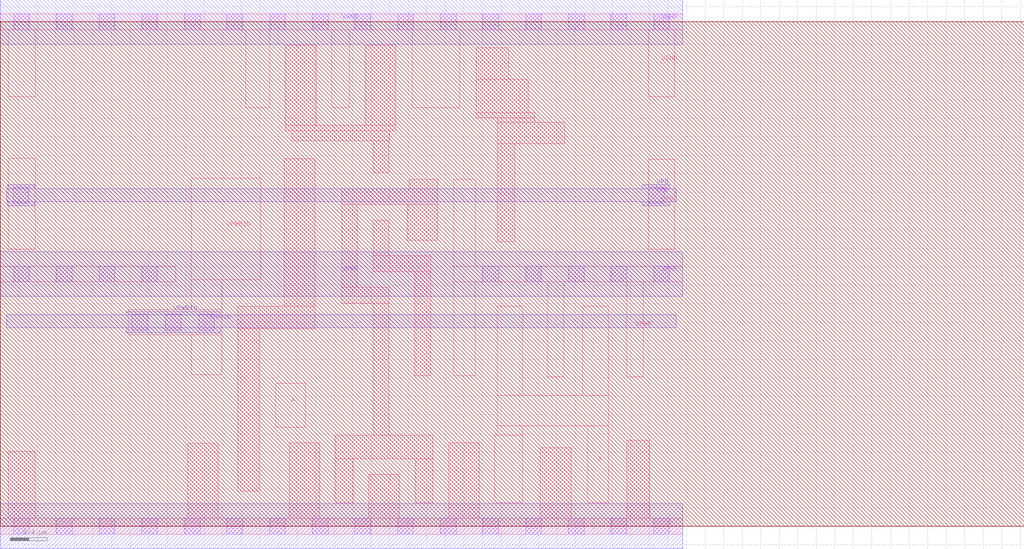
<source format=lef>
# Copyright 2020 The SkyWater PDK Authors
#
# Licensed under the Apache License, Version 2.0 (the "License");
# you may not use this file except in compliance with the License.
# You may obtain a copy of the License at
#
#     https://www.apache.org/licenses/LICENSE-2.0
#
# Unless required by applicable law or agreed to in writing, software
# distributed under the License is distributed on an "AS IS" BASIS,
# WITHOUT WARRANTIES OR CONDITIONS OF ANY KIND, either express or implied.
# See the License for the specific language governing permissions and
# limitations under the License.
#
# SPDX-License-Identifier: Apache-2.0

VERSION 5.7 ;

BUSBITCHARS "[]" ;
DIVIDERCHAR "/" ;

UNITS
  TIME NANOSECONDS 1 ;
  CAPACITANCE PICOFARADS 1 ;
  RESISTANCE OHMS 1 ;
  DATABASE MICRONS 1000 ;
END UNITS

MANUFACTURINGGRID 0.005 ;

# High density, single height
SITE unithd
  SYMMETRY Y ;
  CLASS CORE ;
  SIZE 0.46 BY 2.72 ;
END unithd

# High density, double height
SITE unithddbl
  SYMMETRY Y ;
  CLASS CORE ;
  SIZE 0.46 BY 5.44 ;
END unithddbl

LAYER li1
  TYPE ROUTING ;
  DIRECTION VERTICAL ;

  PITCH 0.46 0.34 ;
  OFFSET 0.23 0.17 ;

  WIDTH 0.17 ;          # LI 1
  # SPACING  0.17 ;     # LI 2
  SPACINGTABLE
     PARALLELRUNLENGTH 0
     WIDTH 0 0.17 ;
  AREA 0.0561 ;         # LI 6
  THICKNESS 0.1 ;
  RESISTANCE RPERSQ 12.2 ;

  ANTENNAMODEL OXIDE1 ;
  ANTENNADIFFSIDEAREARATIO PWL ( ( 0 75 ) ( 0.0125 75 ) ( 0.0225 85.125 ) ( 22.5 10200 ) ) ;
END li1

LAYER mcon
  TYPE CUT ;

  WIDTH 0.17 ;                # Mcon 1
  SPACING 0.19 ;              # Mcon 2
  ENCLOSURE BELOW 0 0 ;       # Mcon 4
  ENCLOSURE ABOVE 0.03 0.06 ; # Met1 4 / Met1 5

  ANTENNADIFFAREARATIO PWL ( ( 0 3 ) ( 0.0125 3 ) ( 0.0225 3.405 ) ( 22.5 408 ) ) ;
  DCCURRENTDENSITY AVERAGE 0.36 ; # mA per via Iavg_max at Tj = 90oC

END mcon

LAYER met1
  TYPE ROUTING ;
  DIRECTION HORIZONTAL ;

  PITCH 0.34 ;
  OFFSET 0.17 ;

  WIDTH 0.14 ;                     # Met1 1
  # SPACING 0.14 ;                 # Met1 2
  # SPACING 0.28 RANGE 3.001 100 ; # Met1 3b
  SPACINGTABLE
     PARALLELRUNLENGTH 0
     WIDTH 0 0.14
     WIDTH 3 0.28 ;
  AREA 0.083 ;                     # Met1 6
  THICKNESS 0.35 ;

  ANTENNAMODEL OXIDE1 ;
  ANTENNADIFFSIDEAREARATIO PWL ( ( 0 400 ) ( 0.0125 400 ) ( 0.0225 2609 ) ( 22.5 11600 ) ) ;

  EDGECAPACITANCE 1.79E-6 ;
  CAPACITANCE CPERSQDIST 25.8E-6 ;
  DCCURRENTDENSITY AVERAGE 2.8 ; # mA/um Iavg_max at Tj = 90oC
  ACCURRENTDENSITY RMS 6.1 ; # mA/um Irms_max at Tj = 90oC
  MAXIMUMDENSITY 70 ;
  DENSITYCHECKWINDOW 700 700 ;
  DENSITYCHECKSTEP 70 ;

  RESISTANCE RPERSQ 0.125 ;
END met1

LAYER via
  TYPE CUT ;
  WIDTH 0.15 ;                  # Via 1a
  SPACING 0.17 ;                # Via 2
  ENCLOSURE BELOW 0.055 0.085 ; # Via 4a / Via 5a
  ENCLOSURE ABOVE 0.055 0.085 ; # Met2 4 / Met2 5

  ANTENNADIFFAREARATIO PWL ( ( 0 6 ) ( 0.0125 6 ) ( 0.0225 6.81 ) ( 22.5 816 ) ) ;
  DCCURRENTDENSITY AVERAGE 0.29 ; # mA per via Iavg_max at Tj = 90oC
END via

LAYER met2
  TYPE ROUTING ;
  DIRECTION VERTICAL ;

  PITCH 0.46 ;
  OFFSET 0.23 ;

  WIDTH 0.14 ;                        # Met2 1
  # SPACING  0.14 ;                   # Met2 2
  # SPACING  0.28 RANGE 3.001 100 ;   # Met2 3b
  SPACINGTABLE
     PARALLELRUNLENGTH 0
     WIDTH 0 0.14
     WIDTH 3 0.28 ;
  AREA 0.0676 ;                       # Met2 6
  THICKNESS 0.35 ;

  CAPACITANCE CPERSQDIST 17.5E-6 ;
  RESISTANCE RPERSQ 0.125 ;
  DCCURRENTDENSITY AVERAGE 2.8 ; # mA/um Iavg_max at Tj = 90oC
  ACCURRENTDENSITY RMS 6.1 ; # mA/um Irms_max at Tj = 90oC

  ANTENNAMODEL OXIDE1 ;
  ANTENNADIFFSIDEAREARATIO PWL ( ( 0 400 ) ( 0.0125 400 ) ( 0.0225 2609 ) ( 22.5 11600 ) ) ;

  MAXIMUMDENSITY 70 ;
  DENSITYCHECKWINDOW 700 700 ;
  DENSITYCHECKSTEP 70 ;
END met2

# ******** Layer via2, type routing, number 44 **************
LAYER via2
  TYPE CUT ;
  WIDTH 0.2 ;                   # Via2 1
  SPACING 0.2 ;                 # Via2 2
  ENCLOSURE BELOW 0.04 0.085 ;  # Via2 4
  ENCLOSURE ABOVE 0.065 0.065 ; # Met3 4
  ANTENNADIFFAREARATIO PWL ( ( 0 6 ) ( 0.0125 6 ) ( 0.0225 6.81 ) ( 22.5 816 ) ) ;
  DCCURRENTDENSITY AVERAGE 0.48 ; # mA per via Iavg_max at Tj = 90oC
END via2

LAYER met3
  TYPE ROUTING ;
  DIRECTION HORIZONTAL ;

  PITCH 0.68 ;
  OFFSET 0.34 ;

  WIDTH 0.3 ;              # Met3 1
  # SPACING 0.3 ;          # Met3 2
  SPACINGTABLE
     PARALLELRUNLENGTH 0
     WIDTH 0 0.3
     WIDTH 3 0.4 ;
  AREA 0.24 ;              # Met3 6
  THICKNESS 0.8 ;

  EDGECAPACITANCE 1.86E-6 ;
  CAPACITANCE CPERSQDIST 12.6E-6 ;
  RESISTANCE RPERSQ 0.047 ;
  DCCURRENTDENSITY AVERAGE 6.8 ; # mA/um Iavg_max at Tj = 90oC
  ACCURRENTDENSITY RMS 14.9 ; # mA/um Irms_max at Tj = 90oC

  ANTENNAMODEL OXIDE1 ;
  ANTENNADIFFSIDEAREARATIO PWL ( ( 0 400 ) ( 0.0125 400 ) ( 0.0225 2609 ) ( 22.5 11600 ) ) ;

  MAXIMUMDENSITY 70 ;
  DENSITYCHECKWINDOW 700 700 ;
  DENSITYCHECKSTEP 70 ;
END met3

LAYER via3
  TYPE CUT ;
  WIDTH 0.2 ;                   # Via3 1
  SPACING 0.2 ;                 # Via3 2
  ENCLOSURE BELOW 0.06 0.09 ;   # Via3 4 / Via3 5
  ENCLOSURE ABOVE 0.065 0.065 ; # Met4 3
  ANTENNADIFFAREARATIO PWL ( ( 0 6 ) ( 0.0125 6 ) ( 0.0225 6.81 ) ( 22.5 816 ) ) ;
  DCCURRENTDENSITY AVERAGE 0.48 ; # mA per via Iavg_max at Tj = 90oC
END via3

LAYER met4
  TYPE ROUTING ;
  DIRECTION VERTICAL ;

  PITCH 0.92 ;
  OFFSET 0.46 ;

  WIDTH 0.3 ;             # Met4 1
  # SPACING  0.3 ;             # Met4 2
  SPACINGTABLE
     PARALLELRUNLENGTH 0
     WIDTH 0 0.3
     WIDTH 3 0.4 ;
  AREA 0.24 ;            # Met4 4a

  THICKNESS 0.8 ;

  EDGECAPACITANCE 1.29E-6 ;
  CAPACITANCE CPERSQDIST 8.67E-6 ;
  RESISTANCE RPERSQ 0.047 ;
  DCCURRENTDENSITY AVERAGE 6.8 ; # mA/um Iavg_max at Tj = 90oC
  ACCURRENTDENSITY RMS 14.9 ; # mA/um Irms_max at Tj = 90oC

  ANTENNAMODEL OXIDE1 ;
  ANTENNADIFFSIDEAREARATIO PWL ( ( 0 400 ) ( 0.0125 400 ) ( 0.0225 2609 ) ( 22.5 11600 ) ) ;

  MAXIMUMDENSITY 70 ;
  DENSITYCHECKWINDOW 700 700 ;
  DENSITYCHECKSTEP 70 ;
END met4

LAYER via4
  TYPE CUT ;

  WIDTH 0.8 ;                 # Via4 1
  SPACING 0.8 ;               # Via4 2
  ENCLOSURE BELOW 0.19 0.19 ; # Via4 4
  ENCLOSURE ABOVE 0.31 0.31 ; # Met5 3
  ANTENNADIFFAREARATIO PWL ( ( 0 6 ) ( 0.0125 6 ) ( 0.0225 6.81 ) ( 22.5 816 ) ) ;
  DCCURRENTDENSITY AVERAGE 2.49 ; # mA per via Iavg_max at Tj = 90oC
END via4

LAYER met5
  TYPE ROUTING ;
  DIRECTION HORIZONTAL ;

  PITCH 3.4 ;
  OFFSET 1.7 ;

  WIDTH 1.6 ;            # Met5 1
  #SPACING  1.6 ;        # Met5 2
  SPACINGTABLE
     PARALLELRUNLENGTH 0
     WIDTH 0 1.6 ;
  AREA 4 ;               # Met5 4

  THICKNESS 1.2 ;

  EDGECAPACITANCE 4.96E-6 ;
  CAPACITANCE CPERSQDIST 6.48E-6 ;
  RESISTANCE RPERSQ 0.0285 ;
  DCCURRENTDENSITY AVERAGE 10.17 ; # mA/um Iavg_max at Tj = 90oC
  ACCURRENTDENSITY RMS 22.34 ; # mA/um Irms_max at Tj = 90oC

  ANTENNAMODEL OXIDE1 ;
  ANTENNADIFFSIDEAREARATIO PWL ( ( 0 400 ) ( 0.0125 400 ) ( 0.0225 2609 ) ( 22.5 11600 ) ) ;
END met5


### Routing via cells section   ###
# Plus via rule, metals are along the prefered direction
VIA L1M1_PR DEFAULT
  LAYER mcon ;
  RECT -0.085 -0.085 0.085 0.085 ;
  LAYER li1 ;
  RECT -0.085 -0.085 0.085 0.085 ;
  LAYER met1 ;
  RECT -0.145 -0.115 0.145 0.115 ;
END L1M1_PR

VIARULE L1M1_PR GENERATE
  LAYER li1 ;
  ENCLOSURE 0 0 ;
  LAYER met1 ;
  ENCLOSURE 0.06 0.03 ;
  LAYER mcon ;
  RECT -0.085 -0.085 0.085 0.085 ;
  SPACING 0.36 BY 0.36 ;
END L1M1_PR

# Plus via rule, metals are along the non prefered direction
VIA L1M1_PR_R DEFAULT
  LAYER mcon ;
  RECT -0.085 -0.085 0.085 0.085 ;
  LAYER li1 ;
  RECT -0.085 -0.085 0.085 0.085 ;
  LAYER met1 ;
  RECT -0.115 -0.145 0.115 0.145 ;
END L1M1_PR_R

VIARULE L1M1_PR_R GENERATE
  LAYER li1 ;
  ENCLOSURE 0 0 ;
  LAYER met1 ;
  ENCLOSURE 0.03 0.06 ;
  LAYER mcon ;
  RECT -0.085 -0.085 0.085 0.085 ;
  SPACING 0.36 BY 0.36 ;
END L1M1_PR_R

# Minus via rule, lower layer metal is along prefered direction
VIA L1M1_PR_M DEFAULT
  LAYER mcon ;
  RECT -0.085 -0.085 0.085 0.085 ;
  LAYER li1 ;
  RECT -0.085 -0.085 0.085 0.085 ;
  LAYER met1 ;
  RECT -0.115 -0.145 0.115 0.145 ;
END L1M1_PR_M

VIARULE L1M1_PR_M GENERATE
  LAYER li1 ;
  ENCLOSURE 0 0 ;
  LAYER met1 ;
  ENCLOSURE 0.03 0.06 ;
  LAYER mcon ;
  RECT -0.085 -0.085 0.085 0.085 ;
  SPACING 0.36 BY 0.36 ;
END L1M1_PR_M

# Minus via rule, upper layer metal is along prefered direction
VIA L1M1_PR_MR DEFAULT
  LAYER mcon ;
  RECT -0.085 -0.085 0.085 0.085 ;
  LAYER li1 ;
  RECT -0.085 -0.085 0.085 0.085 ;
  LAYER met1 ;
  RECT -0.145 -0.115 0.145 0.115 ;
END L1M1_PR_MR

VIARULE L1M1_PR_MR GENERATE
  LAYER li1 ;
  ENCLOSURE 0 0 ;
  LAYER met1 ;
  ENCLOSURE 0.06 0.03 ;
  LAYER mcon ;
  RECT -0.085 -0.085 0.085 0.085 ;
  SPACING 0.36 BY 0.36 ;
END L1M1_PR_MR

# Centered via rule, we really do not want to use it
VIA L1M1_PR_C DEFAULT
  LAYER mcon ;
  RECT -0.085 -0.085 0.085 0.085 ;
  LAYER li1 ;
  RECT -0.085 -0.085 0.085 0.085 ;
  LAYER met1 ;
  RECT -0.145 -0.145 0.145 0.145 ;
END L1M1_PR_C

VIARULE L1M1_PR_C GENERATE
  LAYER li1 ;
  ENCLOSURE 0 0 ;
  LAYER met1 ;
  ENCLOSURE 0.06 0.06 ;
  LAYER mcon ;
  RECT -0.085 -0.085 0.085 0.085 ;
  SPACING 0.36 BY 0.36 ;
END L1M1_PR_C

# Plus via rule, metals are along the prefered direction
VIA M1M2_PR DEFAULT
  LAYER via ;
  RECT -0.075 -0.075 0.075 0.075 ;
  LAYER met1 ;
  RECT -0.16 -0.13 0.16 0.13 ;
  LAYER met2 ;
  RECT -0.13 -0.16 0.13 0.16 ;
END M1M2_PR

VIARULE M1M2_PR GENERATE
  LAYER met1 ;
  ENCLOSURE 0.085 0.055 ;
  LAYER met2 ;
  ENCLOSURE 0.055 0.085 ;
  LAYER via ;
  RECT -0.075 -0.075 0.075 0.075 ;
  SPACING 0.32 BY 0.32 ;
END M1M2_PR

# Plus via rule, metals are along the non prefered direction
VIA M1M2_PR_R DEFAULT
  LAYER via ;
  RECT -0.075 -0.075 0.075 0.075 ;
  LAYER met1 ;
  RECT -0.13 -0.16 0.13 0.16 ;
  LAYER met2 ;
  RECT -0.16 -0.13 0.16 0.13 ;
END M1M2_PR_R

VIARULE M1M2_PR_R GENERATE
  LAYER met1 ;
  ENCLOSURE 0.055 0.085 ;
  LAYER met2 ;
  ENCLOSURE 0.085 0.055 ;
  LAYER via ;
  RECT -0.075 -0.075 0.075 0.075 ;
  SPACING 0.32 BY 0.32 ;
END M1M2_PR_R

# Minus via rule, lower layer metal is along prefered direction
VIA M1M2_PR_M DEFAULT
  LAYER via ;
  RECT -0.075 -0.075 0.075 0.075 ;
  LAYER met1 ;
  RECT -0.16 -0.13 0.16 0.13 ;
  LAYER met2 ;
  RECT -0.16 -0.13 0.16 0.13 ;
END M1M2_PR_M

VIARULE M1M2_PR_M GENERATE
  LAYER met1 ;
  ENCLOSURE 0.085 0.055 ;
  LAYER met2 ;
  ENCLOSURE 0.085 0.055 ;
  LAYER via ;
  RECT -0.075 -0.075 0.075 0.075 ;
  SPACING 0.32 BY 0.32 ;
END M1M2_PR_M

# Minus via rule, upper layer metal is along prefered direction
VIA M1M2_PR_MR DEFAULT
  LAYER via ;
  RECT -0.075 -0.075 0.075 0.075 ;
  LAYER met1 ;
  RECT -0.13 -0.16 0.13 0.16 ;
  LAYER met2 ;
  RECT -0.13 -0.16 0.13 0.16 ;
END M1M2_PR_MR

VIARULE M1M2_PR_MR GENERATE
  LAYER met1 ;
  ENCLOSURE 0.055 0.085 ;
  LAYER met2 ;
  ENCLOSURE 0.055 0.085 ;
  LAYER via ;
  RECT -0.075 -0.075 0.075 0.075 ;
  SPACING 0.32 BY 0.32 ;
END M1M2_PR_MR

# Centered via rule, we really do not want to use it
VIA M1M2_PR_C DEFAULT
  LAYER via ;
  RECT -0.075 -0.075 0.075 0.075 ;
  LAYER met1 ;
  RECT -0.16 -0.16 0.16 0.16 ;
  LAYER met2 ;
  RECT -0.16 -0.16 0.16 0.16 ;
END M1M2_PR_C

VIARULE M1M2_PR_C GENERATE
  LAYER met1 ;
  ENCLOSURE 0.085 0.085 ;
  LAYER met2 ;
  ENCLOSURE 0.085 0.085 ;
  LAYER via ;
  RECT -0.075 -0.075 0.075 0.075 ;
  SPACING 0.32 BY 0.32 ;
END M1M2_PR_C

# Plus via rule, metals are along the prefered direction
VIA M2M3_PR DEFAULT
  LAYER via2 ;
  RECT -0.1 -0.1 0.1 0.1 ;
  LAYER met2 ;
  RECT -0.14 -0.185 0.14 0.185 ;
  LAYER met3 ;
  RECT -0.165 -0.165 0.165 0.165 ;
END M2M3_PR

VIARULE M2M3_PR GENERATE
  LAYER met2 ;
  ENCLOSURE 0.04 0.085 ;
  LAYER met3 ;
  ENCLOSURE 0.065 0.065 ;
  LAYER via2 ;
  RECT -0.1 -0.1 0.1 0.1 ;
  SPACING 0.4 BY 0.4 ;
END M2M3_PR

# Plus via rule, metals are along the non prefered direction
VIA M2M3_PR_R DEFAULT
  LAYER via2 ;
  RECT -0.1 -0.1 0.1 0.1 ;
  LAYER met2 ;
  RECT -0.185 -0.14 0.185 0.14 ;
  LAYER met3 ;
  RECT -0.165 -0.165 0.165 0.165 ;
END M2M3_PR_R

VIARULE M2M3_PR_R GENERATE
  LAYER met2 ;
  ENCLOSURE 0.085 0.04 ;
  LAYER met3 ;
  ENCLOSURE 0.065 0.065 ;
  LAYER via2 ;
  RECT -0.1 -0.1 0.1 0.1 ;
  SPACING 0.4 BY 0.4 ;
END M2M3_PR_R

# Minus via rule, lower layer metal is along prefered direction
VIA M2M3_PR_M DEFAULT
  LAYER via2 ;
  RECT -0.1 -0.1 0.1 0.1 ;
  LAYER met2 ;
  RECT -0.14 -0.185 0.14 0.185 ;
  LAYER met3 ;
  RECT -0.165 -0.165 0.165 0.165 ;
END M2M3_PR_M

VIARULE M2M3_PR_M GENERATE
  LAYER met2 ;
  ENCLOSURE 0.04 0.085 ;
  LAYER met3 ;
  ENCLOSURE 0.065 0.065 ;
  LAYER via2 ;
  RECT -0.1 -0.1 0.1 0.1 ;
  SPACING 0.4 BY 0.4 ;
END M2M3_PR_M

# Minus via rule, upper layer metal is along prefered direction
VIA M2M3_PR_MR DEFAULT
  LAYER via2 ;
  RECT -0.1 -0.1 0.1 0.1 ;
  LAYER met2 ;
  RECT -0.185 -0.14 0.185 0.14 ;
  LAYER met3 ;
  RECT -0.165 -0.165 0.165 0.165 ;
END M2M3_PR_MR

VIARULE M2M3_PR_MR GENERATE
  LAYER met2 ;
  ENCLOSURE 0.085 0.04 ;
  LAYER met3 ;
  ENCLOSURE 0.065 0.065 ;
  LAYER via2 ;
  RECT -0.1 -0.1 0.1 0.1 ;
  SPACING 0.4 BY 0.4 ;
END M2M3_PR_MR

# Centered via rule, we really do not want to use it
VIA M2M3_PR_C DEFAULT
  LAYER via2 ;
  RECT -0.1 -0.1 0.1 0.1 ;
  LAYER met2 ;
  RECT -0.185 -0.185 0.185 0.185 ;
  LAYER met3 ;
  RECT -0.165 -0.165 0.165 0.165 ;
END M2M3_PR_C

VIARULE M2M3_PR_C GENERATE
  LAYER met2 ;
  ENCLOSURE 0.085 0.085 ;
  LAYER met3 ;
  ENCLOSURE 0.065 0.065 ;
  LAYER via2 ;
  RECT -0.1 -0.1 0.1 0.1 ;
  SPACING 0.4 BY 0.4 ;
END M2M3_PR_C

# Plus via rule, metals are along the prefered direction
VIA M3M4_PR DEFAULT
  LAYER via3 ;
  RECT -0.1 -0.1 0.1 0.1 ;
  LAYER met3 ;
  RECT -0.19 -0.16 0.19 0.16 ;
  LAYER met4 ;
  RECT -0.165 -0.165 0.165 0.165 ;
END M3M4_PR

VIARULE M3M4_PR GENERATE
  LAYER met3 ;
  ENCLOSURE 0.09 0.06 ;
  LAYER met4 ;
  ENCLOSURE 0.065 0.065 ;
  LAYER via3 ;
  RECT -0.1 -0.1 0.1 0.1 ;
  SPACING 0.4 BY 0.4 ;
END M3M4_PR

# Plus via rule, metals are along the non prefered direction
VIA M3M4_PR_R DEFAULT
  LAYER via3 ;
  RECT -0.1 -0.1 0.1 0.1 ;
  LAYER met3 ;
  RECT -0.16 -0.19 0.16 0.19 ;
  LAYER met4 ;
  RECT -0.165 -0.165 0.165 0.165 ;
END M3M4_PR_R

VIARULE M3M4_PR_R GENERATE
  LAYER met3 ;
  ENCLOSURE 0.06 0.09 ;
  LAYER met4 ;
  ENCLOSURE 0.065 0.065 ;
  LAYER via3 ;
  RECT -0.1 -0.1 0.1 0.1 ;
  SPACING 0.4 BY 0.4 ;
END M3M4_PR_R

# Minus via rule, lower layer metal is along prefered direction
VIA M3M4_PR_M DEFAULT
  LAYER via3 ;
  RECT -0.1 -0.1 0.1 0.1 ;
  LAYER met3 ;
  RECT -0.19 -0.16 0.19 0.16 ;
  LAYER met4 ;
  RECT -0.165 -0.165 0.165 0.165 ;
END M3M4_PR_M

VIARULE M3M4_PR_M GENERATE
  LAYER met3 ;
  ENCLOSURE 0.09 0.06 ;
  LAYER met4 ;
  ENCLOSURE 0.065 0.065 ;
  LAYER via3 ;
  RECT -0.1 -0.1 0.1 0.1 ;
  SPACING 0.4 BY 0.4 ;
END M3M4_PR_M

# Minus via rule, upper layer metal is along prefered direction
VIA M3M4_PR_MR DEFAULT
  LAYER via3 ;
  RECT -0.1 -0.1 0.1 0.1 ;
  LAYER met3 ;
  RECT -0.16 -0.19 0.16 0.19 ;
  LAYER met4 ;
  RECT -0.165 -0.165 0.165 0.165 ;
END M3M4_PR_MR

VIARULE M3M4_PR_MR GENERATE
  LAYER met3 ;
  ENCLOSURE 0.06 0.09 ;
  LAYER met4 ;
  ENCLOSURE 0.065 0.065 ;
  LAYER via3 ;
  RECT -0.1 -0.1 0.1 0.1 ;
  SPACING 0.4 BY 0.4 ;
END M3M4_PR_MR

# Centered via rule, we really do not want to use it
VIA M3M4_PR_C DEFAULT
  LAYER via3 ;
  RECT -0.1 -0.1 0.1 0.1 ;
  LAYER met3 ;
  RECT -0.19 -0.19 0.19 0.19 ;
  LAYER met4 ;
  RECT -0.165 -0.165 0.165 0.165 ;
END M3M4_PR_C

VIARULE M3M4_PR_C GENERATE
  LAYER met3 ;
  ENCLOSURE 0.09 0.09 ;
  LAYER met4 ;
  ENCLOSURE 0.065 0.065 ;
  LAYER via3 ;
  RECT -0.1 -0.1 0.1 0.1 ;
  SPACING 0.4 BY 0.4 ;
END M3M4_PR_C

# Plus via rule, metals are along the prefered direction
VIA M4M5_PR DEFAULT
  LAYER via4 ;
  RECT -0.4 -0.4 0.4 0.4 ;
  LAYER met4 ;
  RECT -0.59 -0.59 0.59 0.59 ;
  LAYER met5 ;
  RECT -0.71 -0.71 0.71 0.71 ;
END M4M5_PR

VIARULE M4M5_PR GENERATE
  LAYER met4 ;
  ENCLOSURE 0.19 0.19 ;
  LAYER met5 ;
  ENCLOSURE 0.31 0.31 ;
  LAYER via4 ;
  RECT -0.4 -0.4 0.4 0.4 ;
  SPACING 1.6 BY 1.6 ;
END M4M5_PR

# Plus via rule, metals are along the non prefered direction
VIA M4M5_PR_R DEFAULT
  LAYER via4 ;
  RECT -0.4 -0.4 0.4 0.4 ;
  LAYER met4 ;
  RECT -0.59 -0.59 0.59 0.59 ;
  LAYER met5 ;
  RECT -0.71 -0.71 0.71 0.71 ;
END M4M5_PR_R

VIARULE M4M5_PR_R GENERATE
  LAYER met4 ;
  ENCLOSURE 0.19 0.19 ;
  LAYER met5 ;
  ENCLOSURE 0.31 0.31 ;
  LAYER via4 ;
  RECT -0.4 -0.4 0.4 0.4 ;
  SPACING 1.6 BY 1.6 ;
END M4M5_PR_R

# Minus via rule, lower layer metal is along prefered direction
VIA M4M5_PR_M DEFAULT
  LAYER via4 ;
  RECT -0.4 -0.4 0.4 0.4 ;
  LAYER met4 ;
  RECT -0.59 -0.59 0.59 0.59 ;
  LAYER met5 ;
  RECT -0.71 -0.71 0.71 0.71 ;
END M4M5_PR_M

VIARULE M4M5_PR_M GENERATE
  LAYER met4 ;
  ENCLOSURE 0.19 0.19 ;
  LAYER met5 ;
  ENCLOSURE 0.31 0.31 ;
  LAYER via4 ;
  RECT -0.4 -0.4 0.4 0.4 ;
  SPACING 1.6 BY 1.6 ;
END M4M5_PR_M

# Minus via rule, upper layer metal is along prefered direction
VIA M4M5_PR_MR DEFAULT
  LAYER via4 ;
  RECT -0.4 -0.4 0.4 0.4 ;
  LAYER met4 ;
  RECT -0.59 -0.59 0.59 0.59 ;
  LAYER met5 ;
  RECT -0.71 -0.71 0.71 0.71 ;
END M4M5_PR_MR

VIARULE M4M5_PR_MR GENERATE
  LAYER met4 ;
  ENCLOSURE 0.19 0.19 ;
  LAYER met5 ;
  ENCLOSURE 0.31 0.31 ;
  LAYER via4 ;
  RECT -0.4 -0.4 0.4 0.4 ;
  SPACING 1.6 BY 1.6 ;
END M4M5_PR_MR

# Centered via rule, we really do not want to use it
VIA M4M5_PR_C DEFAULT
  LAYER via4 ;
  RECT -0.4 -0.4 0.4 0.4 ;
  LAYER met4 ;
  RECT -0.59 -0.59 0.59 0.59 ;
  LAYER met5 ;
  RECT -0.71 -0.71 0.71 0.71 ;
END M4M5_PR_C

VIARULE M4M5_PR_C GENERATE
  LAYER met4 ;
  ENCLOSURE 0.19 0.19 ;
  LAYER met5 ;
  ENCLOSURE 0.31 0.31 ;
  LAYER via4 ;
  RECT -0.4 -0.4 0.4 0.4 ;
  SPACING 1.6 BY 1.6 ;
END M4M5_PR_C
###  end of single via cells   ###



MACRO sky130_fd_sc_hd__a2111o_1
  CLASS CORE ;
  SOURCE USER ;
  FOREIGN sky130_fd_sc_hd__a2111o_1 ;
  ORIGIN  0.000000  0.000000 ;
  SIZE 7.82 BY 2.72 ;
  SYMMETRY X Y R90 ;
  SITE unithd ;
  PIN A1
    ANTENNAGATEAREA  0.247500 ;
    DIRECTION INPUT ;
    USE SIGNAL ;
    PORT
      LAYER li1 ;
        RECT 2.905 0.995 3.29 1.325 ;
        RECT 2.985 0.285 3.54 0.845 ;
        RECT 2.985 0.845 3.29 0.995 ;
    END
  END A1
  PIN A2
    ANTENNAGATEAREA  0.247500 ;
    DIRECTION INPUT ;
    USE SIGNAL ;
    PORT
      LAYER li1 ;
        RECT 3.51 1.025 4.01 1.29 ;
    END
  END A2
  PIN B1
    ANTENNAGATEAREA  0.247500 ;
    DIRECTION INPUT ;
    USE SIGNAL ;
    PORT
      LAYER li1 ;
        RECT 2.4 0.995 2.68 2.465 ;
    END
  END B1
  PIN C1
    ANTENNAGATEAREA  0.247500 ;
    DIRECTION INPUT ;
    USE SIGNAL ;
    PORT
      LAYER li1 ;
        RECT 1.89 1.05 2.22 2.465 ;
    END
  END C1
  PIN D1
    ANTENNAGATEAREA  0.247500 ;
    DIRECTION INPUT ;
    USE SIGNAL ;
    PORT
      LAYER li1 ;
        RECT 1.29 1.05 1.72 1.29 ;
        RECT 1.515 1.29 1.72 2.465 ;
    END
  END D1
  PIN X
    ANTENNADIFFAREA  0.504500 ;
    DIRECTION OUTPUT ;
    USE SIGNAL ;
    PORT
      LAYER li1 ;
        RECT 0.135 0.255 0.465 1.62 ;
        RECT 0.135 1.62 0.39 2.46 ;
    END
  END X
  PIN VGND
    DIRECTION INOUT ;
    SHAPE ABUTMENT ;
    USE GROUND ;
    PORT
      LAYER li1 ;
        RECT 0 -0.085 4.14 0.085 ;
        RECT 0.635 0.085 1.31 0.47 ;
        RECT 2.085 0.085 2.43 0.485 ;
        RECT 3.715 0.085 3.955 0.76 ;
      LAYER mcon ;
        RECT 0.145 -0.085 0.315 0.085 ;
        RECT 0.605 -0.085 0.775 0.085 ;
        RECT 1.065 -0.085 1.235 0.085 ;
        RECT 1.525 -0.085 1.695 0.085 ;
        RECT 1.985 -0.085 2.155 0.085 ;
        RECT 2.445 -0.085 2.615 0.085 ;
        RECT 2.905 -0.085 3.075 0.085 ;
        RECT 3.365 -0.085 3.535 0.085 ;
        RECT 3.825 -0.085 3.995 0.085 ;
      LAYER met1 ;
        RECT 0 -0.24 4.14 0.24 ;
    END
  END VGND
  PIN VPWR
    DIRECTION INOUT ;
    SHAPE ABUTMENT ;
    USE POWER ;
    PORT
      LAYER li1 ;
        RECT 0 2.635 4.14 2.805 ;
        RECT 0.565 1.815 0.895 2.635 ;
        RECT 3.325 1.835 3.54 2.635 ;
      LAYER mcon ;
        RECT 0.145 2.635 0.315 2.805 ;
        RECT 0.605 2.635 0.775 2.805 ;
        RECT 1.065 2.635 1.235 2.805 ;
        RECT 1.525 2.635 1.695 2.805 ;
        RECT 1.985 2.635 2.155 2.805 ;
        RECT 2.445 2.635 2.615 2.805 ;
        RECT 2.905 2.635 3.075 2.805 ;
        RECT 3.365 2.635 3.535 2.805 ;
        RECT 3.825 2.635 3.995 2.805 ;
      LAYER met1 ;
        RECT 0 2.48 4.14 2.96 ;
    END
  END VPWR
  OBS
    LAYER li1 ;
      RECT 0.695 0.65 1.915 0.655 ;
      RECT 0.695 0.655 2.805 0.825 ;
      RECT 0.695 0.825 0.915 1.465 ;
      RECT 0.695 1.465 1.345 1.645 ;
      RECT 1.135 1.645 1.345 2.46 ;
      RECT 1.585 0.26 1.915 0.65 ;
      RECT 2.6 0.26 2.805 0.655 ;
      RECT 2.86 1.495 3.99 1.665 ;
      RECT 2.86 1.665 3.145 2.46 ;
      RECT 3.72 1.665 3.99 2.46 ;
  END
END sky130_fd_sc_hd__a2111o_1
MACRO sky130_fd_sc_hd__a2111o_2
  CLASS CORE ;
  SOURCE USER ;
  FOREIGN sky130_fd_sc_hd__a2111o_2 ;
  ORIGIN  0.000000  0.000000 ;
  SIZE 8.28 BY 2.72 ;
  SYMMETRY X Y R90 ;
  SITE unithd ;
  PIN A1
    ANTENNAGATEAREA  0.247500 ;
    DIRECTION INPUT ;
    USE SIGNAL ;
    PORT
      LAYER li1 ;
        RECT 3.365 0.955 3.775 1.74 ;
        RECT 3.505 0.29 3.995 0.825 ;
        RECT 3.505 0.825 3.775 0.955 ;
    END
  END A1
  PIN A2
    ANTENNAGATEAREA  0.247500 ;
    DIRECTION INPUT ;
    USE SIGNAL ;
    PORT
      LAYER li1 ;
        RECT 3.945 0.995 4.515 1.74 ;
    END
  END A2
  PIN B1
    ANTENNAGATEAREA  0.247500 ;
    DIRECTION INPUT ;
    USE SIGNAL ;
    PORT
      LAYER li1 ;
        RECT 2.905 0.995 3.195 1.74 ;
    END
  END B1
  PIN C1
    ANTENNAGATEAREA  0.247500 ;
    DIRECTION INPUT ;
    USE SIGNAL ;
    PORT
      LAYER li1 ;
        RECT 2.425 0.995 2.735 2.355 ;
    END
  END C1
  PIN D1
    ANTENNAGATEAREA  0.247500 ;
    DIRECTION INPUT ;
    USE SIGNAL ;
    PORT
      LAYER li1 ;
        RECT 1.885 0.995 2.255 1.325 ;
        RECT 1.96 1.325 2.255 2.355 ;
    END
  END D1
  PIN X
    ANTENNADIFFAREA  0.462000 ;
    DIRECTION OUTPUT ;
    USE SIGNAL ;
    PORT
      LAYER li1 ;
        RECT 0.605 0.255 0.895 2.39 ;
    END
  END X
  PIN VGND
    DIRECTION INOUT ;
    SHAPE ABUTMENT ;
    USE GROUND ;
    PORT
      LAYER li1 ;
        RECT 0 -0.085 4.6 0.085 ;
        RECT 0.085 0.085 0.435 0.885 ;
        RECT 1.065 0.085 2.01 0.445 ;
        RECT 1.065 0.445 1.325 0.865 ;
        RECT 2.59 0.085 2.92 0.445 ;
        RECT 4.165 0.085 4.515 0.805 ;
      LAYER mcon ;
        RECT 0.145 -0.085 0.315 0.085 ;
        RECT 0.605 -0.085 0.775 0.085 ;
        RECT 1.065 -0.085 1.235 0.085 ;
        RECT 1.525 -0.085 1.695 0.085 ;
        RECT 1.985 -0.085 2.155 0.085 ;
        RECT 2.445 -0.085 2.615 0.085 ;
        RECT 2.905 -0.085 3.075 0.085 ;
        RECT 3.365 -0.085 3.535 0.085 ;
        RECT 3.825 -0.085 3.995 0.085 ;
        RECT 4.285 -0.085 4.455 0.085 ;
      LAYER met1 ;
        RECT 0 -0.24 4.6 0.24 ;
    END
  END VGND
  PIN VPWR
    DIRECTION INOUT ;
    SHAPE ABUTMENT ;
    USE POWER ;
    PORT
      LAYER li1 ;
        RECT 0 2.635 4.6 2.805 ;
        RECT 0.085 1.635 0.435 2.635 ;
        RECT 1.065 1.495 1.315 2.635 ;
        RECT 3.59 2.255 3.92 2.635 ;
      LAYER mcon ;
        RECT 0.145 2.635 0.315 2.805 ;
        RECT 0.605 2.635 0.775 2.805 ;
        RECT 1.065 2.635 1.235 2.805 ;
        RECT 1.525 2.635 1.695 2.805 ;
        RECT 1.985 2.635 2.155 2.805 ;
        RECT 2.445 2.635 2.615 2.805 ;
        RECT 2.905 2.635 3.075 2.805 ;
        RECT 3.365 2.635 3.535 2.805 ;
        RECT 3.825 2.635 3.995 2.805 ;
        RECT 4.285 2.635 4.455 2.805 ;
      LAYER met1 ;
        RECT 0 2.48 4.6 2.96 ;
    END
  END VPWR
  OBS
    LAYER li1 ;
      RECT 1.065 1.075 1.705 1.325 ;
      RECT 1.495 0.615 3.335 0.785 ;
      RECT 1.495 0.785 1.705 1.075 ;
      RECT 1.495 1.325 1.705 1.495 ;
      RECT 1.495 1.495 1.785 2.465 ;
      RECT 2.18 0.255 2.42 0.615 ;
      RECT 3.07 1.915 4.515 2.085 ;
      RECT 3.07 2.085 3.4 2.465 ;
      RECT 3.09 0.255 3.335 0.615 ;
      RECT 4.09 2.085 4.515 2.465 ;
  END
END sky130_fd_sc_hd__a2111o_2
MACRO sky130_fd_sc_hd__a2111o_4
  CLASS CORE ;
  SOURCE USER ;
  FOREIGN sky130_fd_sc_hd__a2111o_4 ;
  ORIGIN  0.000000  0.000000 ;
  SIZE 11.5 BY 2.72 ;
  SYMMETRY X Y R90 ;
  SITE unithd ;
  PIN A1
    ANTENNAGATEAREA  0.495000 ;
    DIRECTION INPUT ;
    USE SIGNAL ;
    PORT
      LAYER li1 ;
        RECT 3.825 1.075 4.495 1.275 ;
    END
  END A1
  PIN A2
    ANTENNAGATEAREA  0.495000 ;
    DIRECTION INPUT ;
    USE SIGNAL ;
    PORT
      LAYER li1 ;
        RECT 4.675 1.075 5.625 1.275 ;
    END
  END A2
  PIN B1
    ANTENNAGATEAREA  0.495000 ;
    DIRECTION INPUT ;
    USE SIGNAL ;
    PORT
      LAYER li1 ;
        RECT 2.45 0.975 3.255 1.285 ;
    END
  END B1
  PIN C1
    ANTENNAGATEAREA  0.495000 ;
    DIRECTION INPUT ;
    USE SIGNAL ;
    PORT
      LAYER li1 ;
        RECT 1.04 0.975 2.28 1.285 ;
    END
  END C1
  PIN D1
    ANTENNAGATEAREA  0.495000 ;
    DIRECTION INPUT ;
    USE SIGNAL ;
    PORT
      LAYER li1 ;
        RECT 0.085 0.975 0.37 1.625 ;
    END
  END D1
  PIN X
    ANTENNADIFFAREA  0.924000 ;
    DIRECTION OUTPUT ;
    USE SIGNAL ;
    PORT
      LAYER li1 ;
        RECT 6.165 0.255 6.355 0.635 ;
        RECT 6.165 0.635 7.735 0.805 ;
        RECT 6.165 1.465 7.735 1.635 ;
        RECT 6.165 1.635 7.215 1.715 ;
        RECT 6.165 1.715 6.355 2.465 ;
        RECT 7.025 0.255 7.215 0.635 ;
        RECT 7.025 1.715 7.215 2.465 ;
        RECT 7.49 0.805 7.735 1.465 ;
    END
  END X
  PIN VGND
    DIRECTION INOUT ;
    SHAPE ABUTMENT ;
    USE GROUND ;
    PORT
      LAYER li1 ;
        RECT 0 -0.085 7.82 0.085 ;
        RECT 0.61 0.085 0.94 0.465 ;
        RECT 1.51 0.085 1.84 0.445 ;
        RECT 2.42 0.085 3.295 0.445 ;
        RECT 4.805 0.085 5.14 0.445 ;
        RECT 5.665 0.085 5.995 0.515 ;
        RECT 6.525 0.085 6.855 0.445 ;
        RECT 7.385 0.085 7.715 0.465 ;
      LAYER mcon ;
        RECT 0.145 -0.085 0.315 0.085 ;
        RECT 0.605 -0.085 0.775 0.085 ;
        RECT 1.065 -0.085 1.235 0.085 ;
        RECT 1.525 -0.085 1.695 0.085 ;
        RECT 1.985 -0.085 2.155 0.085 ;
        RECT 2.445 -0.085 2.615 0.085 ;
        RECT 2.905 -0.085 3.075 0.085 ;
        RECT 3.365 -0.085 3.535 0.085 ;
        RECT 3.825 -0.085 3.995 0.085 ;
        RECT 4.285 -0.085 4.455 0.085 ;
        RECT 4.745 -0.085 4.915 0.085 ;
        RECT 5.205 -0.085 5.375 0.085 ;
        RECT 5.665 -0.085 5.835 0.085 ;
        RECT 6.125 -0.085 6.295 0.085 ;
        RECT 6.585 -0.085 6.755 0.085 ;
        RECT 7.045 -0.085 7.215 0.085 ;
        RECT 7.505 -0.085 7.675 0.085 ;
      LAYER met1 ;
        RECT 0 -0.24 7.82 0.24 ;
    END
  END VGND
  PIN VPWR
    DIRECTION INOUT ;
    SHAPE ABUTMENT ;
    USE POWER ;
    PORT
      LAYER li1 ;
        RECT 0 2.635 7.82 2.805 ;
        RECT 3.865 2.165 4.195 2.635 ;
        RECT 4.805 2.255 5.14 2.635 ;
        RECT 5.665 1.8 5.995 2.635 ;
        RECT 6.525 1.885 6.855 2.635 ;
        RECT 7.385 1.805 7.715 2.635 ;
      LAYER mcon ;
        RECT 0.145 2.635 0.315 2.805 ;
        RECT 0.605 2.635 0.775 2.805 ;
        RECT 1.065 2.635 1.235 2.805 ;
        RECT 1.525 2.635 1.695 2.805 ;
        RECT 1.985 2.635 2.155 2.805 ;
        RECT 2.445 2.635 2.615 2.805 ;
        RECT 2.905 2.635 3.075 2.805 ;
        RECT 3.365 2.635 3.535 2.805 ;
        RECT 3.825 2.635 3.995 2.805 ;
        RECT 4.285 2.635 4.455 2.805 ;
        RECT 4.745 2.635 4.915 2.805 ;
        RECT 5.205 2.635 5.375 2.805 ;
        RECT 5.665 2.635 5.835 2.805 ;
        RECT 6.125 2.635 6.295 2.805 ;
        RECT 6.585 2.635 6.755 2.805 ;
        RECT 7.045 2.635 7.215 2.805 ;
        RECT 7.505 2.635 7.675 2.805 ;
      LAYER met1 ;
        RECT 0 2.48 7.82 2.96 ;
    END
  END VPWR
  OBS
    LAYER li1 ;
      RECT 0.11 1.795 0.37 2.295 ;
      RECT 0.11 2.295 2.16 2.465 ;
      RECT 0.18 0.255 0.44 0.635 ;
      RECT 0.18 0.635 3.655 0.805 ;
      RECT 0.54 0.805 0.87 2.125 ;
      RECT 1.04 1.455 1.23 2.295 ;
      RECT 1.11 0.255 1.34 0.615 ;
      RECT 1.11 0.615 3.655 0.635 ;
      RECT 1.4 1.455 3.1 1.625 ;
      RECT 1.4 1.625 1.73 2.125 ;
      RECT 1.9 1.795 2.16 2.295 ;
      RECT 2.015 0.255 2.24 0.615 ;
      RECT 2.34 1.795 2.675 2.295 ;
      RECT 2.34 2.295 3.65 2.465 ;
      RECT 2.845 1.625 3.1 2.125 ;
      RECT 3.32 1.795 5.495 1.995 ;
      RECT 3.32 1.995 3.65 2.295 ;
      RECT 3.465 0.255 4.585 0.445 ;
      RECT 3.465 0.445 3.655 0.615 ;
      RECT 3.465 0.805 3.655 1.445 ;
      RECT 3.465 1.445 5.975 1.625 ;
      RECT 3.825 0.615 5.495 0.785 ;
      RECT 4.365 1.995 4.625 2.415 ;
      RECT 5.31 0.255 5.495 0.615 ;
      RECT 5.31 1.995 5.495 2.465 ;
      RECT 5.795 1.075 7.32 1.245 ;
      RECT 5.795 1.245 5.975 1.445 ;
  END
END sky130_fd_sc_hd__a2111o_4
MACRO sky130_fd_sc_hd__a2111oi_0
  CLASS CORE ;
  SOURCE USER ;
  FOREIGN sky130_fd_sc_hd__a2111oi_0 ;
  ORIGIN  0.000000  0.000000 ;
  SIZE 6.9 BY 2.72 ;
  SYMMETRY X Y R90 ;
  SITE unithd ;
  PIN A1
    ANTENNAGATEAREA  0.159000 ;
    DIRECTION INPUT ;
    USE SIGNAL ;
    PORT
      LAYER li1 ;
        RECT 2.035 1.07 2.625 1.4 ;
        RECT 2.355 0.66 2.625 1.07 ;
        RECT 2.355 1.4 2.625 1.735 ;
    END
  END A1
  PIN A2
    ANTENNAGATEAREA  0.159000 ;
    DIRECTION INPUT ;
    USE SIGNAL ;
    PORT
      LAYER li1 ;
        RECT 2.795 0.65 3.135 1.735 ;
    END
  END A2
  PIN B1
    ANTENNAGATEAREA  0.159000 ;
    DIRECTION INPUT ;
    USE SIGNAL ;
    PORT
      LAYER li1 ;
        RECT 1.495 1.055 1.845 1.735 ;
    END
  END B1
  PIN C1
    ANTENNAGATEAREA  0.159000 ;
    DIRECTION INPUT ;
    USE SIGNAL ;
    PORT
      LAYER li1 ;
        RECT 0.955 1.055 1.325 2.36 ;
    END
  END C1
  PIN D1
    ANTENNAGATEAREA  0.159000 ;
    DIRECTION INPUT ;
    USE SIGNAL ;
    PORT
      LAYER li1 ;
        RECT 0.085 0.73 0.435 1.655 ;
    END
  END D1
  PIN Y
    ANTENNADIFFAREA  0.424000 ;
    DIRECTION OUTPUT ;
    USE SIGNAL ;
    PORT
      LAYER li1 ;
        RECT 0.36 1.825 0.785 2.465 ;
        RECT 0.605 0.635 2.04 0.885 ;
        RECT 0.605 0.885 0.785 1.825 ;
        RECT 0.785 0.255 1.04 0.615 ;
        RECT 0.785 0.615 2.04 0.635 ;
        RECT 1.71 0.28 2.04 0.615 ;
    END
  END Y
  PIN VGND
    DIRECTION INOUT ;
    SHAPE ABUTMENT ;
    USE GROUND ;
    PORT
      LAYER li1 ;
        RECT 0 -0.085 3.22 0.085 ;
        RECT 0.285 0.085 0.615 0.465 ;
        RECT 1.21 0.085 1.54 0.445 ;
        RECT 2.47 0.085 2.8 0.48 ;
      LAYER mcon ;
        RECT 0.145 -0.085 0.315 0.085 ;
        RECT 0.605 -0.085 0.775 0.085 ;
        RECT 1.065 -0.085 1.235 0.085 ;
        RECT 1.525 -0.085 1.695 0.085 ;
        RECT 1.985 -0.085 2.155 0.085 ;
        RECT 2.445 -0.085 2.615 0.085 ;
        RECT 2.905 -0.085 3.075 0.085 ;
      LAYER met1 ;
        RECT 0 -0.24 3.22 0.24 ;
    END
  END VGND
  PIN VPWR
    DIRECTION INOUT ;
    SHAPE ABUTMENT ;
    USE POWER ;
    PORT
      LAYER li1 ;
        RECT 0 2.635 3.22 2.805 ;
        RECT 2.04 2.255 2.37 2.635 ;
      LAYER mcon ;
        RECT 0.145 2.635 0.315 2.805 ;
        RECT 0.605 2.635 0.775 2.805 ;
        RECT 1.065 2.635 1.235 2.805 ;
        RECT 1.525 2.635 1.695 2.805 ;
        RECT 1.985 2.635 2.155 2.805 ;
        RECT 2.445 2.635 2.615 2.805 ;
        RECT 2.905 2.635 3.075 2.805 ;
      LAYER met1 ;
        RECT 0 2.48 3.22 2.96 ;
    END
  END VPWR
  OBS
    LAYER li1 ;
      RECT 1.54 1.905 2.87 2.085 ;
      RECT 1.54 2.085 1.87 2.465 ;
      RECT 2.54 2.085 2.87 2.465 ;
  END
END sky130_fd_sc_hd__a2111oi_0
MACRO sky130_fd_sc_hd__a2111oi_1
  CLASS CORE ;
  SOURCE USER ;
  FOREIGN sky130_fd_sc_hd__a2111oi_1 ;
  ORIGIN  0.000000  0.000000 ;
  SIZE 7.36 BY 2.72 ;
  SYMMETRY X Y R90 ;
  SITE unithd ;
  PIN A1
    ANTENNAGATEAREA  0.247500 ;
    DIRECTION INPUT ;
    USE SIGNAL ;
    PORT
      LAYER li1 ;
        RECT 2.44 0.995 2.725 1.4 ;
    END
  END A1
  PIN A2
    ANTENNAGATEAREA  0.247500 ;
    DIRECTION INPUT ;
    USE SIGNAL ;
    PORT
      LAYER li1 ;
        RECT 2.905 0.35 3.09 1.02 ;
        RECT 2.905 1.02 3.54 1.29 ;
    END
  END A2
  PIN B1
    ANTENNAGATEAREA  0.247500 ;
    DIRECTION INPUT ;
    USE SIGNAL ;
    PORT
      LAYER li1 ;
        RECT 1.94 1.05 2.27 1.4 ;
        RECT 1.94 1.4 2.215 2.455 ;
    END
  END B1
  PIN C1
    ANTENNAGATEAREA  0.247500 ;
    DIRECTION INPUT ;
    USE SIGNAL ;
    PORT
      LAYER li1 ;
        RECT 1.435 1.05 1.77 2.455 ;
    END
  END C1
  PIN D1
    ANTENNAGATEAREA  0.247500 ;
    DIRECTION INPUT ;
    USE SIGNAL ;
    PORT
      LAYER li1 ;
        RECT 0.785 1.05 1.235 2.455 ;
    END
  END D1
  PIN Y
    ANTENNADIFFAREA  1.388750 ;
    DIRECTION OUTPUT ;
    USE SIGNAL ;
    PORT
      LAYER li1 ;
        RECT 0.145 0.7 1.375 0.705 ;
        RECT 0.145 0.705 2.42 0.815 ;
        RECT 0.145 0.815 2.3 0.88 ;
        RECT 0.145 0.88 0.53 2.46 ;
        RECT 1.045 0.26 1.375 0.7 ;
        RECT 2.09 0.305 2.42 0.705 ;
    END
  END Y
  PIN VGND
    DIRECTION INOUT ;
    SHAPE ABUTMENT ;
    USE GROUND ;
    PORT
      LAYER li1 ;
        RECT 0 -0.085 3.68 0.085 ;
        RECT 0.315 0.085 0.63 0.525 ;
        RECT 1.55 0.085 1.88 0.535 ;
        RECT 3.27 0.085 3.51 0.76 ;
      LAYER mcon ;
        RECT 0.145 -0.085 0.315 0.085 ;
        RECT 0.605 -0.085 0.775 0.085 ;
        RECT 1.065 -0.085 1.235 0.085 ;
        RECT 1.525 -0.085 1.695 0.085 ;
        RECT 1.985 -0.085 2.155 0.085 ;
        RECT 2.445 -0.085 2.615 0.085 ;
        RECT 2.905 -0.085 3.075 0.085 ;
        RECT 3.365 -0.085 3.535 0.085 ;
      LAYER met1 ;
        RECT 0 -0.24 3.68 0.24 ;
    END
  END VGND
  PIN VPWR
    DIRECTION INOUT ;
    SHAPE ABUTMENT ;
    USE POWER ;
    PORT
      LAYER li1 ;
        RECT 0 2.635 3.68 2.805 ;
        RECT 2.8 1.92 3.13 2.635 ;
      LAYER mcon ;
        RECT 0.145 2.635 0.315 2.805 ;
        RECT 0.605 2.635 0.775 2.805 ;
        RECT 1.065 2.635 1.235 2.805 ;
        RECT 1.525 2.635 1.695 2.805 ;
        RECT 1.985 2.635 2.155 2.805 ;
        RECT 2.445 2.635 2.615 2.805 ;
        RECT 2.905 2.635 3.075 2.805 ;
        RECT 3.365 2.635 3.535 2.805 ;
      LAYER met1 ;
        RECT 0 2.48 3.68 2.96 ;
    END
  END VPWR
  OBS
    LAYER li1 ;
      RECT 2.395 1.58 3.505 1.75 ;
      RECT 2.395 1.75 2.625 2.46 ;
      RECT 3.31 1.75 3.505 2.46 ;
  END
END sky130_fd_sc_hd__a2111oi_1
MACRO sky130_fd_sc_hd__a2111oi_2
  CLASS CORE ;
  SOURCE USER ;
  FOREIGN sky130_fd_sc_hd__a2111oi_2 ;
  ORIGIN  0.000000  0.000000 ;
  SIZE 9.2 BY 2.72 ;
  SYMMETRY X Y R90 ;
  SITE unithd ;
  PIN A1
    ANTENNAGATEAREA  0.495000 ;
    DIRECTION INPUT ;
    USE SIGNAL ;
    PORT
      LAYER li1 ;
        RECT 3.465 0.985 3.715 1.445 ;
        RECT 3.465 1.445 5.29 1.675 ;
        RECT 4.895 0.995 5.29 1.445 ;
    END
  END A1
  PIN A2
    ANTENNAGATEAREA  0.495000 ;
    DIRECTION INPUT ;
    USE SIGNAL ;
    PORT
      LAYER li1 ;
        RECT 3.97 1.015 4.725 1.275 ;
    END
  END A2
  PIN B1
    ANTENNAGATEAREA  0.495000 ;
    DIRECTION INPUT ;
    USE SIGNAL ;
    PORT
      LAYER li1 ;
        RECT 2.185 1.03 2.855 1.275 ;
    END
  END B1
  PIN C1
    ANTENNAGATEAREA  0.495000 ;
    DIRECTION INPUT ;
    USE SIGNAL ;
    PORT
      LAYER li1 ;
        RECT 0.125 1.045 0.455 1.445 ;
        RECT 0.125 1.445 1.8 1.68 ;
        RECT 1.615 1.03 1.975 1.275 ;
        RECT 1.615 1.275 1.8 1.445 ;
    END
  END C1
  PIN D1
    ANTENNAGATEAREA  0.495000 ;
    DIRECTION INPUT ;
    USE SIGNAL ;
    PORT
      LAYER li1 ;
        RECT 0.755 1.075 1.425 1.275 ;
    END
  END D1
  PIN Y
    ANTENNADIFFAREA  1.212750 ;
    DIRECTION OUTPUT ;
    USE SIGNAL ;
    PORT
      LAYER li1 ;
        RECT 0.12 0.255 0.38 0.615 ;
        RECT 0.12 0.615 5.355 0.805 ;
        RECT 0.12 0.805 3.255 0.845 ;
        RECT 0.9 1.85 2.14 2.105 ;
        RECT 1.05 0.255 1.295 0.615 ;
        RECT 1.965 0.255 2.295 0.615 ;
        RECT 1.97 1.445 3.255 1.625 ;
        RECT 1.97 1.625 2.14 1.85 ;
        RECT 2.965 0.275 3.295 0.615 ;
        RECT 3.025 0.845 3.255 1.445 ;
        RECT 5.02 0.295 5.355 0.615 ;
    END
  END Y
  PIN VGND
    DIRECTION INOUT ;
    SHAPE ABUTMENT ;
    USE GROUND ;
    PORT
      LAYER li1 ;
        RECT 0 -0.085 5.52 0.085 ;
        RECT 0.55 0.085 0.88 0.445 ;
        RECT 1.465 0.085 1.795 0.445 ;
        RECT 2.465 0.085 2.795 0.445 ;
        RECT 4.125 0.085 4.455 0.445 ;
      LAYER mcon ;
        RECT 0.145 -0.085 0.315 0.085 ;
        RECT 0.605 -0.085 0.775 0.085 ;
        RECT 1.065 -0.085 1.235 0.085 ;
        RECT 1.525 -0.085 1.695 0.085 ;
        RECT 1.985 -0.085 2.155 0.085 ;
        RECT 2.445 -0.085 2.615 0.085 ;
        RECT 2.905 -0.085 3.075 0.085 ;
        RECT 3.365 -0.085 3.535 0.085 ;
        RECT 3.825 -0.085 3.995 0.085 ;
        RECT 4.285 -0.085 4.455 0.085 ;
        RECT 4.745 -0.085 4.915 0.085 ;
        RECT 5.205 -0.085 5.375 0.085 ;
      LAYER met1 ;
        RECT 0 -0.24 5.52 0.24 ;
    END
  END VGND
  PIN VPWR
    DIRECTION INOUT ;
    SHAPE ABUTMENT ;
    USE POWER ;
    PORT
      LAYER li1 ;
        RECT 0 2.635 5.52 2.805 ;
        RECT 3.69 2.275 4.02 2.635 ;
        RECT 4.57 2.275 4.9 2.635 ;
      LAYER mcon ;
        RECT 0.145 2.635 0.315 2.805 ;
        RECT 0.605 2.635 0.775 2.805 ;
        RECT 1.065 2.635 1.235 2.805 ;
        RECT 1.525 2.635 1.695 2.805 ;
        RECT 1.985 2.635 2.155 2.805 ;
        RECT 2.445 2.635 2.615 2.805 ;
        RECT 2.905 2.635 3.075 2.805 ;
        RECT 3.365 2.635 3.535 2.805 ;
        RECT 3.825 2.635 3.995 2.805 ;
        RECT 4.285 2.635 4.455 2.805 ;
        RECT 4.745 2.635 4.915 2.805 ;
        RECT 5.205 2.635 5.375 2.805 ;
      LAYER met1 ;
        RECT 0 2.48 5.52 2.96 ;
    END
  END VPWR
  OBS
    LAYER li1 ;
      RECT 0.1 1.87 0.46 2.275 ;
      RECT 0.1 2.275 2.185 2.295 ;
      RECT 0.1 2.295 2.985 2.465 ;
      RECT 2.31 1.795 3.335 1.845 ;
      RECT 2.31 1.845 5.4 1.965 ;
      RECT 2.31 1.965 2.64 2.06 ;
      RECT 2.815 2.135 2.985 2.295 ;
      RECT 3.155 1.965 5.4 2.095 ;
      RECT 3.155 2.095 3.52 2.465 ;
      RECT 4.19 2.095 5.4 2.105 ;
      RECT 4.19 2.105 4.4 2.465 ;
      RECT 5.07 2.105 5.4 2.465 ;
  END
END sky130_fd_sc_hd__a2111oi_2
MACRO sky130_fd_sc_hd__a2111oi_4
  CLASS CORE ;
  SOURCE USER ;
  FOREIGN sky130_fd_sc_hd__a2111oi_4 ;
  ORIGIN  0.000000  0.000000 ;
  SIZE 13.8 BY 2.72 ;
  SYMMETRY X Y R90 ;
  SITE unithd ;
  PIN A1
    ANTENNAGATEAREA  0.990000 ;
    DIRECTION INPUT ;
    USE SIGNAL ;
    PORT
      LAYER li1 ;
        RECT 6.095 1.02 7.745 1.275 ;
    END
  END A1
  PIN A2
    ANTENNAGATEAREA  0.990000 ;
    DIRECTION INPUT ;
    USE SIGNAL ;
    PORT
      LAYER li1 ;
        RECT 7.96 1.02 9.99 1.275 ;
    END
  END A2
  PIN B1
    ANTENNAGATEAREA  0.990000 ;
    DIRECTION INPUT ;
    USE SIGNAL ;
    PORT
      LAYER li1 ;
        RECT 3.955 1.02 5.65 1.275 ;
    END
  END B1
  PIN C1
    ANTENNAGATEAREA  0.990000 ;
    DIRECTION INPUT ;
    USE SIGNAL ;
    PORT
      LAYER li1 ;
        RECT 2.055 1.02 3.745 1.275 ;
    END
  END C1
  PIN D1
    ANTENNAGATEAREA  0.990000 ;
    DIRECTION INPUT ;
    USE SIGNAL ;
    PORT
      LAYER li1 ;
        RECT 0.495 1.02 1.845 1.275 ;
    END
  END D1
  PIN Y
    ANTENNADIFFAREA  2.009500 ;
    DIRECTION OUTPUT ;
    USE SIGNAL ;
    PORT
      LAYER li1 ;
        RECT 0.145 0.615 7.62 0.785 ;
        RECT 0.145 0.785 0.32 1.475 ;
        RECT 0.145 1.475 1.72 1.655 ;
        RECT 0.53 1.655 1.72 1.685 ;
        RECT 0.53 1.685 0.86 2.085 ;
        RECT 0.615 0.455 0.79 0.615 ;
        RECT 1.39 1.685 1.72 2.085 ;
        RECT 1.46 0.455 1.65 0.615 ;
        RECT 2.4 0.455 2.59 0.615 ;
        RECT 3.26 0.455 3.51 0.615 ;
        RECT 4.18 0.455 4.42 0.615 ;
        RECT 5.09 0.455 5.275 0.615 ;
    END
  END Y
  PIN VGND
    DIRECTION INOUT ;
    SHAPE ABUTMENT ;
    USE GROUND ;
    PORT
      LAYER li1 ;
        RECT 0 -0.085 10.12 0.085 ;
        RECT 0.115 0.085 0.445 0.445 ;
        RECT 0.96 0.085 1.29 0.445 ;
        RECT 1.82 0.085 2.23 0.445 ;
        RECT 2.76 0.085 3.09 0.445 ;
        RECT 3.68 0.085 4.01 0.445 ;
        RECT 4.59 0.085 4.92 0.445 ;
        RECT 5.445 0.085 5.78 0.445 ;
        RECT 8.245 0.085 8.575 0.445 ;
        RECT 9.105 0.085 9.435 0.445 ;
      LAYER mcon ;
        RECT 0.145 -0.085 0.315 0.085 ;
        RECT 0.605 -0.085 0.775 0.085 ;
        RECT 1.065 -0.085 1.235 0.085 ;
        RECT 1.525 -0.085 1.695 0.085 ;
        RECT 1.985 -0.085 2.155 0.085 ;
        RECT 2.445 -0.085 2.615 0.085 ;
        RECT 2.905 -0.085 3.075 0.085 ;
        RECT 3.365 -0.085 3.535 0.085 ;
        RECT 3.825 -0.085 3.995 0.085 ;
        RECT 4.285 -0.085 4.455 0.085 ;
        RECT 4.745 -0.085 4.915 0.085 ;
        RECT 5.205 -0.085 5.375 0.085 ;
        RECT 5.665 -0.085 5.835 0.085 ;
        RECT 6.125 -0.085 6.295 0.085 ;
        RECT 6.585 -0.085 6.755 0.085 ;
        RECT 7.045 -0.085 7.215 0.085 ;
        RECT 7.505 -0.085 7.675 0.085 ;
        RECT 7.965 -0.085 8.135 0.085 ;
        RECT 8.425 -0.085 8.595 0.085 ;
        RECT 8.885 -0.085 9.055 0.085 ;
        RECT 9.345 -0.085 9.515 0.085 ;
        RECT 9.805 -0.085 9.975 0.085 ;
      LAYER met1 ;
        RECT 0 -0.24 10.12 0.24 ;
    END
  END VGND
  PIN VPWR
    DIRECTION INOUT ;
    SHAPE ABUTMENT ;
    USE POWER ;
    PORT
      LAYER li1 ;
        RECT 0 2.635 10.12 2.805 ;
        RECT 6.22 1.785 6.55 2.635 ;
        RECT 7.08 1.805 7.41 2.635 ;
        RECT 8.08 1.895 8.41 2.635 ;
        RECT 9.03 1.915 9.36 2.635 ;
      LAYER mcon ;
        RECT 0.145 2.635 0.315 2.805 ;
        RECT 0.605 2.635 0.775 2.805 ;
        RECT 1.065 2.635 1.235 2.805 ;
        RECT 1.525 2.635 1.695 2.805 ;
        RECT 1.985 2.635 2.155 2.805 ;
        RECT 2.445 2.635 2.615 2.805 ;
        RECT 2.905 2.635 3.075 2.805 ;
        RECT 3.365 2.635 3.535 2.805 ;
        RECT 3.825 2.635 3.995 2.805 ;
        RECT 4.285 2.635 4.455 2.805 ;
        RECT 4.745 2.635 4.915 2.805 ;
        RECT 5.205 2.635 5.375 2.805 ;
        RECT 5.665 2.635 5.835 2.805 ;
        RECT 6.125 2.635 6.295 2.805 ;
        RECT 6.585 2.635 6.755 2.805 ;
        RECT 7.045 2.635 7.215 2.805 ;
        RECT 7.505 2.635 7.675 2.805 ;
        RECT 7.965 2.635 8.135 2.805 ;
        RECT 8.425 2.635 8.595 2.805 ;
        RECT 8.885 2.635 9.055 2.805 ;
        RECT 9.345 2.635 9.515 2.805 ;
        RECT 9.805 2.635 9.975 2.805 ;
      LAYER met1 ;
        RECT 0 2.48 10.12 2.96 ;
    END
  END VPWR
  OBS
    LAYER li1 ;
      RECT 0.1 1.835 0.36 2.255 ;
      RECT 0.1 2.255 3.87 2.445 ;
      RECT 1.03 1.855 1.22 2.255 ;
      RECT 1.89 1.855 2.08 2.255 ;
      RECT 2.25 1.475 5.68 1.655 ;
      RECT 2.25 1.655 3.44 1.685 ;
      RECT 2.25 1.685 2.58 2.085 ;
      RECT 2.75 1.855 2.94 2.255 ;
      RECT 3.11 1.685 3.44 2.085 ;
      RECT 3.61 1.835 3.87 2.255 ;
      RECT 4.06 1.835 4.32 2.255 ;
      RECT 4.06 2.255 5.18 2.275 ;
      RECT 4.06 2.275 6.05 2.445 ;
      RECT 4.49 1.655 5.68 1.685 ;
      RECT 4.49 1.685 4.82 2.085 ;
      RECT 4.99 1.855 5.18 2.255 ;
      RECT 5.35 1.685 5.68 2.085 ;
      RECT 5.86 1.445 9.77 1.615 ;
      RECT 5.86 1.615 6.05 2.275 ;
      RECT 5.98 0.275 8.075 0.445 ;
      RECT 6.72 1.615 6.91 2.315 ;
      RECT 7.58 1.615 9.77 1.665 ;
      RECT 7.58 1.665 7.91 2.315 ;
      RECT 7.885 0.445 8.075 0.615 ;
      RECT 7.885 0.615 9.865 0.785 ;
      RECT 8.58 1.665 9.77 1.67 ;
      RECT 8.58 1.67 8.84 2.29 ;
      RECT 8.745 0.3 8.935 0.615 ;
      RECT 9.53 1.67 9.77 2.26 ;
      RECT 9.605 0.29 9.865 0.615 ;
  END
END sky130_fd_sc_hd__a2111oi_4
MACRO sky130_fd_sc_hd__a211o_1
  CLASS CORE ;
  SOURCE USER ;
  FOREIGN sky130_fd_sc_hd__a211o_1 ;
  ORIGIN  0.000000  0.000000 ;
  SIZE 6.9 BY 2.72 ;
  SYMMETRY X Y R90 ;
  SITE unithd ;
  PIN A1
    ANTENNAGATEAREA  0.247500 ;
    DIRECTION INPUT ;
    USE SIGNAL ;
    PORT
      LAYER li1 ;
        RECT 1.485 0.995 2.06 1.325 ;
    END
  END A1
  PIN A2
    ANTENNAGATEAREA  0.247500 ;
    DIRECTION INPUT ;
    USE SIGNAL ;
    PORT
      LAYER li1 ;
        RECT 1.025 0.995 1.305 1.325 ;
    END
  END A2
  PIN B1
    ANTENNAGATEAREA  0.247500 ;
    DIRECTION INPUT ;
    USE SIGNAL ;
    PORT
      LAYER li1 ;
        RECT 2.24 0.995 2.675 1.325 ;
    END
  END B1
  PIN C1
    ANTENNAGATEAREA  0.247500 ;
    DIRECTION INPUT ;
    USE SIGNAL ;
    PORT
      LAYER li1 ;
        RECT 2.855 0.995 3.125 1.325 ;
    END
  END C1
  PIN X
    ANTENNADIFFAREA  0.437250 ;
    DIRECTION OUTPUT ;
    USE SIGNAL ;
    PORT
      LAYER li1 ;
        RECT 0.09 0.265 0.425 1.685 ;
        RECT 0.09 1.685 0.355 2.455 ;
    END
  END X
  PIN VGND
    DIRECTION INOUT ;
    SHAPE ABUTMENT ;
    USE GROUND ;
    PORT
      LAYER li1 ;
        RECT 0 -0.085 3.22 0.085 ;
        RECT 0.605 0.085 1.35 0.455 ;
        RECT 2.35 0.085 2.68 0.455 ;
      LAYER mcon ;
        RECT 0.145 -0.085 0.315 0.085 ;
        RECT 0.605 -0.085 0.775 0.085 ;
        RECT 1.065 -0.085 1.235 0.085 ;
        RECT 1.525 -0.085 1.695 0.085 ;
        RECT 1.985 -0.085 2.155 0.085 ;
        RECT 2.445 -0.085 2.615 0.085 ;
        RECT 2.905 -0.085 3.075 0.085 ;
      LAYER met1 ;
        RECT 0 -0.24 3.22 0.24 ;
    END
  END VGND
  PIN VPWR
    DIRECTION INOUT ;
    SHAPE ABUTMENT ;
    USE POWER ;
    PORT
      LAYER li1 ;
        RECT 0 2.635 3.22 2.805 ;
        RECT 0.525 1.915 0.855 2.635 ;
        RECT 1.475 2.265 1.805 2.635 ;
      LAYER mcon ;
        RECT 0.145 2.635 0.315 2.805 ;
        RECT 0.605 2.635 0.775 2.805 ;
        RECT 1.065 2.635 1.235 2.805 ;
        RECT 1.525 2.635 1.695 2.805 ;
        RECT 1.985 2.635 2.155 2.805 ;
        RECT 2.445 2.635 2.615 2.805 ;
        RECT 2.905 2.635 3.075 2.805 ;
      LAYER met1 ;
        RECT 0 2.48 3.22 2.96 ;
    END
  END VPWR
  OBS
    LAYER li1 ;
      RECT 0.6 0.625 3.085 0.815 ;
      RECT 0.6 0.815 0.825 1.505 ;
      RECT 0.6 1.505 3.095 1.685 ;
      RECT 1.045 1.865 2.235 2.095 ;
      RECT 1.045 2.095 1.305 2.455 ;
      RECT 1.915 0.265 2.17 0.625 ;
      RECT 1.975 2.095 2.235 2.455 ;
      RECT 2.805 1.685 3.095 2.455 ;
      RECT 2.86 0.265 3.085 0.625 ;
  END
END sky130_fd_sc_hd__a211o_1
MACRO sky130_fd_sc_hd__a211o_2
  CLASS CORE ;
  SOURCE USER ;
  FOREIGN sky130_fd_sc_hd__a211o_2 ;
  ORIGIN  0.000000  0.000000 ;
  SIZE 7.36 BY 2.72 ;
  SYMMETRY X Y R90 ;
  SITE unithd ;
  PIN A1
    ANTENNAGATEAREA  0.247500 ;
    DIRECTION INPUT ;
    USE SIGNAL ;
    PORT
      LAYER li1 ;
        RECT 1.98 1.045 2.45 1.275 ;
    END
  END A1
  PIN A2
    ANTENNAGATEAREA  0.247500 ;
    DIRECTION INPUT ;
    USE SIGNAL ;
    PORT
      LAYER li1 ;
        RECT 1.48 1.045 1.81 1.275 ;
    END
  END A2
  PIN B1
    ANTENNAGATEAREA  0.247500 ;
    DIRECTION INPUT ;
    USE SIGNAL ;
    PORT
      LAYER li1 ;
        RECT 2.62 1.045 3.07 1.275 ;
    END
  END B1
  PIN C1
    ANTENNAGATEAREA  0.247500 ;
    DIRECTION INPUT ;
    USE SIGNAL ;
    PORT
      LAYER li1 ;
        RECT 3.26 1.045 3.595 1.275 ;
    END
  END C1
  PIN X
    ANTENNADIFFAREA  0.452000 ;
    DIRECTION OUTPUT ;
    USE SIGNAL ;
    PORT
      LAYER li1 ;
        RECT 0.555 0.255 0.775 0.635 ;
        RECT 0.555 0.635 0.785 2.335 ;
    END
  END X
  PIN VGND
    DIRECTION INOUT ;
    SHAPE ABUTMENT ;
    USE GROUND ;
    PORT
      LAYER li1 ;
        RECT 0 -0.085 3.68 0.085 ;
        RECT 0.09 0.085 0.385 0.905 ;
        RECT 0.945 0.085 1.795 0.445 ;
        RECT 2.81 0.085 3.085 0.525 ;
      LAYER mcon ;
        RECT 0.145 -0.085 0.315 0.085 ;
        RECT 0.605 -0.085 0.775 0.085 ;
        RECT 1.065 -0.085 1.235 0.085 ;
        RECT 1.525 -0.085 1.695 0.085 ;
        RECT 1.985 -0.085 2.155 0.085 ;
        RECT 2.445 -0.085 2.615 0.085 ;
        RECT 2.905 -0.085 3.075 0.085 ;
        RECT 3.365 -0.085 3.535 0.085 ;
      LAYER met1 ;
        RECT 0 -0.24 3.68 0.24 ;
    END
  END VGND
  PIN VPWR
    DIRECTION INOUT ;
    SHAPE ABUTMENT ;
    USE POWER ;
    PORT
      LAYER li1 ;
        RECT 0 2.635 3.68 2.805 ;
        RECT 0.09 1.49 0.385 2.635 ;
        RECT 1 1.83 1.255 2.635 ;
        RECT 1.955 2.19 2.23 2.635 ;
      LAYER mcon ;
        RECT 0.145 2.635 0.315 2.805 ;
        RECT 0.605 2.635 0.775 2.805 ;
        RECT 1.065 2.635 1.235 2.805 ;
        RECT 1.525 2.635 1.695 2.805 ;
        RECT 1.985 2.635 2.155 2.805 ;
        RECT 2.445 2.635 2.615 2.805 ;
        RECT 2.905 2.635 3.075 2.805 ;
        RECT 3.365 2.635 3.535 2.805 ;
      LAYER met1 ;
        RECT 0 2.48 3.68 2.96 ;
    END
  END VPWR
  OBS
    LAYER li1 ;
      RECT 1 0.695 3.585 0.875 ;
      RECT 1 0.875 1.31 1.49 ;
      RECT 1 1.49 3.585 1.66 ;
      RECT 1.455 1.84 2.795 2.02 ;
      RECT 1.455 2.02 1.785 2.465 ;
      RECT 2.275 0.275 2.605 0.695 ;
      RECT 2.465 2.02 2.795 2.465 ;
      RECT 3.255 0.275 3.585 0.695 ;
      RECT 3.255 1.66 3.585 2.325 ;
  END
END sky130_fd_sc_hd__a211o_2
MACRO sky130_fd_sc_hd__a211o_4
  CLASS CORE ;
  SOURCE USER ;
  FOREIGN sky130_fd_sc_hd__a211o_4 ;
  ORIGIN  0.000000  0.000000 ;
  SIZE 10.12 BY 2.72 ;
  SYMMETRY X Y R90 ;
  SITE unithd ;
  PIN A1
    ANTENNAGATEAREA  0.495000 ;
    DIRECTION INPUT ;
    USE SIGNAL ;
    PORT
      LAYER li1 ;
        RECT 5.035 1.02 5.38 1.33 ;
    END
  END A1
  PIN A2
    ANTENNAGATEAREA  0.495000 ;
    DIRECTION INPUT ;
    USE SIGNAL ;
    PORT
      LAYER li1 ;
        RECT 4.495 1.02 4.825 1.51 ;
        RECT 4.495 1.51 5.845 1.7 ;
        RECT 5.635 1.02 6.225 1.32 ;
        RECT 5.635 1.32 5.845 1.51 ;
    END
  END A2
  PIN B1
    ANTENNAGATEAREA  0.495000 ;
    DIRECTION INPUT ;
    USE SIGNAL ;
    PORT
      LAYER li1 ;
        RECT 2.54 0.985 2.805 1.325 ;
        RECT 2.625 1.325 2.805 1.445 ;
        RECT 2.625 1.445 4.175 1.7 ;
        RECT 3.845 0.985 4.175 1.445 ;
    END
  END B1
  PIN C1
    ANTENNAGATEAREA  0.495000 ;
    DIRECTION INPUT ;
    USE SIGNAL ;
    PORT
      LAYER li1 ;
        RECT 2.975 0.985 3.645 1.275 ;
    END
  END C1
  PIN X
    ANTENNADIFFAREA  0.933750 ;
    DIRECTION OUTPUT ;
    USE SIGNAL ;
    PORT
      LAYER li1 ;
        RECT 0.085 0.635 2.025 0.875 ;
        RECT 0.085 0.875 0.34 1.495 ;
        RECT 0.085 1.495 1.64 1.705 ;
        RECT 0.595 1.705 0.78 2.465 ;
        RECT 0.985 0.255 1.175 0.615 ;
        RECT 0.985 0.615 2.025 0.635 ;
        RECT 1.45 1.705 1.64 2.465 ;
        RECT 1.845 0.255 2.025 0.615 ;
    END
  END X
  PIN VGND
    DIRECTION INOUT ;
    SHAPE ABUTMENT ;
    USE GROUND ;
    PORT
      LAYER li1 ;
        RECT 0 -0.085 6.44 0.085 ;
        RECT 0.485 0.085 0.815 0.465 ;
        RECT 1.345 0.085 1.675 0.445 ;
        RECT 2.22 0.085 2.555 0.445 ;
        RECT 3.14 0.085 3.47 0.445 ;
        RECT 4.19 0.085 4.56 0.445 ;
        RECT 6.015 0.085 6.345 0.805 ;
      LAYER mcon ;
        RECT 0.145 -0.085 0.315 0.085 ;
        RECT 0.605 -0.085 0.775 0.085 ;
        RECT 1.065 -0.085 1.235 0.085 ;
        RECT 1.525 -0.085 1.695 0.085 ;
        RECT 1.985 -0.085 2.155 0.085 ;
        RECT 2.445 -0.085 2.615 0.085 ;
        RECT 2.905 -0.085 3.075 0.085 ;
        RECT 3.365 -0.085 3.535 0.085 ;
        RECT 3.825 -0.085 3.995 0.085 ;
        RECT 4.285 -0.085 4.455 0.085 ;
        RECT 4.745 -0.085 4.915 0.085 ;
        RECT 5.205 -0.085 5.375 0.085 ;
        RECT 5.665 -0.085 5.835 0.085 ;
        RECT 6.125 -0.085 6.295 0.085 ;
      LAYER met1 ;
        RECT 0 -0.24 6.44 0.24 ;
    END
  END VGND
  PIN VPWR
    DIRECTION INOUT ;
    SHAPE ABUTMENT ;
    USE POWER ;
    PORT
      LAYER li1 ;
        RECT 0 2.635 6.44 2.805 ;
        RECT 0.09 1.875 0.425 2.635 ;
        RECT 0.95 1.875 1.28 2.635 ;
        RECT 1.81 1.835 2.06 2.635 ;
        RECT 4.62 2.275 4.95 2.635 ;
        RECT 5.59 2.275 5.92 2.635 ;
      LAYER mcon ;
        RECT 0.145 2.635 0.315 2.805 ;
        RECT 0.605 2.635 0.775 2.805 ;
        RECT 1.065 2.635 1.235 2.805 ;
        RECT 1.525 2.635 1.695 2.805 ;
        RECT 1.985 2.635 2.155 2.805 ;
        RECT 2.445 2.635 2.615 2.805 ;
        RECT 2.905 2.635 3.075 2.805 ;
        RECT 3.365 2.635 3.535 2.805 ;
        RECT 3.825 2.635 3.995 2.805 ;
        RECT 4.285 2.635 4.455 2.805 ;
        RECT 4.745 2.635 4.915 2.805 ;
        RECT 5.205 2.635 5.375 2.805 ;
        RECT 5.665 2.635 5.835 2.805 ;
        RECT 6.125 2.635 6.295 2.805 ;
      LAYER met1 ;
        RECT 0 2.48 6.44 2.96 ;
    END
  END VPWR
  OBS
    LAYER li1 ;
      RECT 0.525 1.045 2.37 1.325 ;
      RECT 2.185 1.325 2.37 1.505 ;
      RECT 2.185 1.505 2.455 1.675 ;
      RECT 2.195 0.615 5.49 0.805 ;
      RECT 2.195 0.805 2.37 1.045 ;
      RECT 2.28 1.675 2.455 1.87 ;
      RECT 2.28 1.87 3.51 2.04 ;
      RECT 2.32 2.21 4.45 2.465 ;
      RECT 2.725 0.255 2.97 0.615 ;
      RECT 3.64 0.255 4.02 0.615 ;
      RECT 4.12 1.88 6.345 2.105 ;
      RECT 4.12 2.105 4.45 2.21 ;
      RECT 5.16 0.275 5.49 0.615 ;
      RECT 5.16 2.105 5.42 2.465 ;
      RECT 6.015 1.535 6.345 1.88 ;
      RECT 6.09 2.105 6.345 2.465 ;
  END
END sky130_fd_sc_hd__a211o_4
MACRO sky130_fd_sc_hd__a211oi_1
  CLASS CORE ;
  SOURCE USER ;
  FOREIGN sky130_fd_sc_hd__a211oi_1 ;
  ORIGIN  0.000000  0.000000 ;
  SIZE 6.44 BY 2.72 ;
  SYMMETRY X Y R90 ;
  SITE unithd ;
  PIN A1
    ANTENNAGATEAREA  0.247500 ;
    DIRECTION INPUT ;
    USE SIGNAL ;
    PORT
      LAYER li1 ;
        RECT 0.605 0.265 0.855 0.995 ;
        RECT 0.605 0.995 1.245 1.325 ;
    END
  END A1
  PIN A2
    ANTENNAGATEAREA  0.247500 ;
    DIRECTION INPUT ;
    USE SIGNAL ;
    PORT
      LAYER li1 ;
        RECT 0.095 0.765 0.435 1.325 ;
    END
  END A2
  PIN B1
    ANTENNAGATEAREA  0.247500 ;
    DIRECTION INPUT ;
    USE SIGNAL ;
    PORT
      LAYER li1 ;
        RECT 1.425 0.995 1.755 1.325 ;
        RECT 1.525 1.325 1.755 2.455 ;
    END
  END B1
  PIN C1
    ANTENNAGATEAREA  0.247500 ;
    DIRECTION INPUT ;
    USE SIGNAL ;
    PORT
      LAYER li1 ;
        RECT 1.935 0.995 2.235 1.615 ;
    END
  END C1
  PIN Y
    ANTENNADIFFAREA  0.619250 ;
    DIRECTION OUTPUT ;
    USE SIGNAL ;
    PORT
      LAYER li1 ;
        RECT 1.18 0.265 1.365 0.625 ;
        RECT 1.18 0.625 2.66 0.815 ;
        RECT 1.935 1.785 2.66 2.455 ;
        RECT 2.055 0.265 2.28 0.625 ;
        RECT 2.445 0.815 2.66 1.785 ;
    END
  END Y
  PIN VGND
    DIRECTION INOUT ;
    SHAPE ABUTMENT ;
    USE GROUND ;
    PORT
      LAYER li1 ;
        RECT 0 -0.085 2.76 0.085 ;
        RECT 0.085 0.085 0.425 0.595 ;
        RECT 1.545 0.085 1.875 0.455 ;
      LAYER mcon ;
        RECT 0.145 -0.085 0.315 0.085 ;
        RECT 0.605 -0.085 0.775 0.085 ;
        RECT 1.065 -0.085 1.235 0.085 ;
        RECT 1.525 -0.085 1.695 0.085 ;
        RECT 1.985 -0.085 2.155 0.085 ;
        RECT 2.445 -0.085 2.615 0.085 ;
      LAYER met1 ;
        RECT 0 -0.24 2.76 0.24 ;
    END
  END VGND
  PIN VPWR
    DIRECTION INOUT ;
    SHAPE ABUTMENT ;
    USE POWER ;
    PORT
      LAYER li1 ;
        RECT 0 2.635 2.76 2.805 ;
        RECT 0.67 1.905 1 2.635 ;
      LAYER mcon ;
        RECT 0.145 2.635 0.315 2.805 ;
        RECT 0.605 2.635 0.775 2.805 ;
        RECT 1.065 2.635 1.235 2.805 ;
        RECT 1.525 2.635 1.695 2.805 ;
        RECT 1.985 2.635 2.155 2.805 ;
        RECT 2.445 2.635 2.615 2.805 ;
      LAYER met1 ;
        RECT 0 2.48 2.76 2.96 ;
    END
  END VPWR
  OBS
    LAYER li1 ;
      RECT 0.25 1.525 1.355 1.725 ;
      RECT 0.25 1.725 0.5 2.455 ;
      RECT 1.17 1.725 1.355 2.455 ;
  END
END sky130_fd_sc_hd__a211oi_1
MACRO sky130_fd_sc_hd__a211oi_2
  CLASS CORE ;
  SOURCE USER ;
  FOREIGN sky130_fd_sc_hd__a211oi_2 ;
  ORIGIN  0.000000  0.000000 ;
  SIZE 8.28 BY 2.72 ;
  SYMMETRY X Y R90 ;
  SITE unithd ;
  PIN A1
    ANTENNAGATEAREA  0.495000 ;
    DIRECTION INPUT ;
    USE SIGNAL ;
    PORT
      LAYER li1 ;
        RECT 2.37 1.035 3.08 1.285 ;
    END
  END A1
  PIN A2
    ANTENNAGATEAREA  0.495000 ;
    DIRECTION INPUT ;
    USE SIGNAL ;
    PORT
      LAYER li1 ;
        RECT 3.74 1.035 4.5 1.285 ;
        RECT 4.175 1.285 4.5 1.655 ;
    END
  END A2
  PIN B1
    ANTENNAGATEAREA  0.495000 ;
    DIRECTION INPUT ;
    USE SIGNAL ;
    PORT
      LAYER li1 ;
        RECT 1.035 1.035 1.785 1.285 ;
        RECT 1.035 1.285 1.255 1.615 ;
    END
  END B1
  PIN C1
    ANTENNAGATEAREA  0.495000 ;
    DIRECTION INPUT ;
    USE SIGNAL ;
    PORT
      LAYER li1 ;
        RECT 0.1 0.995 0.405 1.615 ;
    END
  END C1
  PIN Y
    ANTENNADIFFAREA  0.826000 ;
    DIRECTION OUTPUT ;
    USE SIGNAL ;
    PORT
      LAYER li1 ;
        RECT 0.575 0.255 0.835 0.655 ;
        RECT 0.575 0.655 3.145 0.855 ;
        RECT 0.575 0.855 0.855 1.785 ;
        RECT 0.575 1.785 0.905 2.105 ;
        RECT 1.505 0.285 1.695 0.655 ;
    END
  END Y
  PIN VGND
    DIRECTION INOUT ;
    SHAPE ABUTMENT ;
    USE GROUND ;
    PORT
      LAYER li1 ;
        RECT 0 -0.085 4.6 0.085 ;
        RECT 0.145 0.085 0.395 0.815 ;
        RECT 1.005 0.085 1.335 0.475 ;
        RECT 1.865 0.085 2.195 0.475 ;
        RECT 3.675 0.085 4.005 0.455 ;
      LAYER mcon ;
        RECT 0.145 -0.085 0.315 0.085 ;
        RECT 0.605 -0.085 0.775 0.085 ;
        RECT 1.065 -0.085 1.235 0.085 ;
        RECT 1.525 -0.085 1.695 0.085 ;
        RECT 1.985 -0.085 2.155 0.085 ;
        RECT 2.445 -0.085 2.615 0.085 ;
        RECT 2.905 -0.085 3.075 0.085 ;
        RECT 3.365 -0.085 3.535 0.085 ;
        RECT 3.825 -0.085 3.995 0.085 ;
        RECT 4.285 -0.085 4.455 0.085 ;
      LAYER met1 ;
        RECT 0 -0.24 4.6 0.24 ;
    END
  END VGND
  PIN VPWR
    DIRECTION INOUT ;
    SHAPE ABUTMENT ;
    USE POWER ;
    PORT
      LAYER li1 ;
        RECT 0 2.635 4.6 2.805 ;
        RECT 2.435 1.835 2.665 2.635 ;
        RECT 3.295 1.835 3.525 2.635 ;
        RECT 4.155 1.835 4.385 2.635 ;
      LAYER mcon ;
        RECT 0.145 2.635 0.315 2.805 ;
        RECT 0.605 2.635 0.775 2.805 ;
        RECT 1.065 2.635 1.235 2.805 ;
        RECT 1.525 2.635 1.695 2.805 ;
        RECT 1.985 2.635 2.155 2.805 ;
        RECT 2.445 2.635 2.615 2.805 ;
        RECT 2.905 2.635 3.075 2.805 ;
        RECT 3.365 2.635 3.535 2.805 ;
        RECT 3.825 2.635 3.995 2.805 ;
        RECT 4.285 2.635 4.455 2.805 ;
      LAYER met1 ;
        RECT 0 2.48 4.6 2.96 ;
    END
  END VPWR
  OBS
    LAYER li1 ;
      RECT 0.145 1.785 0.405 2.285 ;
      RECT 0.145 2.285 2.215 2.455 ;
      RECT 1.075 1.785 1.265 2.255 ;
      RECT 1.075 2.255 2.215 2.285 ;
      RECT 1.435 1.455 3.975 1.655 ;
      RECT 1.435 1.655 1.765 2.075 ;
      RECT 1.935 1.835 2.215 2.255 ;
      RECT 2.385 0.265 3.495 0.475 ;
      RECT 2.845 1.655 3.115 2.465 ;
      RECT 3.325 0.475 3.495 0.635 ;
      RECT 3.325 0.635 4.435 0.855 ;
      RECT 3.705 1.655 3.975 2.465 ;
      RECT 4.185 0.265 4.435 0.635 ;
  END
END sky130_fd_sc_hd__a211oi_2
MACRO sky130_fd_sc_hd__a211oi_4
  CLASS CORE ;
  SOURCE USER ;
  FOREIGN sky130_fd_sc_hd__a211oi_4 ;
  ORIGIN  0.000000  0.000000 ;
  SIZE 11.04 BY 2.72 ;
  SYMMETRY X Y R90 ;
  SITE unithd ;
  PIN A1
    ANTENNAGATEAREA  0.990000 ;
    DIRECTION INPUT ;
    USE SIGNAL ;
    PORT
      LAYER li1 ;
        RECT 1.655 1.075 3.005 1.245 ;
        RECT 1.66 1.035 3.005 1.075 ;
        RECT 1.66 1.245 3.005 1.275 ;
    END
  END A1
  PIN A2
    ANTENNAGATEAREA  0.990000 ;
    DIRECTION INPUT ;
    USE SIGNAL ;
    PORT
      LAYER li1 ;
        RECT 0.1 1.035 1.385 1.445 ;
        RECT 0.1 1.445 3.575 1.625 ;
        RECT 3.245 1.035 3.575 1.445 ;
    END
  END A2
  PIN B1
    ANTENNAGATEAREA  0.990000 ;
    DIRECTION INPUT ;
    USE SIGNAL ;
    PORT
      LAYER li1 ;
        RECT 3.745 1.035 4.755 1.275 ;
        RECT 3.745 1.275 4.46 1.615 ;
        RECT 6.59 0.995 6.935 1.325 ;
        RECT 6.59 1.325 6.76 1.615 ;
      LAYER mcon ;
        RECT 3.83 1.445 4 1.615 ;
        RECT 6.59 1.445 6.76 1.615 ;
      LAYER met1 ;
        RECT 3.77 1.415 4.06 1.46 ;
        RECT 3.77 1.46 6.82 1.6 ;
        RECT 3.77 1.6 4.06 1.645 ;
        RECT 6.53 1.415 6.82 1.46 ;
        RECT 6.53 1.6 6.82 1.645 ;
    END
  END B1
  PIN C1
    ANTENNAGATEAREA  0.990000 ;
    DIRECTION INPUT ;
    USE SIGNAL ;
    PORT
      LAYER li1 ;
        RECT 5 1.035 6.35 1.275 ;
        RECT 6.13 1.275 6.35 1.695 ;
    END
  END C1
  PIN Y
    ANTENNADIFFAREA  1.685000 ;
    DIRECTION OUTPUT ;
    USE SIGNAL ;
    PORT
      LAYER li1 ;
        RECT 1.775 0.675 3.33 0.695 ;
        RECT 1.775 0.695 7.275 0.825 ;
        RECT 1.775 0.825 6.355 0.865 ;
        RECT 3.875 0.255 4.195 0.615 ;
        RECT 3.875 0.615 5.045 0.625 ;
        RECT 3.875 0.625 7.275 0.695 ;
        RECT 4.875 0.255 5.045 0.615 ;
        RECT 5.17 1.865 7.275 2.085 ;
        RECT 5.715 0.255 5.885 0.615 ;
        RECT 5.715 0.615 7.275 0.625 ;
        RECT 6.93 1.495 7.275 1.865 ;
        RECT 7.105 0.825 7.275 1.495 ;
    END
  END Y
  PIN VGND
    DIRECTION INOUT ;
    SHAPE ABUTMENT ;
    USE GROUND ;
    PORT
      LAYER li1 ;
        RECT 0 -0.085 7.36 0.085 ;
        RECT 0.095 0.085 0.395 0.585 ;
        RECT 0.95 0.085 1.185 0.525 ;
        RECT 3.535 0.085 3.705 0.525 ;
        RECT 4.365 0.085 4.695 0.445 ;
        RECT 5.215 0.085 5.545 0.445 ;
        RECT 6.055 0.085 6.385 0.445 ;
        RECT 6.915 0.085 7.27 0.445 ;
      LAYER mcon ;
        RECT 0.145 -0.085 0.315 0.085 ;
        RECT 0.605 -0.085 0.775 0.085 ;
        RECT 1.065 -0.085 1.235 0.085 ;
        RECT 1.525 -0.085 1.695 0.085 ;
        RECT 1.985 -0.085 2.155 0.085 ;
        RECT 2.445 -0.085 2.615 0.085 ;
        RECT 2.905 -0.085 3.075 0.085 ;
        RECT 3.365 -0.085 3.535 0.085 ;
        RECT 3.825 -0.085 3.995 0.085 ;
        RECT 4.285 -0.085 4.455 0.085 ;
        RECT 4.745 -0.085 4.915 0.085 ;
        RECT 5.205 -0.085 5.375 0.085 ;
        RECT 5.665 -0.085 5.835 0.085 ;
        RECT 6.125 -0.085 6.295 0.085 ;
        RECT 6.585 -0.085 6.755 0.085 ;
        RECT 7.045 -0.085 7.215 0.085 ;
      LAYER met1 ;
        RECT 0 -0.24 7.36 0.24 ;
    END
  END VGND
  PIN VPWR
    DIRECTION INOUT ;
    SHAPE ABUTMENT ;
    USE POWER ;
    PORT
      LAYER li1 ;
        RECT 0 2.635 7.36 2.805 ;
        RECT 0.515 2.255 0.845 2.635 ;
        RECT 1.355 2.275 1.685 2.635 ;
        RECT 2.195 2.275 2.525 2.635 ;
        RECT 3.035 2.275 3.365 2.635 ;
      LAYER mcon ;
        RECT 0.145 2.635 0.315 2.805 ;
        RECT 0.605 2.635 0.775 2.805 ;
        RECT 1.065 2.635 1.235 2.805 ;
        RECT 1.525 2.635 1.695 2.805 ;
        RECT 1.985 2.635 2.155 2.805 ;
        RECT 2.445 2.635 2.615 2.805 ;
        RECT 2.905 2.635 3.075 2.805 ;
        RECT 3.365 2.635 3.535 2.805 ;
        RECT 3.825 2.635 3.995 2.805 ;
        RECT 4.285 2.635 4.455 2.805 ;
        RECT 4.745 2.635 4.915 2.805 ;
        RECT 5.205 2.635 5.375 2.805 ;
        RECT 5.665 2.635 5.835 2.805 ;
        RECT 6.125 2.635 6.295 2.805 ;
        RECT 6.585 2.635 6.755 2.805 ;
        RECT 7.045 2.635 7.215 2.805 ;
      LAYER met1 ;
        RECT 0 2.48 7.36 2.96 ;
    END
  END VPWR
  OBS
    LAYER li1 ;
      RECT 0.095 1.795 3.705 2.085 ;
      RECT 0.095 2.085 0.345 2.465 ;
      RECT 0.565 0.53 0.775 0.695 ;
      RECT 0.565 0.695 1.605 0.865 ;
      RECT 1.015 2.085 3.705 2.105 ;
      RECT 1.015 2.105 1.185 2.465 ;
      RECT 1.355 0.255 3.365 0.505 ;
      RECT 1.355 0.505 1.605 0.695 ;
      RECT 1.855 2.105 2.025 2.465 ;
      RECT 2.695 2.105 2.865 2.465 ;
      RECT 3.535 2.105 3.705 2.255 ;
      RECT 3.535 2.255 7.27 2.465 ;
      RECT 3.875 1.785 4.91 2.085 ;
      RECT 4.63 1.445 5.96 1.695 ;
      RECT 4.63 1.695 4.91 1.785 ;
  END
END sky130_fd_sc_hd__a211oi_4
MACRO sky130_fd_sc_hd__a21bo_1
  CLASS CORE ;
  SOURCE USER ;
  FOREIGN sky130_fd_sc_hd__a21bo_1 ;
  ORIGIN  0.000000  0.000000 ;
  SIZE 7.36 BY 2.72 ;
  SYMMETRY X Y R90 ;
  SITE unithd ;
  PIN A1
    ANTENNAGATEAREA  0.247500 ;
    DIRECTION INPUT ;
    USE SIGNAL ;
    PORT
      LAYER li1 ;
        RECT 1.75 0.995 2.175 1.615 ;
    END
  END A1
  PIN A2
    ANTENNAGATEAREA  0.247500 ;
    DIRECTION INPUT ;
    USE SIGNAL ;
    PORT
      LAYER li1 ;
        RECT 2.37 0.995 2.63 1.615 ;
    END
  END A2
  PIN B1_N
    ANTENNAGATEAREA  0.126000 ;
    DIRECTION INPUT ;
    USE SIGNAL ;
    PORT
      LAYER li1 ;
        RECT 0.105 0.325 0.335 1.665 ;
    END
  END B1_N
  PIN X
    ANTENNADIFFAREA  0.429000 ;
    DIRECTION OUTPUT ;
    USE SIGNAL ;
    PORT
      LAYER li1 ;
        RECT 3.3 0.265 3.58 2.455 ;
    END
  END X
  PIN VGND
    DIRECTION INOUT ;
    SHAPE ABUTMENT ;
    USE GROUND ;
    PORT
      LAYER li1 ;
        RECT 0 -0.085 3.68 0.085 ;
        RECT 0.945 0.085 1.19 0.865 ;
        RECT 2.37 0.085 3.1 0.455 ;
      LAYER mcon ;
        RECT 0.145 -0.085 0.315 0.085 ;
        RECT 0.605 -0.085 0.775 0.085 ;
        RECT 1.065 -0.085 1.235 0.085 ;
        RECT 1.525 -0.085 1.695 0.085 ;
        RECT 1.985 -0.085 2.155 0.085 ;
        RECT 2.445 -0.085 2.615 0.085 ;
        RECT 2.905 -0.085 3.075 0.085 ;
        RECT 3.365 -0.085 3.535 0.085 ;
      LAYER met1 ;
        RECT 0 -0.24 3.68 0.24 ;
    END
  END VGND
  PIN VPWR
    DIRECTION INOUT ;
    SHAPE ABUTMENT ;
    USE POWER ;
    PORT
      LAYER li1 ;
        RECT 0 2.635 3.68 2.805 ;
        RECT 0.515 2.225 0.865 2.635 ;
        RECT 1.885 2.155 2.215 2.635 ;
        RECT 2.825 1.495 3.11 2.635 ;
      LAYER mcon ;
        RECT 0.145 2.635 0.315 2.805 ;
        RECT 0.605 2.635 0.775 2.805 ;
        RECT 1.065 2.635 1.235 2.805 ;
        RECT 1.525 2.635 1.695 2.805 ;
        RECT 1.985 2.635 2.155 2.805 ;
        RECT 2.445 2.635 2.615 2.805 ;
        RECT 2.905 2.635 3.075 2.805 ;
        RECT 3.365 2.635 3.535 2.805 ;
      LAYER met1 ;
        RECT 0 2.48 3.68 2.96 ;
    END
  END VPWR
  OBS
    LAYER li1 ;
      RECT 0.105 1.845 0.855 2.045 ;
      RECT 0.105 2.045 0.345 2.435 ;
      RECT 0.515 0.265 0.745 1.165 ;
      RECT 0.515 1.165 0.855 1.845 ;
      RECT 1.035 1.045 1.58 1.345 ;
      RECT 1.035 1.345 1.365 2.455 ;
      RECT 1.36 0.265 1.79 0.625 ;
      RECT 1.36 0.625 3.1 0.815 ;
      RECT 1.36 0.815 1.58 1.045 ;
      RECT 1.535 1.785 2.56 1.985 ;
      RECT 1.535 1.985 1.715 2.455 ;
      RECT 2.39 1.985 2.56 2.455 ;
      RECT 2.84 0.815 3.1 1.325 ;
  END
END sky130_fd_sc_hd__a21bo_1
MACRO sky130_fd_sc_hd__a21bo_2
  CLASS CORE ;
  SOURCE USER ;
  FOREIGN sky130_fd_sc_hd__a21bo_2 ;
  ORIGIN  0.000000  0.000000 ;
  SIZE 7.36 BY 2.72 ;
  SYMMETRY X Y R90 ;
  SITE unithd ;
  PIN A1
    ANTENNAGATEAREA  0.247500 ;
    DIRECTION INPUT ;
    USE SIGNAL ;
    PORT
      LAYER li1 ;
        RECT 2.685 0.995 3.1 1.615 ;
    END
  END A1
  PIN A2
    ANTENNAGATEAREA  0.247500 ;
    DIRECTION INPUT ;
    USE SIGNAL ;
    PORT
      LAYER li1 ;
        RECT 3.27 0.995 3.56 1.615 ;
    END
  END A2
  PIN B1_N
    ANTENNAGATEAREA  0.126000 ;
    DIRECTION INPUT ;
    USE SIGNAL ;
    PORT
      LAYER li1 ;
        RECT 1.07 1.035 1.525 1.325 ;
        RECT 1.33 0.995 1.525 1.035 ;
    END
  END B1_N
  PIN X
    ANTENNADIFFAREA  0.462000 ;
    DIRECTION OUTPUT ;
    USE SIGNAL ;
    PORT
      LAYER li1 ;
        RECT 0.15 0.715 0.85 0.885 ;
        RECT 0.15 0.885 0.38 1.835 ;
        RECT 0.15 1.835 0.85 2.005 ;
        RECT 0.52 0.315 0.85 0.715 ;
        RECT 0.595 2.005 0.85 2.425 ;
    END
  END X
  PIN VGND
    DIRECTION INOUT ;
    SHAPE ABUTMENT ;
    USE GROUND ;
    PORT
      LAYER li1 ;
        RECT 0 -0.085 3.68 0.085 ;
        RECT 0.09 0.085 0.345 0.545 ;
        RECT 1.02 0.085 1.22 0.865 ;
        RECT 1.975 0.085 2.305 0.465 ;
        RECT 3.235 0.085 3.565 0.825 ;
      LAYER mcon ;
        RECT 0.145 -0.085 0.315 0.085 ;
        RECT 0.605 -0.085 0.775 0.085 ;
        RECT 1.065 -0.085 1.235 0.085 ;
        RECT 1.525 -0.085 1.695 0.085 ;
        RECT 1.985 -0.085 2.155 0.085 ;
        RECT 2.445 -0.085 2.615 0.085 ;
        RECT 2.905 -0.085 3.075 0.085 ;
        RECT 3.365 -0.085 3.535 0.085 ;
      LAYER met1 ;
        RECT 0 -0.24 3.68 0.24 ;
    END
  END VGND
  PIN VPWR
    DIRECTION INOUT ;
    SHAPE ABUTMENT ;
    USE POWER ;
    PORT
      LAYER li1 ;
        RECT 0 2.635 3.68 2.805 ;
        RECT 0.09 2.255 0.425 2.635 ;
        RECT 1.04 2.275 1.37 2.635 ;
        RECT 2.895 2.185 3.065 2.635 ;
      LAYER mcon ;
        RECT 0.145 2.635 0.315 2.805 ;
        RECT 0.605 2.635 0.775 2.805 ;
        RECT 1.065 2.635 1.235 2.805 ;
        RECT 1.525 2.635 1.695 2.805 ;
        RECT 1.985 2.635 2.155 2.805 ;
        RECT 2.445 2.635 2.615 2.805 ;
        RECT 2.905 2.635 3.075 2.805 ;
        RECT 3.365 2.635 3.535 2.805 ;
      LAYER met1 ;
        RECT 0 2.48 3.68 2.96 ;
    END
  END VPWR
  OBS
    LAYER li1 ;
      RECT 0.57 1.075 0.9 1.495 ;
      RECT 0.57 1.495 1.285 1.665 ;
      RECT 1.115 1.665 1.285 1.895 ;
      RECT 1.115 1.895 2.225 2.105 ;
      RECT 1.455 0.655 1.865 0.825 ;
      RECT 1.455 1.555 1.865 1.725 ;
      RECT 1.695 0.825 1.865 0.995 ;
      RECT 1.695 0.995 2.175 1.325 ;
      RECT 1.695 1.325 1.865 1.555 ;
      RECT 1.975 2.105 2.225 2.465 ;
      RECT 2.055 1.505 2.515 1.675 ;
      RECT 2.055 1.675 2.225 1.895 ;
      RECT 2.345 0.635 2.74 0.825 ;
      RECT 2.345 0.825 2.515 1.505 ;
      RECT 2.395 1.845 3.565 2.015 ;
      RECT 2.395 2.015 2.725 2.465 ;
      RECT 3.235 2.015 3.565 2.465 ;
  END
END sky130_fd_sc_hd__a21bo_2
MACRO sky130_fd_sc_hd__a21bo_4
  CLASS CORE ;
  SOURCE USER ;
  FOREIGN sky130_fd_sc_hd__a21bo_4 ;
  ORIGIN  0.000000  0.000000 ;
  SIZE 9.66 BY 2.72 ;
  SYMMETRY X Y R90 ;
  SITE unithd ;
  PIN A1
    ANTENNAGATEAREA  0.495000 ;
    DIRECTION INPUT ;
    USE SIGNAL ;
    PORT
      LAYER li1 ;
        RECT 4.59 1.01 4.955 1.36 ;
    END
  END A1
  PIN A2
    ANTENNAGATEAREA  0.495000 ;
    DIRECTION INPUT ;
    USE SIGNAL ;
    PORT
      LAYER li1 ;
        RECT 4.025 1.01 4.42 1.275 ;
        RECT 4.245 1.275 4.42 1.595 ;
        RECT 4.245 1.595 5.39 1.765 ;
        RECT 5.22 1.055 5.7 1.29 ;
        RECT 5.22 1.29 5.39 1.595 ;
    END
  END A2
  PIN B1_N
    ANTENNAGATEAREA  0.247500 ;
    DIRECTION INPUT ;
    USE SIGNAL ;
    PORT
      LAYER li1 ;
        RECT 0.5 1.01 0.83 1.625 ;
    END
  END B1_N
  PIN X
    ANTENNADIFFAREA  0.924000 ;
    DIRECTION OUTPUT ;
    USE SIGNAL ;
    PORT
      LAYER li1 ;
        RECT 1 0.615 2.34 0.785 ;
        RECT 1 0.785 1.235 1.595 ;
        RECT 1 1.595 2.41 1.765 ;
    END
  END X
  PIN VGND
    DIRECTION INOUT ;
    SHAPE ABUTMENT ;
    USE GROUND ;
    PORT
      LAYER li1 ;
        RECT 0 -0.085 5.98 0.085 ;
        RECT 0.71 0.085 1.05 0.445 ;
        RECT 1.58 0.085 1.91 0.445 ;
        RECT 2.515 0.085 3.285 0.445 ;
        RECT 3.855 0.085 4.185 0.445 ;
        RECT 5.545 0.085 5.825 0.885 ;
      LAYER mcon ;
        RECT 0.145 -0.085 0.315 0.085 ;
        RECT 0.605 -0.085 0.775 0.085 ;
        RECT 1.065 -0.085 1.235 0.085 ;
        RECT 1.525 -0.085 1.695 0.085 ;
        RECT 1.985 -0.085 2.155 0.085 ;
        RECT 2.445 -0.085 2.615 0.085 ;
        RECT 2.905 -0.085 3.075 0.085 ;
        RECT 3.365 -0.085 3.535 0.085 ;
        RECT 3.825 -0.085 3.995 0.085 ;
        RECT 4.285 -0.085 4.455 0.085 ;
        RECT 4.745 -0.085 4.915 0.085 ;
        RECT 5.205 -0.085 5.375 0.085 ;
        RECT 5.665 -0.085 5.835 0.085 ;
      LAYER met1 ;
        RECT 0 -0.24 5.98 0.24 ;
    END
  END VGND
  PIN VPWR
    DIRECTION INOUT ;
    SHAPE ABUTMENT ;
    USE POWER ;
    PORT
      LAYER li1 ;
        RECT 0 2.635 5.98 2.805 ;
        RECT 0.72 2.275 1.05 2.635 ;
        RECT 1.58 2.275 1.91 2.635 ;
        RECT 2.435 2.275 2.77 2.635 ;
        RECT 4.235 2.275 4.565 2.635 ;
        RECT 5.075 2.275 5.405 2.635 ;
      LAYER mcon ;
        RECT 0.145 2.635 0.315 2.805 ;
        RECT 0.605 2.635 0.775 2.805 ;
        RECT 1.065 2.635 1.235 2.805 ;
        RECT 1.525 2.635 1.695 2.805 ;
        RECT 1.985 2.635 2.155 2.805 ;
        RECT 2.445 2.635 2.615 2.805 ;
        RECT 2.905 2.635 3.075 2.805 ;
        RECT 3.365 2.635 3.535 2.805 ;
        RECT 3.825 2.635 3.995 2.805 ;
        RECT 4.285 2.635 4.455 2.805 ;
        RECT 4.745 2.635 4.915 2.805 ;
        RECT 5.205 2.635 5.375 2.805 ;
        RECT 5.665 2.635 5.835 2.805 ;
      LAYER met1 ;
        RECT 0 2.48 5.98 2.96 ;
    END
  END VPWR
  OBS
    LAYER li1 ;
      RECT 0.105 0.255 0.54 0.84 ;
      RECT 0.105 0.84 0.33 1.795 ;
      RECT 0.105 1.795 0.565 1.935 ;
      RECT 0.105 1.935 2.87 2.105 ;
      RECT 0.105 2.105 0.55 2.465 ;
      RECT 1.405 0.995 2.81 1.185 ;
      RECT 1.405 1.185 2.53 1.325 ;
      RECT 2.64 0.615 3.645 0.67 ;
      RECT 2.64 0.67 4.965 0.785 ;
      RECT 2.64 0.785 3.01 0.8 ;
      RECT 2.64 0.8 2.81 0.995 ;
      RECT 2.7 1.355 3.305 1.525 ;
      RECT 2.7 1.525 2.87 1.935 ;
      RECT 2.995 0.995 3.305 1.355 ;
      RECT 3.055 1.695 3.225 2.21 ;
      RECT 3.055 2.21 4.065 2.38 ;
      RECT 3.475 0.255 3.645 0.615 ;
      RECT 3.475 0.785 4.965 0.84 ;
      RECT 3.475 0.84 3.645 1.805 ;
      RECT 3.885 1.445 4.065 1.935 ;
      RECT 3.885 1.935 5.825 2.105 ;
      RECT 3.885 2.105 4.065 2.21 ;
      RECT 4.685 0.405 4.965 0.67 ;
      RECT 5.57 1.46 5.825 1.935 ;
  END
END sky130_fd_sc_hd__a21bo_4
MACRO sky130_fd_sc_hd__a21boi_0
  CLASS CORE ;
  SOURCE USER ;
  FOREIGN sky130_fd_sc_hd__a21boi_0 ;
  ORIGIN  0.000000  0.000000 ;
  SIZE 6.44 BY 2.72 ;
  SYMMETRY X Y R90 ;
  SITE unithd ;
  PIN A1
    ANTENNAGATEAREA  0.159000 ;
    DIRECTION INPUT ;
    USE SIGNAL ;
    PORT
      LAYER li1 ;
        RECT 1.78 0.765 2.17 1.615 ;
    END
  END A1
  PIN A2
    ANTENNAGATEAREA  0.159000 ;
    DIRECTION INPUT ;
    USE SIGNAL ;
    PORT
      LAYER li1 ;
        RECT 2.34 0.765 2.615 1.435 ;
    END
  END A2
  PIN B1_N
    ANTENNAGATEAREA  0.126000 ;
    DIRECTION INPUT ;
    USE SIGNAL ;
    PORT
      LAYER li1 ;
        RECT 0.47 1.2 0.895 1.955 ;
    END
  END B1_N
  PIN Y
    ANTENNADIFFAREA  0.392200 ;
    DIRECTION OUTPUT ;
    USE SIGNAL ;
    PORT
      LAYER li1 ;
        RECT 1.065 1.2 1.61 1.655 ;
        RECT 1.065 1.655 1.305 2.465 ;
        RECT 1.315 0.255 1.61 1.2 ;
    END
  END Y
  PIN VGND
    DIRECTION INOUT ;
    SHAPE ABUTMENT ;
    USE GROUND ;
    PORT
      LAYER li1 ;
        RECT 0 -0.085 2.76 0.085 ;
        RECT 0.55 0.085 1.145 0.61 ;
        RECT 2.335 0.085 2.665 0.595 ;
      LAYER mcon ;
        RECT 0.145 -0.085 0.315 0.085 ;
        RECT 0.605 -0.085 0.775 0.085 ;
        RECT 1.065 -0.085 1.235 0.085 ;
        RECT 1.525 -0.085 1.695 0.085 ;
        RECT 1.985 -0.085 2.155 0.085 ;
        RECT 2.445 -0.085 2.615 0.085 ;
      LAYER met1 ;
        RECT 0 -0.24 2.76 0.24 ;
    END
  END VGND
  PIN VPWR
    DIRECTION INOUT ;
    SHAPE ABUTMENT ;
    USE POWER ;
    PORT
      LAYER li1 ;
        RECT 0 2.635 2.76 2.805 ;
        RECT 0.525 2.175 0.855 2.635 ;
        RECT 1.975 2.175 2.165 2.635 ;
      LAYER mcon ;
        RECT 0.145 2.635 0.315 2.805 ;
        RECT 0.605 2.635 0.775 2.805 ;
        RECT 1.065 2.635 1.235 2.805 ;
        RECT 1.525 2.635 1.695 2.805 ;
        RECT 1.985 2.635 2.155 2.805 ;
        RECT 2.445 2.635 2.615 2.805 ;
      LAYER met1 ;
        RECT 0 2.48 2.76 2.96 ;
    END
  END VPWR
  OBS
    LAYER li1 ;
      RECT 0.095 0.28 0.38 0.78 ;
      RECT 0.095 0.78 1.145 1.03 ;
      RECT 0.095 1.03 0.3 2.085 ;
      RECT 0.095 2.085 0.355 2.465 ;
      RECT 1.475 1.825 2.665 2.005 ;
      RECT 1.475 2.005 1.805 2.465 ;
      RECT 2.335 2.005 2.665 2.465 ;
  END
END sky130_fd_sc_hd__a21boi_0
MACRO sky130_fd_sc_hd__a21boi_1
  CLASS CORE ;
  SOURCE USER ;
  FOREIGN sky130_fd_sc_hd__a21boi_1 ;
  ORIGIN  0.000000  0.000000 ;
  SIZE 6.44 BY 2.72 ;
  SYMMETRY X Y R90 ;
  SITE unithd ;
  PIN A1
    ANTENNAGATEAREA  0.247500 ;
    DIRECTION INPUT ;
    USE SIGNAL ;
    PORT
      LAYER li1 ;
        RECT 1.76 0.995 2.155 1.345 ;
        RECT 1.945 0.375 2.155 0.995 ;
    END
  END A1
  PIN A2
    ANTENNAGATEAREA  0.247500 ;
    DIRECTION INPUT ;
    USE SIGNAL ;
    PORT
      LAYER li1 ;
        RECT 2.35 0.995 2.64 1.345 ;
    END
  END A2
  PIN B1_N
    ANTENNAGATEAREA  0.126000 ;
    DIRECTION INPUT ;
    USE SIGNAL ;
    PORT
      LAYER li1 ;
        RECT 0.105 0.975 0.335 1.665 ;
    END
  END B1_N
  PIN Y
    ANTENNADIFFAREA  0.551000 ;
    DIRECTION OUTPUT ;
    USE SIGNAL ;
    PORT
      LAYER li1 ;
        RECT 1.045 1.045 1.58 1.345 ;
        RECT 1.045 1.345 1.375 2.455 ;
        RECT 1.335 0.265 1.765 0.795 ;
        RECT 1.335 0.795 1.58 1.045 ;
    END
  END Y
  PIN VGND
    DIRECTION INOUT ;
    SHAPE ABUTMENT ;
    USE GROUND ;
    PORT
      LAYER li1 ;
        RECT 0 -0.085 2.76 0.085 ;
        RECT 0.925 0.085 1.155 0.865 ;
        RECT 2.325 0.085 2.655 0.815 ;
      LAYER mcon ;
        RECT 0.145 -0.085 0.315 0.085 ;
        RECT 0.605 -0.085 0.775 0.085 ;
        RECT 1.065 -0.085 1.235 0.085 ;
        RECT 1.525 -0.085 1.695 0.085 ;
        RECT 1.985 -0.085 2.155 0.085 ;
        RECT 2.445 -0.085 2.615 0.085 ;
      LAYER met1 ;
        RECT 0 -0.24 2.76 0.24 ;
    END
  END VGND
  PIN VPWR
    DIRECTION INOUT ;
    SHAPE ABUTMENT ;
    USE POWER ;
    PORT
      LAYER li1 ;
        RECT 0 2.635 2.76 2.805 ;
        RECT 0.525 2.225 0.855 2.635 ;
        RECT 1.905 1.905 2.235 2.635 ;
      LAYER mcon ;
        RECT 0.145 2.635 0.315 2.805 ;
        RECT 0.605 2.635 0.775 2.805 ;
        RECT 1.065 2.635 1.235 2.805 ;
        RECT 1.525 2.635 1.695 2.805 ;
        RECT 1.985 2.635 2.155 2.805 ;
        RECT 2.445 2.635 2.615 2.805 ;
      LAYER met1 ;
        RECT 0 2.48 2.76 2.96 ;
    END
  END VPWR
  OBS
    LAYER li1 ;
      RECT 0.095 1.845 0.855 2.045 ;
      RECT 0.095 2.045 0.355 2.435 ;
      RECT 0.365 0.265 0.745 0.715 ;
      RECT 0.515 0.715 0.745 1.165 ;
      RECT 0.515 1.165 0.855 1.845 ;
      RECT 1.545 1.525 2.585 1.725 ;
      RECT 1.545 1.725 1.735 2.455 ;
      RECT 2.415 1.725 2.585 2.455 ;
  END
END sky130_fd_sc_hd__a21boi_1
MACRO sky130_fd_sc_hd__a21boi_2
  CLASS CORE ;
  SOURCE USER ;
  FOREIGN sky130_fd_sc_hd__a21boi_2 ;
  ORIGIN  0.000000  0.000000 ;
  SIZE 7.82 BY 2.72 ;
  SYMMETRY X Y R90 ;
  SITE unithd ;
  PIN A1
    ANTENNAGATEAREA  0.495000 ;
    DIRECTION INPUT ;
    USE SIGNAL ;
    PORT
      LAYER li1 ;
        RECT 2.605 0.995 3.215 1.325 ;
    END
  END A1
  PIN A2
    ANTENNAGATEAREA  0.495000 ;
    DIRECTION INPUT ;
    USE SIGNAL ;
    PORT
      LAYER li1 ;
        RECT 2.095 1.075 2.425 1.245 ;
        RECT 2.1 1.245 2.425 1.495 ;
        RECT 2.1 1.495 3.675 1.675 ;
        RECT 3.385 1.035 3.795 1.295 ;
        RECT 3.385 1.295 3.675 1.495 ;
    END
  END A2
  PIN B1_N
    ANTENNAGATEAREA  0.126000 ;
    DIRECTION INPUT ;
    USE SIGNAL ;
    PORT
      LAYER li1 ;
        RECT 0.12 0.765 0.425 1.805 ;
    END
  END B1_N
  PIN Y
    ANTENNADIFFAREA  0.627500 ;
    DIRECTION OUTPUT ;
    USE SIGNAL ;
    PORT
      LAYER li1 ;
        RECT 1.52 0.255 1.72 0.615 ;
        RECT 1.52 0.615 3.06 0.785 ;
        RECT 1.52 0.785 1.715 2.115 ;
        RECT 2.73 0.255 3.06 0.615 ;
    END
  END Y
  PIN VGND
    DIRECTION INOUT ;
    SHAPE ABUTMENT ;
    USE GROUND ;
    PORT
      LAYER li1 ;
        RECT 0 -0.085 4.14 0.085 ;
        RECT 0.985 0.085 1.225 0.885 ;
        RECT 1.94 0.085 2.27 0.445 ;
        RECT 3.635 0.085 3.93 0.865 ;
      LAYER mcon ;
        RECT 0.145 -0.085 0.315 0.085 ;
        RECT 0.605 -0.085 0.775 0.085 ;
        RECT 1.065 -0.085 1.235 0.085 ;
        RECT 1.525 -0.085 1.695 0.085 ;
        RECT 1.985 -0.085 2.155 0.085 ;
        RECT 2.445 -0.085 2.615 0.085 ;
        RECT 2.905 -0.085 3.075 0.085 ;
        RECT 3.365 -0.085 3.535 0.085 ;
        RECT 3.825 -0.085 3.995 0.085 ;
      LAYER met1 ;
        RECT 0 -0.24 4.14 0.24 ;
    END
  END VGND
  PIN VPWR
    DIRECTION INOUT ;
    SHAPE ABUTMENT ;
    USE POWER ;
    PORT
      LAYER li1 ;
        RECT 0 2.635 4.14 2.805 ;
        RECT 0.095 2.08 0.425 2.635 ;
        RECT 2.385 2.195 2.555 2.635 ;
        RECT 3.16 2.275 3.49 2.635 ;
      LAYER mcon ;
        RECT 0.145 2.635 0.315 2.805 ;
        RECT 0.605 2.635 0.775 2.805 ;
        RECT 1.065 2.635 1.235 2.805 ;
        RECT 1.525 2.635 1.695 2.805 ;
        RECT 1.985 2.635 2.155 2.805 ;
        RECT 2.445 2.635 2.615 2.805 ;
        RECT 2.905 2.635 3.075 2.805 ;
        RECT 3.365 2.635 3.535 2.805 ;
        RECT 3.825 2.635 3.995 2.805 ;
      LAYER met1 ;
        RECT 0 2.48 4.14 2.96 ;
    END
  END VPWR
  OBS
    LAYER li1 ;
      RECT 0.265 0.36 0.795 0.53 ;
      RECT 0.595 0.53 0.795 1.07 ;
      RECT 0.595 1.07 1.325 1.285 ;
      RECT 0.595 1.285 0.855 2.265 ;
      RECT 1.045 1.795 1.35 2.285 ;
      RECT 1.045 2.285 2.215 2.465 ;
      RECT 1.885 1.855 3.92 2.025 ;
      RECT 1.885 2.025 2.215 2.285 ;
      RECT 2.81 2.025 3.92 2.105 ;
      RECT 2.81 2.105 2.98 2.465 ;
      RECT 3.66 2.105 3.92 2.465 ;
  END
END sky130_fd_sc_hd__a21boi_2
MACRO sky130_fd_sc_hd__a21boi_4
  CLASS CORE ;
  SOURCE USER ;
  FOREIGN sky130_fd_sc_hd__a21boi_4 ;
  ORIGIN  0.000000  0.000000 ;
  SIZE 10.58 BY 2.72 ;
  SYMMETRY X Y R90 ;
  SITE unithd ;
  PIN A1
    ANTENNAGATEAREA  0.990000 ;
    DIRECTION INPUT ;
    USE SIGNAL ;
    PORT
      LAYER li1 ;
        RECT 3.545 1.065 4.97 1.31 ;
    END
  END A1
  PIN A2
    ANTENNAGATEAREA  0.990000 ;
    DIRECTION INPUT ;
    USE SIGNAL ;
    PORT
      LAYER li1 ;
        RECT 3.03 1.065 3.375 1.48 ;
        RECT 3.03 1.48 6.45 1.705 ;
        RECT 5.205 1.075 6.45 1.48 ;
    END
  END A2
  PIN B1_N
    ANTENNAGATEAREA  0.247500 ;
    DIRECTION INPUT ;
    USE SIGNAL ;
    PORT
      LAYER li1 ;
        RECT 0.145 1.075 0.65 1.615 ;
        RECT 0.48 0.995 0.65 1.075 ;
    END
  END B1_N
  PIN Y
    ANTENNADIFFAREA  1.288000 ;
    DIRECTION OUTPUT ;
    USE SIGNAL ;
    PORT
      LAYER li1 ;
        RECT 1.275 0.37 1.465 0.615 ;
        RECT 1.275 0.615 2.325 0.695 ;
        RECT 1.275 0.695 4.885 0.865 ;
        RECT 1.56 1.585 2.86 1.705 ;
        RECT 1.56 1.705 2.725 2.035 ;
        RECT 2.135 0.255 2.325 0.615 ;
        RECT 2.57 0.865 4.885 0.895 ;
        RECT 2.57 0.895 2.86 1.585 ;
        RECT 3.255 0.675 4.885 0.695 ;
    END
  END Y
  PIN VGND
    DIRECTION INOUT ;
    SHAPE ABUTMENT ;
    USE GROUND ;
    PORT
      LAYER li1 ;
        RECT 0 -0.085 6.9 0.085 ;
        RECT 0.72 0.085 1.105 0.445 ;
        RECT 1.635 0.085 1.965 0.445 ;
        RECT 2.495 0.085 3.085 0.525 ;
        RECT 5.485 0.085 5.675 0.565 ;
        RECT 6.345 0.085 6.605 0.885 ;
      LAYER mcon ;
        RECT 0.145 -0.085 0.315 0.085 ;
        RECT 0.605 -0.085 0.775 0.085 ;
        RECT 1.065 -0.085 1.235 0.085 ;
        RECT 1.525 -0.085 1.695 0.085 ;
        RECT 1.985 -0.085 2.155 0.085 ;
        RECT 2.445 -0.085 2.615 0.085 ;
        RECT 2.905 -0.085 3.075 0.085 ;
        RECT 3.365 -0.085 3.535 0.085 ;
        RECT 3.825 -0.085 3.995 0.085 ;
        RECT 4.285 -0.085 4.455 0.085 ;
        RECT 4.745 -0.085 4.915 0.085 ;
        RECT 5.205 -0.085 5.375 0.085 ;
        RECT 5.665 -0.085 5.835 0.085 ;
        RECT 6.125 -0.085 6.295 0.085 ;
        RECT 6.585 -0.085 6.755 0.085 ;
      LAYER met1 ;
        RECT 0 -0.24 6.9 0.24 ;
    END
  END VGND
  PIN VPWR
    DIRECTION INOUT ;
    SHAPE ABUTMENT ;
    USE POWER ;
    PORT
      LAYER li1 ;
        RECT 0 2.635 6.9 2.805 ;
        RECT 0.625 2.175 0.885 2.635 ;
        RECT 3.265 2.275 3.595 2.635 ;
        RECT 4.125 2.275 4.455 2.635 ;
        RECT 4.985 2.275 5.315 2.635 ;
        RECT 5.845 2.275 6.175 2.635 ;
      LAYER mcon ;
        RECT 0.145 2.635 0.315 2.805 ;
        RECT 0.605 2.635 0.775 2.805 ;
        RECT 1.065 2.635 1.235 2.805 ;
        RECT 1.525 2.635 1.695 2.805 ;
        RECT 1.985 2.635 2.155 2.805 ;
        RECT 2.445 2.635 2.615 2.805 ;
        RECT 2.905 2.635 3.075 2.805 ;
        RECT 3.365 2.635 3.535 2.805 ;
        RECT 3.825 2.635 3.995 2.805 ;
        RECT 4.285 2.635 4.455 2.805 ;
        RECT 4.745 2.635 4.915 2.805 ;
        RECT 5.205 2.635 5.375 2.805 ;
        RECT 5.665 2.635 5.835 2.805 ;
        RECT 6.125 2.635 6.295 2.805 ;
        RECT 6.585 2.635 6.755 2.805 ;
      LAYER met1 ;
        RECT 0 2.48 6.9 2.96 ;
    END
  END VPWR
  OBS
    LAYER li1 ;
      RECT 0.09 0.255 0.445 0.615 ;
      RECT 0.09 0.615 1.105 0.795 ;
      RECT 0.125 1.785 0.99 2.005 ;
      RECT 0.125 2.005 0.455 2.465 ;
      RECT 0.82 0.795 1.105 1.035 ;
      RECT 0.82 1.035 2.4 1.345 ;
      RECT 0.82 1.345 0.99 1.785 ;
      RECT 1.16 1.795 1.355 2.215 ;
      RECT 1.16 2.215 3.095 2.465 ;
      RECT 1.935 2.205 3.095 2.215 ;
      RECT 2.895 1.875 6.605 2.105 ;
      RECT 2.895 2.105 3.095 2.205 ;
      RECT 3.265 0.255 5.315 0.505 ;
      RECT 4.625 2.105 4.815 2.465 ;
      RECT 5.055 0.505 5.315 0.735 ;
      RECT 5.055 0.735 6.175 0.905 ;
      RECT 5.485 2.105 5.665 2.465 ;
      RECT 5.845 0.255 6.175 0.735 ;
      RECT 6.345 2.105 6.605 2.465 ;
  END
END sky130_fd_sc_hd__a21boi_4
MACRO sky130_fd_sc_hd__a21o_1
  CLASS CORE ;
  SOURCE USER ;
  FOREIGN sky130_fd_sc_hd__a21o_1 ;
  ORIGIN  0.000000  0.000000 ;
  SIZE 6.44 BY 2.72 ;
  SYMMETRY X Y R90 ;
  SITE unithd ;
  PIN A1
    ANTENNAGATEAREA  0.247500 ;
    DIRECTION INPUT ;
    USE SIGNAL ;
    PORT
      LAYER li1 ;
        RECT 1.66 1.015 2.185 1.325 ;
        RECT 1.955 0.375 2.185 1.015 ;
    END
  END A1
  PIN A2
    ANTENNAGATEAREA  0.247500 ;
    DIRECTION INPUT ;
    USE SIGNAL ;
    PORT
      LAYER li1 ;
        RECT 2.365 0.995 2.665 1.325 ;
    END
  END A2
  PIN B1
    ANTENNAGATEAREA  0.247500 ;
    DIRECTION INPUT ;
    USE SIGNAL ;
    PORT
      LAYER li1 ;
        RECT 1.015 1.015 1.48 1.325 ;
    END
  END B1
  PIN X
    ANTENNADIFFAREA  0.429000 ;
    DIRECTION OUTPUT ;
    USE SIGNAL ;
    PORT
      LAYER li1 ;
        RECT 0.095 0.265 0.355 2.455 ;
    END
  END X
  PIN VGND
    DIRECTION INOUT ;
    SHAPE ABUTMENT ;
    USE GROUND ;
    PORT
      LAYER li1 ;
        RECT 0 -0.085 2.76 0.085 ;
        RECT 0.615 0.085 1.285 0.455 ;
        RECT 2.365 0.085 2.655 0.815 ;
      LAYER mcon ;
        RECT 0.145 -0.085 0.315 0.085 ;
        RECT 0.605 -0.085 0.775 0.085 ;
        RECT 1.065 -0.085 1.235 0.085 ;
        RECT 1.525 -0.085 1.695 0.085 ;
        RECT 1.985 -0.085 2.155 0.085 ;
        RECT 2.445 -0.085 2.615 0.085 ;
      LAYER met1 ;
        RECT 0 -0.24 2.76 0.24 ;
    END
  END VGND
  PIN VPWR
    DIRECTION INOUT ;
    SHAPE ABUTMENT ;
    USE POWER ;
    PORT
      LAYER li1 ;
        RECT 0 2.635 2.76 2.805 ;
        RECT 0.525 1.905 0.865 2.635 ;
        RECT 1.895 1.925 2.225 2.635 ;
      LAYER mcon ;
        RECT 0.145 2.635 0.315 2.805 ;
        RECT 0.605 2.635 0.775 2.805 ;
        RECT 1.065 2.635 1.235 2.805 ;
        RECT 1.525 2.635 1.695 2.805 ;
        RECT 1.985 2.635 2.155 2.805 ;
        RECT 2.445 2.635 2.615 2.805 ;
      LAYER met1 ;
        RECT 0 2.48 2.76 2.96 ;
    END
  END VPWR
  OBS
    LAYER li1 ;
      RECT 0.545 0.635 1.775 0.835 ;
      RECT 0.545 0.835 0.835 1.505 ;
      RECT 0.545 1.505 1.315 1.725 ;
      RECT 1.045 1.725 1.315 2.455 ;
      RECT 1.465 0.265 1.775 0.635 ;
      RECT 1.495 1.505 2.655 1.745 ;
      RECT 1.495 1.745 1.725 2.455 ;
      RECT 2.395 1.745 2.655 2.455 ;
  END
END sky130_fd_sc_hd__a21o_1
MACRO sky130_fd_sc_hd__a21o_2
  CLASS CORE ;
  SOURCE USER ;
  FOREIGN sky130_fd_sc_hd__a21o_2 ;
  ORIGIN  0.000000  0.000000 ;
  SIZE 6.9 BY 2.72 ;
  SYMMETRY X Y R90 ;
  SITE unithd ;
  PIN A1
    ANTENNAGATEAREA  0.247500 ;
    DIRECTION INPUT ;
    USE SIGNAL ;
    PORT
      LAYER li1 ;
        RECT 2.24 0.365 2.62 1.325 ;
    END
  END A1
  PIN A2
    ANTENNAGATEAREA  0.247500 ;
    DIRECTION INPUT ;
    USE SIGNAL ;
    PORT
      LAYER li1 ;
        RECT 2.81 0.75 3.125 1.325 ;
    END
  END A2
  PIN B1
    ANTENNAGATEAREA  0.247500 ;
    DIRECTION INPUT ;
    USE SIGNAL ;
    PORT
      LAYER li1 ;
        RECT 1.465 0.995 1.79 1.41 ;
    END
  END B1
  PIN X
    ANTENNADIFFAREA  0.462000 ;
    DIRECTION OUTPUT ;
    USE SIGNAL ;
    PORT
      LAYER li1 ;
        RECT 0.555 0.635 0.955 0.825 ;
        RECT 0.555 0.825 0.785 2.465 ;
        RECT 0.765 0.255 0.955 0.635 ;
    END
  END X
  PIN VGND
    DIRECTION INOUT ;
    SHAPE ABUTMENT ;
    USE GROUND ;
    PORT
      LAYER li1 ;
        RECT 0 -0.085 3.22 0.085 ;
        RECT 0.265 0.085 0.595 0.465 ;
        RECT 1.125 0.085 1.455 0.445 ;
        RECT 2.805 0.085 3.135 0.565 ;
      LAYER mcon ;
        RECT 0.145 -0.085 0.315 0.085 ;
        RECT 0.605 -0.085 0.775 0.085 ;
        RECT 1.065 -0.085 1.235 0.085 ;
        RECT 1.525 -0.085 1.695 0.085 ;
        RECT 1.985 -0.085 2.155 0.085 ;
        RECT 2.445 -0.085 2.615 0.085 ;
        RECT 2.905 -0.085 3.075 0.085 ;
      LAYER met1 ;
        RECT 0 -0.24 3.22 0.24 ;
    END
  END VGND
  PIN VPWR
    DIRECTION INOUT ;
    SHAPE ABUTMENT ;
    USE POWER ;
    PORT
      LAYER li1 ;
        RECT 0 2.635 3.22 2.805 ;
        RECT 0.095 1.665 0.385 2.635 ;
        RECT 0.955 2.22 1.285 2.635 ;
        RECT 2.355 2.125 2.685 2.635 ;
      LAYER mcon ;
        RECT 0.145 2.635 0.315 2.805 ;
        RECT 0.605 2.635 0.775 2.805 ;
        RECT 1.065 2.635 1.235 2.805 ;
        RECT 1.525 2.635 1.695 2.805 ;
        RECT 1.985 2.635 2.155 2.805 ;
        RECT 2.445 2.635 2.615 2.805 ;
        RECT 2.905 2.635 3.075 2.805 ;
      LAYER met1 ;
        RECT 0 2.48 3.22 2.96 ;
    END
  END VPWR
  OBS
    LAYER li1 ;
      RECT 0.955 0.995 1.295 1.69 ;
      RECT 0.955 1.69 1.79 1.92 ;
      RECT 1.125 0.655 1.865 0.825 ;
      RECT 1.125 0.825 1.295 0.995 ;
      RECT 1.475 1.92 1.79 2.465 ;
      RECT 1.675 0.255 1.865 0.655 ;
      RECT 1.96 1.67 3.075 1.935 ;
      RECT 1.96 1.935 2.185 2.465 ;
      RECT 2.855 1.935 3.075 2.465 ;
  END
END sky130_fd_sc_hd__a21o_2
MACRO sky130_fd_sc_hd__a21o_4
  CLASS CORE ;
  SOURCE USER ;
  FOREIGN sky130_fd_sc_hd__a21o_4 ;
  ORIGIN  0.000000  0.000000 ;
  SIZE 9.2 BY 2.72 ;
  SYMMETRY X Y R90 ;
  SITE unithd ;
  PIN A1
    ANTENNAGATEAREA  0.495000 ;
    DIRECTION INPUT ;
    USE SIGNAL ;
    PORT
      LAYER li1 ;
        RECT 3.99 1.01 4.515 1.275 ;
    END
  END A1
  PIN A2
    ANTENNAGATEAREA  0.495000 ;
    DIRECTION INPUT ;
    USE SIGNAL ;
    PORT
      LAYER li1 ;
        RECT 3.425 1.01 3.82 1.275 ;
        RECT 3.645 1.275 3.82 1.51 ;
        RECT 3.645 1.51 4.935 1.68 ;
        RECT 4.685 1.055 5.1 1.29 ;
        RECT 4.685 1.29 4.935 1.51 ;
    END
  END A2
  PIN B1
    ANTENNAGATEAREA  0.495000 ;
    DIRECTION INPUT ;
    USE SIGNAL ;
    PORT
      LAYER li1 ;
        RECT 2.395 0.995 2.705 1.525 ;
    END
  END B1
  PIN X
    ANTENNADIFFAREA  0.924000 ;
    DIRECTION OUTPUT ;
    USE SIGNAL ;
    PORT
      LAYER li1 ;
        RECT 0.145 0.615 1.735 0.785 ;
        RECT 0.145 0.785 0.63 1.585 ;
        RECT 0.145 1.585 1.735 1.755 ;
        RECT 0.625 1.755 0.795 2.185 ;
        RECT 1.485 1.755 1.735 2.185 ;
    END
  END X
  PIN VGND
    DIRECTION INOUT ;
    SHAPE ABUTMENT ;
    USE GROUND ;
    PORT
      LAYER li1 ;
        RECT 0 -0.085 5.52 0.085 ;
        RECT 0.105 0.085 0.445 0.445 ;
        RECT 0.975 0.085 1.305 0.445 ;
        RECT 1.91 0.085 2.685 0.445 ;
        RECT 3.255 0.085 3.585 0.445 ;
        RECT 4.945 0.085 5.225 0.885 ;
      LAYER mcon ;
        RECT 0.145 -0.085 0.315 0.085 ;
        RECT 0.605 -0.085 0.775 0.085 ;
        RECT 1.065 -0.085 1.235 0.085 ;
        RECT 1.525 -0.085 1.695 0.085 ;
        RECT 1.985 -0.085 2.155 0.085 ;
        RECT 2.445 -0.085 2.615 0.085 ;
        RECT 2.905 -0.085 3.075 0.085 ;
        RECT 3.365 -0.085 3.535 0.085 ;
        RECT 3.825 -0.085 3.995 0.085 ;
        RECT 4.285 -0.085 4.455 0.085 ;
        RECT 4.745 -0.085 4.915 0.085 ;
        RECT 5.205 -0.085 5.375 0.085 ;
      LAYER met1 ;
        RECT 0 -0.24 5.52 0.24 ;
    END
  END VGND
  PIN VPWR
    DIRECTION INOUT ;
    SHAPE ABUTMENT ;
    USE POWER ;
    PORT
      LAYER li1 ;
        RECT 0 2.635 5.52 2.805 ;
        RECT 0.115 1.935 0.445 2.635 ;
        RECT 0.975 1.935 1.305 2.635 ;
        RECT 1.915 1.515 2.165 2.635 ;
        RECT 3.635 2.275 3.965 2.635 ;
        RECT 4.475 2.275 4.805 2.635 ;
      LAYER mcon ;
        RECT 0.145 2.635 0.315 2.805 ;
        RECT 0.605 2.635 0.775 2.805 ;
        RECT 1.065 2.635 1.235 2.805 ;
        RECT 1.525 2.635 1.695 2.805 ;
        RECT 1.985 2.635 2.155 2.805 ;
        RECT 2.445 2.635 2.615 2.805 ;
        RECT 2.905 2.635 3.075 2.805 ;
        RECT 3.365 2.635 3.535 2.805 ;
        RECT 3.825 2.635 3.995 2.805 ;
        RECT 4.285 2.635 4.455 2.805 ;
        RECT 4.745 2.635 4.915 2.805 ;
        RECT 5.205 2.635 5.375 2.805 ;
      LAYER met1 ;
        RECT 0 2.48 5.52 2.96 ;
    END
  END VPWR
  OBS
    LAYER li1 ;
      RECT 0.8 0.995 2.205 1.325 ;
      RECT 2.035 0.615 3.045 0.67 ;
      RECT 2.035 0.67 4.365 0.785 ;
      RECT 2.035 0.785 2.205 0.995 ;
      RECT 2.455 1.695 2.625 2.295 ;
      RECT 2.455 2.295 3.465 2.465 ;
      RECT 2.875 0.255 3.045 0.615 ;
      RECT 2.875 0.785 4.365 0.84 ;
      RECT 2.875 0.84 3.045 2.125 ;
      RECT 3.285 1.445 3.465 1.85 ;
      RECT 3.285 1.85 5.36 2.02 ;
      RECT 3.285 2.02 3.465 2.295 ;
      RECT 4.085 0.405 4.365 0.67 ;
      RECT 4.135 2.02 4.305 2.465 ;
      RECT 5.03 2.02 5.36 2.395 ;
      RECT 5.105 1.46 5.36 1.85 ;
  END
END sky130_fd_sc_hd__a21o_4
MACRO sky130_fd_sc_hd__a21oi_1
  CLASS CORE ;
  SOURCE USER ;
  FOREIGN sky130_fd_sc_hd__a21oi_1 ;
  ORIGIN  0.000000  0.000000 ;
  SIZE 5.52 BY 2.72 ;
  SYMMETRY X Y R90 ;
  SITE unithd ;
  PIN A1
    ANTENNAGATEAREA  0.247500 ;
    DIRECTION INPUT ;
    USE SIGNAL ;
    PORT
      LAYER li1 ;
        RECT 0.85 0.995 1.265 1.325 ;
        RECT 1.035 0.375 1.265 0.995 ;
    END
  END A1
  PIN A2
    ANTENNAGATEAREA  0.247500 ;
    DIRECTION INPUT ;
    USE SIGNAL ;
    PORT
      LAYER li1 ;
        RECT 1.445 0.995 1.74 1.325 ;
    END
  END A2
  PIN B1
    ANTENNAGATEAREA  0.247500 ;
    DIRECTION INPUT ;
    USE SIGNAL ;
    PORT
      LAYER li1 ;
        RECT 0.095 0.675 0.335 1.325 ;
    END
  END B1
  PIN Y
    ANTENNADIFFAREA  0.447000 ;
    DIRECTION OUTPUT ;
    USE SIGNAL ;
    PORT
      LAYER li1 ;
        RECT 0.095 1.495 0.68 1.685 ;
        RECT 0.095 1.685 0.37 2.455 ;
        RECT 0.505 0.645 0.835 0.825 ;
        RECT 0.505 0.825 0.68 1.495 ;
        RECT 0.61 0.265 0.835 0.645 ;
    END
  END Y
  PIN VGND
    DIRECTION INOUT ;
    SHAPE ABUTMENT ;
    USE GROUND ;
    PORT
      LAYER li1 ;
        RECT 0 -0.085 1.84 0.085 ;
        RECT 0.11 0.085 0.44 0.475 ;
        RECT 1.445 0.085 1.745 0.815 ;
      LAYER mcon ;
        RECT 0.145 -0.085 0.315 0.085 ;
        RECT 0.605 -0.085 0.775 0.085 ;
        RECT 1.065 -0.085 1.235 0.085 ;
        RECT 1.525 -0.085 1.695 0.085 ;
      LAYER met1 ;
        RECT 0 -0.24 1.84 0.24 ;
    END
  END VGND
  PIN VPWR
    DIRECTION INOUT ;
    SHAPE ABUTMENT ;
    USE POWER ;
    PORT
      LAYER li1 ;
        RECT 0 2.635 1.84 2.805 ;
        RECT 1.04 2.195 1.235 2.635 ;
      LAYER mcon ;
        RECT 0.145 2.635 0.315 2.805 ;
        RECT 0.605 2.635 0.775 2.805 ;
        RECT 1.065 2.635 1.235 2.805 ;
        RECT 1.525 2.635 1.695 2.805 ;
      LAYER met1 ;
        RECT 0 2.48 1.84 2.96 ;
    END
  END VPWR
  OBS
    LAYER li1 ;
      RECT 0.54 1.855 1.745 2.025 ;
      RECT 0.54 2.025 0.87 2.455 ;
      RECT 0.85 1.525 1.745 1.855 ;
      RECT 1.415 2.025 1.745 2.455 ;
  END
END sky130_fd_sc_hd__a21oi_1
MACRO sky130_fd_sc_hd__a21oi_2
  CLASS CORE ;
  SOURCE USER ;
  FOREIGN sky130_fd_sc_hd__a21oi_2 ;
  ORIGIN  0.000000  0.000000 ;
  SIZE 6.9 BY 2.72 ;
  SYMMETRY X Y R90 ;
  SITE unithd ;
  PIN A1
    ANTENNAGATEAREA  0.495000 ;
    DIRECTION INPUT ;
    USE SIGNAL ;
    PORT
      LAYER li1 ;
        RECT 0.815 0.995 1.425 1.325 ;
    END
  END A1
  PIN A2
    ANTENNAGATEAREA  0.495000 ;
    DIRECTION INPUT ;
    USE SIGNAL ;
    PORT
      LAYER li1 ;
        RECT 0.145 1.035 0.645 1.495 ;
        RECT 0.145 1.495 1.93 1.675 ;
        RECT 1.605 1.075 1.935 1.245 ;
        RECT 1.605 1.245 1.93 1.495 ;
    END
  END A2
  PIN B1
    ANTENNAGATEAREA  0.495000 ;
    DIRECTION INPUT ;
    USE SIGNAL ;
    PORT
      LAYER li1 ;
        RECT 2.8 0.995 3.075 1.625 ;
    END
  END B1
  PIN Y
    ANTENNADIFFAREA  0.627500 ;
    DIRECTION OUTPUT ;
    USE SIGNAL ;
    PORT
      LAYER li1 ;
        RECT 0.955 0.255 1.3 0.615 ;
        RECT 0.955 0.615 2.615 0.785 ;
        RECT 2.295 0.255 2.615 0.615 ;
        RECT 2.315 0.785 2.615 2.115 ;
    END
  END Y
  PIN VGND
    DIRECTION INOUT ;
    SHAPE ABUTMENT ;
    USE GROUND ;
    PORT
      LAYER li1 ;
        RECT 0 -0.085 3.22 0.085 ;
        RECT 0.1 0.085 0.395 0.865 ;
        RECT 1.76 0.085 2.09 0.445 ;
        RECT 2.795 0.085 3.125 0.825 ;
      LAYER mcon ;
        RECT 0.145 -0.085 0.315 0.085 ;
        RECT 0.605 -0.085 0.775 0.085 ;
        RECT 1.065 -0.085 1.235 0.085 ;
        RECT 1.525 -0.085 1.695 0.085 ;
        RECT 1.985 -0.085 2.155 0.085 ;
        RECT 2.445 -0.085 2.615 0.085 ;
        RECT 2.905 -0.085 3.075 0.085 ;
      LAYER met1 ;
        RECT 0 -0.24 3.22 0.24 ;
    END
  END VGND
  PIN VPWR
    DIRECTION INOUT ;
    SHAPE ABUTMENT ;
    USE POWER ;
    PORT
      LAYER li1 ;
        RECT 0 2.635 3.22 2.805 ;
        RECT 0.54 2.275 0.87 2.635 ;
        RECT 1.475 2.195 1.645 2.635 ;
      LAYER mcon ;
        RECT 0.145 2.635 0.315 2.805 ;
        RECT 0.605 2.635 0.775 2.805 ;
        RECT 1.065 2.635 1.235 2.805 ;
        RECT 1.525 2.635 1.695 2.805 ;
        RECT 1.985 2.635 2.155 2.805 ;
        RECT 2.445 2.635 2.615 2.805 ;
        RECT 2.905 2.635 3.075 2.805 ;
      LAYER met1 ;
        RECT 0 2.48 3.22 2.96 ;
    END
  END VPWR
  OBS
    LAYER li1 ;
      RECT 0.11 1.855 2.145 2.025 ;
      RECT 0.11 2.025 1.22 2.105 ;
      RECT 0.11 2.105 0.37 2.465 ;
      RECT 1.05 2.105 1.22 2.465 ;
      RECT 1.815 2.025 2.145 2.285 ;
      RECT 1.815 2.285 3.09 2.465 ;
      RECT 2.785 1.795 3.09 2.285 ;
  END
END sky130_fd_sc_hd__a21oi_2
MACRO sky130_fd_sc_hd__a21oi_4
  CLASS CORE ;
  SOURCE USER ;
  FOREIGN sky130_fd_sc_hd__a21oi_4 ;
  ORIGIN  0.000000  0.000000 ;
  SIZE 9.66 BY 2.72 ;
  SYMMETRY X Y R90 ;
  SITE unithd ;
  PIN A1
    ANTENNAGATEAREA  0.990000 ;
    DIRECTION INPUT ;
    USE SIGNAL ;
    PORT
      LAYER li1 ;
        RECT 2.565 1.065 4 1.31 ;
    END
  END A1
  PIN A2
    ANTENNAGATEAREA  0.990000 ;
    DIRECTION INPUT ;
    USE SIGNAL ;
    PORT
      LAYER li1 ;
        RECT 2.05 1.065 2.395 1.48 ;
        RECT 2.05 1.48 5.47 1.705 ;
        RECT 4.225 1.075 5.47 1.48 ;
    END
  END A2
  PIN B1
    ANTENNAGATEAREA  0.990000 ;
    DIRECTION INPUT ;
    USE SIGNAL ;
    PORT
      LAYER li1 ;
        RECT 0.09 0.995 0.4 1.035 ;
        RECT 0.09 1.035 1.43 1.415 ;
    END
  END B1
  PIN Y
    ANTENNADIFFAREA  1.288000 ;
    DIRECTION OUTPUT ;
    USE SIGNAL ;
    PORT
      LAYER li1 ;
        RECT 0.58 1.585 1.88 1.705 ;
        RECT 0.58 1.705 1.745 2.035 ;
        RECT 0.595 0.37 0.785 0.615 ;
        RECT 0.595 0.615 1.645 0.695 ;
        RECT 0.595 0.695 3.905 0.865 ;
        RECT 1.455 0.255 1.645 0.615 ;
        RECT 1.6 0.865 3.905 0.895 ;
        RECT 1.6 0.895 1.88 1.585 ;
        RECT 2.275 0.675 3.905 0.695 ;
    END
  END Y
  PIN VGND
    DIRECTION INOUT ;
    SHAPE ABUTMENT ;
    USE GROUND ;
    PORT
      LAYER li1 ;
        RECT 0 -0.085 5.98 0.085 ;
        RECT 0.09 0.085 0.425 0.805 ;
        RECT 0.955 0.085 1.285 0.445 ;
        RECT 1.835 0.085 2.115 0.525 ;
        RECT 4.505 0.085 4.695 0.565 ;
        RECT 5.365 0.085 5.625 0.885 ;
      LAYER mcon ;
        RECT 0.145 -0.085 0.315 0.085 ;
        RECT 0.605 -0.085 0.775 0.085 ;
        RECT 1.065 -0.085 1.235 0.085 ;
        RECT 1.525 -0.085 1.695 0.085 ;
        RECT 1.985 -0.085 2.155 0.085 ;
        RECT 2.445 -0.085 2.615 0.085 ;
        RECT 2.905 -0.085 3.075 0.085 ;
        RECT 3.365 -0.085 3.535 0.085 ;
        RECT 3.825 -0.085 3.995 0.085 ;
        RECT 4.285 -0.085 4.455 0.085 ;
        RECT 4.745 -0.085 4.915 0.085 ;
        RECT 5.205 -0.085 5.375 0.085 ;
        RECT 5.665 -0.085 5.835 0.085 ;
      LAYER met1 ;
        RECT 0 -0.24 5.98 0.24 ;
    END
  END VGND
  PIN VPWR
    DIRECTION INOUT ;
    SHAPE ABUTMENT ;
    USE POWER ;
    PORT
      LAYER li1 ;
        RECT 0 2.635 5.98 2.805 ;
        RECT 2.285 2.275 2.615 2.635 ;
        RECT 3.145 2.275 3.475 2.635 ;
        RECT 4.005 2.275 4.335 2.635 ;
        RECT 4.865 2.275 5.195 2.635 ;
      LAYER mcon ;
        RECT 0.145 2.635 0.315 2.805 ;
        RECT 0.605 2.635 0.775 2.805 ;
        RECT 1.065 2.635 1.235 2.805 ;
        RECT 1.525 2.635 1.695 2.805 ;
        RECT 1.985 2.635 2.155 2.805 ;
        RECT 2.445 2.635 2.615 2.805 ;
        RECT 2.905 2.635 3.075 2.805 ;
        RECT 3.365 2.635 3.535 2.805 ;
        RECT 3.825 2.635 3.995 2.805 ;
        RECT 4.285 2.635 4.455 2.805 ;
        RECT 4.745 2.635 4.915 2.805 ;
        RECT 5.205 2.635 5.375 2.805 ;
        RECT 5.665 2.635 5.835 2.805 ;
      LAYER met1 ;
        RECT 0 2.48 5.98 2.96 ;
    END
  END VPWR
  OBS
    LAYER li1 ;
      RECT 0.18 1.795 0.375 2.215 ;
      RECT 0.18 2.215 2.115 2.465 ;
      RECT 0.955 2.205 2.115 2.215 ;
      RECT 1.915 1.875 5.625 2.105 ;
      RECT 1.915 2.105 2.115 2.205 ;
      RECT 2.285 0.255 4.335 0.505 ;
      RECT 2.785 2.105 2.975 2.465 ;
      RECT 3.645 2.105 3.835 2.465 ;
      RECT 4.075 0.505 4.335 0.735 ;
      RECT 4.075 0.735 5.195 0.905 ;
      RECT 4.505 2.105 4.685 2.465 ;
      RECT 4.865 0.255 5.195 0.735 ;
      RECT 5.365 2.105 5.625 2.465 ;
  END
END sky130_fd_sc_hd__a21oi_4
MACRO sky130_fd_sc_hd__a221o_1
  CLASS CORE ;
  SOURCE USER ;
  FOREIGN sky130_fd_sc_hd__a221o_1 ;
  ORIGIN  0.000000  0.000000 ;
  SIZE 7.36 BY 2.72 ;
  SYMMETRY X Y R90 ;
  SITE unithd ;
  PIN A1
    ANTENNAGATEAREA  0.247500 ;
    DIRECTION INPUT ;
    USE SIGNAL ;
    PORT
      LAYER li1 ;
        RECT 1.97 0.675 2.255 1.075 ;
        RECT 1.97 1.075 2.3 1.275 ;
    END
  END A1
  PIN A2
    ANTENNAGATEAREA  0.247500 ;
    DIRECTION INPUT ;
    USE SIGNAL ;
    PORT
      LAYER li1 ;
        RECT 2.47 1.075 2.835 1.275 ;
    END
  END A2
  PIN B1
    ANTENNAGATEAREA  0.247500 ;
    DIRECTION INPUT ;
    USE SIGNAL ;
    PORT
      LAYER li1 ;
        RECT 1.225 1.075 1.7 1.275 ;
        RECT 1.42 0.675 1.7 1.075 ;
    END
  END B1
  PIN B2
    ANTENNAGATEAREA  0.247500 ;
    DIRECTION INPUT ;
    USE SIGNAL ;
    PORT
      LAYER li1 ;
        RECT 0.61 1.075 1.055 1.275 ;
    END
  END B2
  PIN C1
    ANTENNAGATEAREA  0.247500 ;
    DIRECTION INPUT ;
    USE SIGNAL ;
    PORT
      LAYER li1 ;
        RECT 0.09 1.075 0.44 1.285 ;
    END
  END C1
  PIN X
    ANTENNADIFFAREA  0.429000 ;
    DIRECTION OUTPUT ;
    USE SIGNAL ;
    PORT
      LAYER li1 ;
        RECT 3.32 0.255 3.575 0.585 ;
        RECT 3.32 1.795 3.575 2.465 ;
        RECT 3.39 0.585 3.575 0.665 ;
        RECT 3.405 0.665 3.575 1.795 ;
    END
  END X
  PIN VGND
    DIRECTION INOUT ;
    SHAPE ABUTMENT ;
    USE GROUND ;
    PORT
      LAYER li1 ;
        RECT 0 -0.085 3.68 0.085 ;
        RECT 0.515 0.085 0.845 0.565 ;
        RECT 2.775 0.085 3.105 0.565 ;
      LAYER mcon ;
        RECT 0.145 -0.085 0.315 0.085 ;
        RECT 0.605 -0.085 0.775 0.085 ;
        RECT 1.065 -0.085 1.235 0.085 ;
        RECT 1.525 -0.085 1.695 0.085 ;
        RECT 1.985 -0.085 2.155 0.085 ;
        RECT 2.445 -0.085 2.615 0.085 ;
        RECT 2.905 -0.085 3.075 0.085 ;
        RECT 3.365 -0.085 3.535 0.085 ;
      LAYER met1 ;
        RECT 0 -0.24 3.68 0.24 ;
    END
  END VGND
  PIN VPWR
    DIRECTION INOUT ;
    SHAPE ABUTMENT ;
    USE POWER ;
    PORT
      LAYER li1 ;
        RECT 0 2.635 3.68 2.805 ;
        RECT 1.875 2.215 2.23 2.635 ;
        RECT 2.82 1.875 3.15 2.635 ;
      LAYER mcon ;
        RECT 0.145 2.635 0.315 2.805 ;
        RECT 0.605 2.635 0.775 2.805 ;
        RECT 1.065 2.635 1.235 2.805 ;
        RECT 1.525 2.635 1.695 2.805 ;
        RECT 1.985 2.635 2.155 2.805 ;
        RECT 2.445 2.635 2.615 2.805 ;
        RECT 2.905 2.635 3.075 2.805 ;
        RECT 3.365 2.635 3.535 2.805 ;
      LAYER met1 ;
        RECT 0 2.48 3.68 2.96 ;
    END
  END VPWR
  OBS
    LAYER li1 ;
      RECT 0.175 0.255 0.345 0.735 ;
      RECT 0.175 0.735 1.24 0.905 ;
      RECT 0.175 1.455 3.235 1.625 ;
      RECT 0.175 1.625 0.345 2.465 ;
      RECT 0.515 1.795 0.845 2.295 ;
      RECT 0.515 2.295 1.685 2.465 ;
      RECT 1.015 1.795 2.65 2.035 ;
      RECT 1.015 2.035 1.245 2.125 ;
      RECT 1.07 0.255 2.605 0.505 ;
      RECT 1.07 0.505 1.24 0.735 ;
      RECT 1.355 2.255 1.685 2.295 ;
      RECT 2.4 2.035 2.65 2.465 ;
      RECT 2.435 0.505 2.605 0.735 ;
      RECT 2.435 0.735 3.235 0.905 ;
      RECT 3.065 0.905 3.235 1.455 ;
  END
END sky130_fd_sc_hd__a221o_1
MACRO sky130_fd_sc_hd__a221o_2
  CLASS CORE ;
  SOURCE USER ;
  FOREIGN sky130_fd_sc_hd__a221o_2 ;
  ORIGIN  0.000000  0.000000 ;
  SIZE 7.82 BY 2.72 ;
  SYMMETRY X Y R90 ;
  SITE unithd ;
  PIN A1
    ANTENNAGATEAREA  0.247500 ;
    DIRECTION INPUT ;
    USE SIGNAL ;
    PORT
      LAYER li1 ;
        RECT 1.97 0.675 2.255 1.075 ;
        RECT 1.97 1.075 2.3 1.275 ;
    END
  END A1
  PIN A2
    ANTENNAGATEAREA  0.247500 ;
    DIRECTION INPUT ;
    USE SIGNAL ;
    PORT
      LAYER li1 ;
        RECT 2.47 1.075 2.835 1.275 ;
    END
  END A2
  PIN B1
    ANTENNAGATEAREA  0.247500 ;
    DIRECTION INPUT ;
    USE SIGNAL ;
    PORT
      LAYER li1 ;
        RECT 1.225 1.075 1.7 1.275 ;
        RECT 1.42 0.675 1.7 1.075 ;
    END
  END B1
  PIN B2
    ANTENNAGATEAREA  0.247500 ;
    DIRECTION INPUT ;
    USE SIGNAL ;
    PORT
      LAYER li1 ;
        RECT 0.61 1.075 1.055 1.275 ;
    END
  END B2
  PIN C1
    ANTENNAGATEAREA  0.247500 ;
    DIRECTION INPUT ;
    USE SIGNAL ;
    PORT
      LAYER li1 ;
        RECT 0.085 1.075 0.44 1.285 ;
    END
  END C1
  PIN X
    ANTENNADIFFAREA  0.445500 ;
    DIRECTION OUTPUT ;
    USE SIGNAL ;
    PORT
      LAYER li1 ;
        RECT 3.32 0.255 3.575 0.585 ;
        RECT 3.32 1.795 3.575 2.465 ;
        RECT 3.39 0.585 3.575 0.665 ;
        RECT 3.405 0.665 3.575 1.795 ;
    END
  END X
  PIN VGND
    DIRECTION INOUT ;
    SHAPE ABUTMENT ;
    USE GROUND ;
    PORT
      LAYER li1 ;
        RECT 0 -0.085 4.14 0.085 ;
        RECT 0.515 0.085 0.845 0.565 ;
        RECT 2.775 0.085 3.105 0.565 ;
        RECT 3.745 0.085 3.915 0.98 ;
      LAYER mcon ;
        RECT 0.145 -0.085 0.315 0.085 ;
        RECT 0.605 -0.085 0.775 0.085 ;
        RECT 1.065 -0.085 1.235 0.085 ;
        RECT 1.525 -0.085 1.695 0.085 ;
        RECT 1.985 -0.085 2.155 0.085 ;
        RECT 2.445 -0.085 2.615 0.085 ;
        RECT 2.905 -0.085 3.075 0.085 ;
        RECT 3.365 -0.085 3.535 0.085 ;
        RECT 3.825 -0.085 3.995 0.085 ;
      LAYER met1 ;
        RECT 0 -0.24 4.14 0.24 ;
    END
  END VGND
  PIN VPWR
    DIRECTION INOUT ;
    SHAPE ABUTMENT ;
    USE POWER ;
    PORT
      LAYER li1 ;
        RECT 0 2.635 4.14 2.805 ;
        RECT 1.875 2.215 2.23 2.635 ;
        RECT 2.82 1.875 3.15 2.635 ;
        RECT 3.745 1.445 3.915 2.635 ;
      LAYER mcon ;
        RECT 0.145 2.635 0.315 2.805 ;
        RECT 0.605 2.635 0.775 2.805 ;
        RECT 1.065 2.635 1.235 2.805 ;
        RECT 1.525 2.635 1.695 2.805 ;
        RECT 1.985 2.635 2.155 2.805 ;
        RECT 2.445 2.635 2.615 2.805 ;
        RECT 2.905 2.635 3.075 2.805 ;
        RECT 3.365 2.635 3.535 2.805 ;
        RECT 3.825 2.635 3.995 2.805 ;
      LAYER met1 ;
        RECT 0 2.48 4.14 2.96 ;
    END
  END VPWR
  OBS
    LAYER li1 ;
      RECT 0.175 0.255 0.345 0.735 ;
      RECT 0.175 0.735 1.24 0.905 ;
      RECT 0.175 1.455 3.235 1.625 ;
      RECT 0.175 1.625 0.345 2.465 ;
      RECT 0.515 1.795 0.845 2.295 ;
      RECT 0.515 2.295 1.685 2.465 ;
      RECT 1.015 1.795 2.65 2.035 ;
      RECT 1.015 2.035 1.245 2.125 ;
      RECT 1.07 0.255 2.605 0.505 ;
      RECT 1.07 0.505 1.24 0.735 ;
      RECT 1.355 2.255 1.685 2.295 ;
      RECT 2.4 2.035 2.65 2.465 ;
      RECT 2.435 0.505 2.605 0.735 ;
      RECT 2.435 0.735 3.235 0.905 ;
      RECT 3.065 0.905 3.235 1.455 ;
  END
END sky130_fd_sc_hd__a221o_2
MACRO sky130_fd_sc_hd__a221o_4
  CLASS CORE ;
  SOURCE USER ;
  FOREIGN sky130_fd_sc_hd__a221o_4 ;
  ORIGIN  0.000000  0.000000 ;
  SIZE 11.5 BY 2.72 ;
  SYMMETRY X Y R90 ;
  SITE unithd ;
  PIN A1
    ANTENNAGATEAREA  0.495000 ;
    DIRECTION INPUT ;
    USE SIGNAL ;
    PORT
      LAYER li1 ;
        RECT 2.855 1.075 3.19 1.105 ;
        RECT 2.855 1.105 4.06 1.285 ;
        RECT 3.71 1.075 4.06 1.105 ;
    END
  END A1
  PIN A2
    ANTENNAGATEAREA  0.495000 ;
    DIRECTION INPUT ;
    USE SIGNAL ;
    PORT
      LAYER li1 ;
        RECT 2.265 1.075 2.68 1.285 ;
    END
  END A2
  PIN B1
    ANTENNAGATEAREA  0.495000 ;
    DIRECTION INPUT ;
    USE SIGNAL ;
    PORT
      LAYER li1 ;
        RECT 5.235 1.075 6.035 1.285 ;
    END
  END B1
  PIN B2
    ANTENNAGATEAREA  0.495000 ;
    DIRECTION INPUT ;
    USE SIGNAL ;
    PORT
      LAYER li1 ;
        RECT 6.27 1.075 7.28 1.285 ;
    END
  END B2
  PIN C1
    ANTENNAGATEAREA  0.495000 ;
    DIRECTION INPUT ;
    USE SIGNAL ;
    PORT
      LAYER li1 ;
        RECT 4.23 1.075 4.725 1.285 ;
    END
  END C1
  PIN X
    ANTENNADIFFAREA  0.891000 ;
    DIRECTION OUTPUT ;
    USE SIGNAL ;
    PORT
      LAYER li1 ;
        RECT 0.095 0.735 1.685 0.905 ;
        RECT 0.095 0.905 0.325 1.455 ;
        RECT 0.095 1.455 1.645 1.625 ;
        RECT 0.515 0.255 0.845 0.725 ;
        RECT 0.515 0.725 1.685 0.735 ;
        RECT 0.555 1.625 0.805 2.465 ;
        RECT 1.355 0.255 1.685 0.725 ;
        RECT 1.395 1.625 1.645 2.465 ;
    END
  END X
  PIN VGND
    DIRECTION INOUT ;
    SHAPE ABUTMENT ;
    USE GROUND ;
    PORT
      LAYER li1 ;
        RECT 0 -0.085 7.82 0.085 ;
        RECT 0.175 0.085 0.345 0.555 ;
        RECT 1.015 0.085 1.185 0.555 ;
        RECT 1.855 0.085 2.025 0.555 ;
        RECT 2.695 0.085 2.865 0.895 ;
        RECT 4.475 0.085 4.645 0.555 ;
        RECT 6.675 0.085 6.845 0.555 ;
      LAYER mcon ;
        RECT 0.145 -0.085 0.315 0.085 ;
        RECT 0.605 -0.085 0.775 0.085 ;
        RECT 1.065 -0.085 1.235 0.085 ;
        RECT 1.525 -0.085 1.695 0.085 ;
        RECT 1.985 -0.085 2.155 0.085 ;
        RECT 2.445 -0.085 2.615 0.085 ;
        RECT 2.905 -0.085 3.075 0.085 ;
        RECT 3.365 -0.085 3.535 0.085 ;
        RECT 3.825 -0.085 3.995 0.085 ;
        RECT 4.285 -0.085 4.455 0.085 ;
        RECT 4.745 -0.085 4.915 0.085 ;
        RECT 5.205 -0.085 5.375 0.085 ;
        RECT 5.665 -0.085 5.835 0.085 ;
        RECT 6.125 -0.085 6.295 0.085 ;
        RECT 6.585 -0.085 6.755 0.085 ;
        RECT 7.045 -0.085 7.215 0.085 ;
        RECT 7.505 -0.085 7.675 0.085 ;
      LAYER met1 ;
        RECT 0 -0.24 7.82 0.24 ;
    END
  END VGND
  PIN VPWR
    DIRECTION INOUT ;
    SHAPE ABUTMENT ;
    USE POWER ;
    PORT
      LAYER li1 ;
        RECT 0 2.635 7.82 2.805 ;
        RECT 0.155 1.795 0.385 2.635 ;
        RECT 0.975 1.795 1.225 2.635 ;
        RECT 1.815 1.795 2.065 2.635 ;
        RECT 2.655 2.135 2.905 2.635 ;
        RECT 3.5 2.135 3.75 2.635 ;
      LAYER mcon ;
        RECT 0.145 2.635 0.315 2.805 ;
        RECT 0.605 2.635 0.775 2.805 ;
        RECT 1.065 2.635 1.235 2.805 ;
        RECT 1.525 2.635 1.695 2.805 ;
        RECT 1.985 2.635 2.155 2.805 ;
        RECT 2.445 2.635 2.615 2.805 ;
        RECT 2.905 2.635 3.075 2.805 ;
        RECT 3.365 2.635 3.535 2.805 ;
        RECT 3.825 2.635 3.995 2.805 ;
        RECT 4.285 2.635 4.455 2.805 ;
        RECT 4.745 2.635 4.915 2.805 ;
        RECT 5.205 2.635 5.375 2.805 ;
        RECT 5.665 2.635 5.835 2.805 ;
        RECT 6.125 2.635 6.295 2.805 ;
        RECT 6.585 2.635 6.755 2.805 ;
        RECT 7.045 2.635 7.215 2.805 ;
        RECT 7.505 2.635 7.675 2.805 ;
      LAYER met1 ;
        RECT 0 2.48 7.82 2.96 ;
    END
  END VPWR
  OBS
    LAYER li1 ;
      RECT 0.495 1.075 1.845 1.115 ;
      RECT 0.495 1.115 1.985 1.285 ;
      RECT 1.815 1.285 1.985 1.455 ;
      RECT 1.815 1.455 5.065 1.625 ;
      RECT 1.855 0.735 2.525 0.905 ;
      RECT 1.945 0.905 2.165 0.935 ;
      RECT 2.195 0.255 2.525 0.735 ;
      RECT 2.235 1.795 4.23 1.875 ;
      RECT 2.235 1.875 5.575 1.965 ;
      RECT 2.235 1.965 2.485 2.465 ;
      RECT 3.075 1.965 3.33 2.465 ;
      RECT 3.08 0.305 4.305 0.475 ;
      RECT 3.19 0.735 3.885 0.905 ;
      RECT 3.315 0.905 3.61 0.935 ;
      RECT 3.55 0.645 3.885 0.735 ;
      RECT 3.94 2.215 6.385 2.295 ;
      RECT 3.94 2.295 7.225 2.465 ;
      RECT 4.055 0.475 4.305 0.725 ;
      RECT 4.055 0.725 5.065 0.905 ;
      RECT 4.06 1.965 5.575 2.045 ;
      RECT 4.405 1.625 4.735 1.705 ;
      RECT 4.815 0.255 5.985 0.475 ;
      RECT 4.815 0.475 5.065 0.725 ;
      RECT 4.895 0.905 5.065 1.455 ;
      RECT 5.235 0.645 6.505 0.725 ;
      RECT 5.235 0.725 7.345 0.905 ;
      RECT 5.245 1.455 6.805 1.625 ;
      RECT 5.245 1.625 5.575 1.875 ;
      RECT 5.745 1.795 6.385 2.215 ;
      RECT 6.555 1.625 6.805 2.125 ;
      RECT 6.975 1.785 7.225 2.295 ;
      RECT 7.015 0.255 7.345 0.725 ;
    LAYER mcon ;
      RECT 1.995 0.765 2.165 0.935 ;
      RECT 3.4 0.765 3.57 0.935 ;
    LAYER met1 ;
      RECT 1.935 0.735 2.225 0.78 ;
      RECT 1.935 0.78 3.63 0.92 ;
      RECT 1.935 0.92 2.225 0.965 ;
      RECT 3.34 0.735 3.63 0.78 ;
      RECT 3.34 0.92 3.63 0.965 ;
  END
END sky130_fd_sc_hd__a221o_4
MACRO sky130_fd_sc_hd__a221oi_1
  CLASS CORE ;
  SOURCE USER ;
  FOREIGN sky130_fd_sc_hd__a221oi_1 ;
  ORIGIN  0.000000  0.000000 ;
  SIZE 6.9 BY 2.72 ;
  SYMMETRY X Y R90 ;
  SITE unithd ;
  PIN A1
    ANTENNAGATEAREA  0.247500 ;
    DIRECTION INPUT ;
    USE SIGNAL ;
    PORT
      LAYER li1 ;
        RECT 1.945 0.675 2.2 1.075 ;
        RECT 1.945 1.075 2.275 1.285 ;
    END
  END A1
  PIN A2
    ANTENNAGATEAREA  0.247500 ;
    DIRECTION INPUT ;
    USE SIGNAL ;
    PORT
      LAYER li1 ;
        RECT 2.47 0.995 2.755 1.325 ;
    END
  END A2
  PIN B1
    ANTENNAGATEAREA  0.247500 ;
    DIRECTION INPUT ;
    USE SIGNAL ;
    PORT
      LAYER li1 ;
        RECT 1.225 1.075 1.695 1.285 ;
        RECT 1.415 0.675 1.695 1.075 ;
    END
  END B1
  PIN B2
    ANTENNAGATEAREA  0.247500 ;
    DIRECTION INPUT ;
    USE SIGNAL ;
    PORT
      LAYER li1 ;
        RECT 0.615 1.075 1.055 1.285 ;
    END
  END B2
  PIN C1
    ANTENNAGATEAREA  0.247500 ;
    DIRECTION INPUT ;
    USE SIGNAL ;
    PORT
      LAYER li1 ;
        RECT 0.085 1.075 0.435 1.285 ;
    END
  END C1
  PIN Y
    ANTENNADIFFAREA  0.767000 ;
    DIRECTION OUTPUT ;
    USE SIGNAL ;
    PORT
      LAYER li1 ;
        RECT 0.17 0.255 0.345 0.735 ;
        RECT 0.17 0.735 1.235 0.905 ;
        RECT 0.175 1.455 2.3 1.495 ;
        RECT 0.175 1.495 3.135 1.625 ;
        RECT 0.175 1.625 0.345 2.465 ;
        RECT 1.065 0.255 2.58 0.505 ;
        RECT 1.065 0.505 1.235 0.735 ;
        RECT 2.15 1.625 3.135 1.665 ;
        RECT 2.38 0.505 2.58 0.655 ;
        RECT 2.38 0.655 3.135 0.825 ;
        RECT 2.925 0.825 3.135 1.495 ;
    END
  END Y
  PIN VGND
    DIRECTION INOUT ;
    SHAPE ABUTMENT ;
    USE GROUND ;
    PORT
      LAYER li1 ;
        RECT 0 -0.085 3.22 0.085 ;
        RECT 0.515 0.085 0.845 0.565 ;
        RECT 2.75 0.085 3.08 0.485 ;
      LAYER mcon ;
        RECT 0.145 -0.085 0.315 0.085 ;
        RECT 0.605 -0.085 0.775 0.085 ;
        RECT 1.065 -0.085 1.235 0.085 ;
        RECT 1.525 -0.085 1.695 0.085 ;
        RECT 1.985 -0.085 2.155 0.085 ;
        RECT 2.445 -0.085 2.615 0.085 ;
        RECT 2.905 -0.085 3.075 0.085 ;
      LAYER met1 ;
        RECT 0 -0.24 3.22 0.24 ;
    END
  END VGND
  PIN VPWR
    DIRECTION INOUT ;
    SHAPE ABUTMENT ;
    USE POWER ;
    PORT
      LAYER li1 ;
        RECT 0 2.635 3.22 2.805 ;
        RECT 1.875 2.215 2.205 2.635 ;
        RECT 2.795 1.875 3.125 2.635 ;
      LAYER mcon ;
        RECT 0.145 2.635 0.315 2.805 ;
        RECT 0.605 2.635 0.775 2.805 ;
        RECT 1.065 2.635 1.235 2.805 ;
        RECT 1.525 2.635 1.695 2.805 ;
        RECT 1.985 2.635 2.155 2.805 ;
        RECT 2.445 2.635 2.615 2.805 ;
        RECT 2.905 2.635 3.075 2.805 ;
      LAYER met1 ;
        RECT 0 2.48 3.22 2.96 ;
    END
  END VPWR
  OBS
    LAYER li1 ;
      RECT 0.515 1.795 0.765 2.295 ;
      RECT 0.515 2.295 1.685 2.465 ;
      RECT 1.015 1.795 2.025 1.835 ;
      RECT 1.015 1.835 2.625 2.045 ;
      RECT 1.015 2.045 1.24 2.125 ;
      RECT 1.355 2.255 1.685 2.295 ;
      RECT 2.375 2.045 2.625 2.465 ;
  END
END sky130_fd_sc_hd__a221oi_1
MACRO sky130_fd_sc_hd__a221oi_2
  CLASS CORE ;
  SOURCE USER ;
  FOREIGN sky130_fd_sc_hd__a221oi_2 ;
  ORIGIN  0.000000  0.000000 ;
  SIZE 9.2 BY 2.72 ;
  SYMMETRY X Y R90 ;
  SITE unithd ;
  PIN A1
    ANTENNAGATEAREA  0.495000 ;
    DIRECTION INPUT ;
    USE SIGNAL ;
    PORT
      LAYER li1 ;
        RECT 3.985 1.075 4.48 1.275 ;
    END
  END A1
  PIN A2
    ANTENNAGATEAREA  0.495000 ;
    DIRECTION INPUT ;
    USE SIGNAL ;
    PORT
      LAYER li1 ;
        RECT 3.435 1.075 3.765 1.445 ;
        RECT 3.435 1.445 4.82 1.615 ;
        RECT 4.65 1.075 5.435 1.275 ;
        RECT 4.65 1.275 4.82 1.445 ;
    END
  END A2
  PIN B1
    ANTENNAGATEAREA  0.495000 ;
    DIRECTION INPUT ;
    USE SIGNAL ;
    PORT
      LAYER li1 ;
        RECT 2.21 1.075 2.765 1.275 ;
    END
  END B1
  PIN B2
    ANTENNAGATEAREA  0.495000 ;
    DIRECTION INPUT ;
    USE SIGNAL ;
    PORT
      LAYER li1 ;
        RECT 1.505 1.075 2.04 1.445 ;
        RECT 1.505 1.445 3.265 1.615 ;
        RECT 2.935 1.075 3.265 1.445 ;
    END
  END B2
  PIN C1
    ANTENNAGATEAREA  0.495000 ;
    DIRECTION INPUT ;
    USE SIGNAL ;
    PORT
      LAYER li1 ;
        RECT 0.09 1.075 0.42 1.615 ;
    END
  END C1
  PIN Y
    ANTENNADIFFAREA  0.796500 ;
    DIRECTION OUTPUT ;
    USE SIGNAL ;
    PORT
      LAYER li1 ;
        RECT 0.525 0.305 0.855 0.725 ;
        RECT 0.525 0.725 4.395 0.865 ;
        RECT 0.605 0.865 4.395 0.905 ;
        RECT 0.605 0.905 0.855 2.125 ;
        RECT 2.285 0.645 2.635 0.725 ;
        RECT 4.065 0.645 4.395 0.725 ;
    END
  END Y
  PIN VGND
    DIRECTION INOUT ;
    SHAPE ABUTMENT ;
    USE GROUND ;
    PORT
      LAYER li1 ;
        RECT 0 -0.085 5.52 0.085 ;
        RECT 0.105 0.085 0.355 0.895 ;
        RECT 1.025 0.085 1.715 0.555 ;
        RECT 3.27 0.085 3.44 0.555 ;
        RECT 4.985 0.085 5.155 0.905 ;
      LAYER mcon ;
        RECT 0.145 -0.085 0.315 0.085 ;
        RECT 0.605 -0.085 0.775 0.085 ;
        RECT 1.065 -0.085 1.235 0.085 ;
        RECT 1.525 -0.085 1.695 0.085 ;
        RECT 1.985 -0.085 2.155 0.085 ;
        RECT 2.445 -0.085 2.615 0.085 ;
        RECT 2.905 -0.085 3.075 0.085 ;
        RECT 3.365 -0.085 3.535 0.085 ;
        RECT 3.825 -0.085 3.995 0.085 ;
        RECT 4.285 -0.085 4.455 0.085 ;
        RECT 4.745 -0.085 4.915 0.085 ;
        RECT 5.205 -0.085 5.375 0.085 ;
      LAYER met1 ;
        RECT 0 -0.24 5.52 0.24 ;
    END
  END VGND
  PIN VPWR
    DIRECTION INOUT ;
    SHAPE ABUTMENT ;
    USE POWER ;
    PORT
      LAYER li1 ;
        RECT 0 2.635 5.52 2.805 ;
        RECT 3.685 2.125 3.935 2.635 ;
        RECT 4.525 2.125 4.775 2.635 ;
      LAYER mcon ;
        RECT 0.145 2.635 0.315 2.805 ;
        RECT 0.605 2.635 0.775 2.805 ;
        RECT 1.065 2.635 1.235 2.805 ;
        RECT 1.525 2.635 1.695 2.805 ;
        RECT 1.985 2.635 2.155 2.805 ;
        RECT 2.445 2.635 2.615 2.805 ;
        RECT 2.905 2.635 3.075 2.805 ;
        RECT 3.365 2.635 3.535 2.805 ;
        RECT 3.825 2.635 3.995 2.805 ;
        RECT 4.285 2.635 4.455 2.805 ;
        RECT 4.745 2.635 4.915 2.805 ;
        RECT 5.205 2.635 5.375 2.805 ;
      LAYER met1 ;
        RECT 0 2.48 5.52 2.96 ;
    END
  END VPWR
  OBS
    LAYER li1 ;
      RECT 0.09 1.795 0.435 2.295 ;
      RECT 0.09 2.295 1.275 2.465 ;
      RECT 1.025 1.495 1.275 1.785 ;
      RECT 1.025 1.785 3.015 1.955 ;
      RECT 1.025 1.955 1.275 2.295 ;
      RECT 1.505 2.125 1.755 2.295 ;
      RECT 1.505 2.295 3.475 2.465 ;
      RECT 1.885 0.255 3.055 0.475 ;
      RECT 1.925 1.955 2.175 2.125 ;
      RECT 2.345 2.125 2.595 2.295 ;
      RECT 2.765 1.955 3.015 2.125 ;
      RECT 3.225 1.785 5.195 1.955 ;
      RECT 3.225 1.955 3.475 2.295 ;
      RECT 3.645 0.255 4.815 0.475 ;
      RECT 4.105 1.955 4.355 2.465 ;
      RECT 4.565 0.475 4.815 0.905 ;
      RECT 4.99 1.455 5.195 1.785 ;
      RECT 4.99 1.955 5.195 2.465 ;
  END
END sky130_fd_sc_hd__a221oi_2
MACRO sky130_fd_sc_hd__a221oi_4
  CLASS CORE ;
  SOURCE USER ;
  FOREIGN sky130_fd_sc_hd__a221oi_4 ;
  ORIGIN  0.000000  0.000000 ;
  SIZE 13.34 BY 2.72 ;
  SYMMETRY X Y R90 ;
  SITE unithd ;
  PIN A1
    ANTENNAGATEAREA  0.990000 ;
    DIRECTION INPUT ;
    USE SIGNAL ;
    PORT
      LAYER li1 ;
        RECT 6.475 1.075 7.885 1.275 ;
    END
  END A1
  PIN A2
    ANTENNAGATEAREA  0.990000 ;
    DIRECTION INPUT ;
    USE SIGNAL ;
    PORT
      LAYER li1 ;
        RECT 5.965 1.075 6.295 1.445 ;
        RECT 5.965 1.445 8.265 1.615 ;
        RECT 8.095 1.075 9.575 1.275 ;
        RECT 8.095 1.275 8.265 1.445 ;
    END
  END A2
  PIN B1
    ANTENNAGATEAREA  0.990000 ;
    DIRECTION INPUT ;
    USE SIGNAL ;
    PORT
      LAYER li1 ;
        RECT 3.935 0.995 5.285 1.275 ;
    END
  END B1
  PIN B2
    ANTENNAGATEAREA  0.990000 ;
    DIRECTION INPUT ;
    USE SIGNAL ;
    PORT
      LAYER li1 ;
        RECT 3.415 0.995 3.765 1.325 ;
        RECT 3.595 1.325 3.765 1.445 ;
        RECT 3.595 1.445 5.795 1.615 ;
        RECT 5.465 1.075 5.795 1.445 ;
    END
  END B2
  PIN C1
    ANTENNAGATEAREA  0.990000 ;
    DIRECTION INPUT ;
    USE SIGNAL ;
    PORT
      LAYER li1 ;
        RECT 0.09 1.075 1.335 1.275 ;
    END
  END C1
  PIN Y
    ANTENNADIFFAREA  1.593000 ;
    DIRECTION OUTPUT ;
    USE SIGNAL ;
    PORT
      LAYER li1 ;
        RECT 0.535 0.255 0.865 0.725 ;
        RECT 0.535 0.725 1.705 0.905 ;
        RECT 0.575 1.445 1.705 1.615 ;
        RECT 0.575 1.615 0.825 2.125 ;
        RECT 1.375 0.255 1.705 0.725 ;
        RECT 1.415 1.615 1.665 2.125 ;
        RECT 1.505 0.905 1.705 1.095 ;
        RECT 1.505 1.095 3.245 1.275 ;
        RECT 1.505 1.275 1.705 1.445 ;
        RECT 3.075 0.645 5.68 0.735 ;
        RECT 3.075 0.735 7.765 0.82 ;
        RECT 3.075 0.82 3.245 1.095 ;
        RECT 5.51 0.82 6.46 0.905 ;
        RECT 6.29 0.645 7.765 0.735 ;
    END
  END Y
  PIN VGND
    DIRECTION INOUT ;
    SHAPE ABUTMENT ;
    USE GROUND ;
    PORT
      LAYER li1 ;
        RECT 0 -0.085 9.66 0.085 ;
        RECT 0.115 0.085 0.365 0.895 ;
        RECT 1.035 0.085 1.205 0.555 ;
        RECT 1.875 0.085 2.045 0.645 ;
        RECT 1.875 0.645 2.905 0.925 ;
        RECT 2.735 0.595 2.905 0.645 ;
        RECT 5.835 0.085 6.005 0.555 ;
        RECT 8.355 0.085 8.525 0.555 ;
        RECT 9.195 0.085 9.365 0.905 ;
      LAYER mcon ;
        RECT 0.145 -0.085 0.315 0.085 ;
        RECT 0.605 -0.085 0.775 0.085 ;
        RECT 1.065 -0.085 1.235 0.085 ;
        RECT 1.525 -0.085 1.695 0.085 ;
        RECT 1.985 -0.085 2.155 0.085 ;
        RECT 2.445 -0.085 2.615 0.085 ;
        RECT 2.905 -0.085 3.075 0.085 ;
        RECT 3.365 -0.085 3.535 0.085 ;
        RECT 3.825 -0.085 3.995 0.085 ;
        RECT 4.285 -0.085 4.455 0.085 ;
        RECT 4.745 -0.085 4.915 0.085 ;
        RECT 5.205 -0.085 5.375 0.085 ;
        RECT 5.665 -0.085 5.835 0.085 ;
        RECT 6.125 -0.085 6.295 0.085 ;
        RECT 6.585 -0.085 6.755 0.085 ;
        RECT 7.045 -0.085 7.215 0.085 ;
        RECT 7.505 -0.085 7.675 0.085 ;
        RECT 7.965 -0.085 8.135 0.085 ;
        RECT 8.425 -0.085 8.595 0.085 ;
        RECT 8.885 -0.085 9.055 0.085 ;
        RECT 9.345 -0.085 9.515 0.085 ;
      LAYER met1 ;
        RECT 0 -0.24 9.66 0.24 ;
    END
  END VGND
  PIN VPWR
    DIRECTION INOUT ;
    SHAPE ABUTMENT ;
    USE POWER ;
    PORT
      LAYER li1 ;
        RECT 0 2.635 9.66 2.805 ;
        RECT 6.175 2.215 8.185 2.635 ;
        RECT 8.775 1.795 8.945 2.635 ;
      LAYER mcon ;
        RECT 0.145 2.635 0.315 2.805 ;
        RECT 0.605 2.635 0.775 2.805 ;
        RECT 1.065 2.635 1.235 2.805 ;
        RECT 1.525 2.635 1.695 2.805 ;
        RECT 1.985 2.635 2.155 2.805 ;
        RECT 2.445 2.635 2.615 2.805 ;
        RECT 2.905 2.635 3.075 2.805 ;
        RECT 3.365 2.635 3.535 2.805 ;
        RECT 3.825 2.635 3.995 2.805 ;
        RECT 4.285 2.635 4.455 2.805 ;
        RECT 4.745 2.635 4.915 2.805 ;
        RECT 5.205 2.635 5.375 2.805 ;
        RECT 5.665 2.635 5.835 2.805 ;
        RECT 6.125 2.635 6.295 2.805 ;
        RECT 6.585 2.635 6.755 2.805 ;
        RECT 7.045 2.635 7.215 2.805 ;
        RECT 7.505 2.635 7.675 2.805 ;
        RECT 7.965 2.635 8.135 2.805 ;
        RECT 8.425 2.635 8.595 2.805 ;
        RECT 8.885 2.635 9.055 2.805 ;
        RECT 9.345 2.635 9.515 2.805 ;
      LAYER met1 ;
        RECT 0 2.48 9.66 2.96 ;
    END
  END VPWR
  OBS
    LAYER li1 ;
      RECT 0.09 1.445 0.405 2.295 ;
      RECT 0.09 2.295 2.125 2.465 ;
      RECT 0.995 1.785 1.245 2.295 ;
      RECT 1.875 1.445 3.03 1.615 ;
      RECT 1.875 1.615 2.125 2.295 ;
      RECT 2.235 0.255 5.585 0.425 ;
      RECT 2.235 0.425 2.61 0.475 ;
      RECT 2.315 1.795 2.565 2.215 ;
      RECT 2.315 2.215 6.005 2.465 ;
      RECT 2.735 1.615 3.03 1.835 ;
      RECT 2.735 1.835 5.585 2.045 ;
      RECT 3.035 0.425 5.585 0.475 ;
      RECT 5.755 1.785 8.605 2.045 ;
      RECT 5.755 2.045 6.005 2.215 ;
      RECT 6.175 0.255 8.185 0.475 ;
      RECT 7.935 0.475 8.185 0.725 ;
      RECT 7.935 0.725 9.025 0.905 ;
      RECT 8.355 2.045 8.525 2.465 ;
      RECT 8.435 1.445 9.405 1.615 ;
      RECT 8.435 1.615 8.605 1.785 ;
      RECT 8.695 0.255 9.025 0.725 ;
      RECT 9.155 1.615 9.405 2.465 ;
  END
END sky130_fd_sc_hd__a221oi_4
MACRO sky130_fd_sc_hd__a222oi_1
  CLASS CORE ;
  SOURCE USER ;
  FOREIGN sky130_fd_sc_hd__a222oi_1 ;
  ORIGIN  0.000000  0.000000 ;
  SIZE 7.36 BY 2.72 ;
  SYMMETRY X Y R90 ;
  SITE unithd ;
  PIN A1
    ANTENNAGATEAREA  0.246000 ;
    DIRECTION INPUT ;
    USE SIGNAL ;
    PORT
      LAYER li1 ;
        RECT 2.615 1 2.925 1.33 ;
    END
  END A1
  PIN A2
    ANTENNAGATEAREA  0.246000 ;
    DIRECTION INPUT ;
    USE SIGNAL ;
    PORT
      LAYER li1 ;
        RECT 3.095 1 3.435 1.33 ;
    END
  END A2
  PIN B1
    ANTENNAGATEAREA  0.246000 ;
    DIRECTION INPUT ;
    USE SIGNAL ;
    PORT
      LAYER li1 ;
        RECT 2.135 1 2.445 1.33 ;
    END
  END B1
  PIN B2
    ANTENNAGATEAREA  0.246000 ;
    DIRECTION INPUT ;
    USE SIGNAL ;
    PORT
      LAYER li1 ;
        RECT 1.655 1 1.965 1.33 ;
    END
  END B2
  PIN C1
    ANTENNAGATEAREA  0.246000 ;
    DIRECTION INPUT ;
    USE SIGNAL ;
    PORT
      LAYER li1 ;
        RECT 0.085 1 0.545 1.315 ;
    END
  END C1
  PIN C2
    ANTENNAGATEAREA  0.246000 ;
    DIRECTION INPUT ;
    USE SIGNAL ;
    PORT
      LAYER li1 ;
        RECT 0.715 1 1.085 1.315 ;
    END
  END C2
  PIN Y
    ANTENNADIFFAREA  0.897600 ;
    DIRECTION OUTPUT ;
    USE SIGNAL ;
    PORT
      LAYER li1 ;
        RECT 0.095 0.255 0.425 0.645 ;
        RECT 0.095 0.645 2.645 0.815 ;
        RECT 0.095 1.485 0.425 1.5 ;
        RECT 0.095 1.5 1.425 1.67 ;
        RECT 0.095 1.67 0.425 1.68 ;
        RECT 0.095 1.68 0.345 2.255 ;
        RECT 0.095 2.255 0.425 2.465 ;
        RECT 1.015 1.67 1.185 1.83 ;
        RECT 1.255 0.815 1.48 1.33 ;
        RECT 1.255 1.33 1.425 1.5 ;
        RECT 2.315 0.295 2.645 0.645 ;
    END
  END Y
  PIN VGND
    DIRECTION INOUT ;
    SHAPE ABUTMENT ;
    USE GROUND ;
    PORT
      LAYER li1 ;
        RECT 0 -0.085 3.68 0.085 ;
        RECT 0.875 0.085 1.605 0.465 ;
        RECT 3.255 0.085 3.585 0.815 ;
      LAYER mcon ;
        RECT 0.145 -0.085 0.315 0.085 ;
        RECT 0.605 -0.085 0.775 0.085 ;
        RECT 1.065 -0.085 1.235 0.085 ;
        RECT 1.525 -0.085 1.695 0.085 ;
        RECT 1.985 -0.085 2.155 0.085 ;
        RECT 2.445 -0.085 2.615 0.085 ;
        RECT 2.905 -0.085 3.075 0.085 ;
        RECT 3.365 -0.085 3.535 0.085 ;
      LAYER met1 ;
        RECT 0 -0.24 3.68 0.24 ;
    END
  END VGND
  PIN VPWR
    DIRECTION INOUT ;
    SHAPE ABUTMENT ;
    USE POWER ;
    PORT
      LAYER li1 ;
        RECT 0 2.635 3.68 2.805 ;
        RECT 2.775 1.905 3.105 2.075 ;
        RECT 2.855 2.075 3.025 2.635 ;
      LAYER mcon ;
        RECT 0.145 2.635 0.315 2.805 ;
        RECT 0.605 2.635 0.775 2.805 ;
        RECT 1.065 2.635 1.235 2.805 ;
        RECT 1.525 2.635 1.695 2.805 ;
        RECT 1.985 2.635 2.155 2.805 ;
        RECT 2.445 2.635 2.615 2.805 ;
        RECT 2.905 2.635 3.075 2.805 ;
        RECT 3.365 2.635 3.535 2.805 ;
      LAYER met1 ;
        RECT 0 2.48 3.68 2.96 ;
    END
  END VPWR
  OBS
    LAYER li1 ;
      RECT 0.515 1.875 0.845 2.075 ;
      RECT 0.595 2.075 0.765 2.295 ;
      RECT 0.595 2.295 2.185 2.465 ;
      RECT 1.515 1.825 2.015 1.965 ;
      RECT 1.515 1.965 1.97 1.97 ;
      RECT 1.515 1.97 1.935 1.98 ;
      RECT 1.515 1.98 1.915 1.995 ;
      RECT 1.845 1.655 3.595 1.67 ;
      RECT 1.845 1.67 2.685 1.735 ;
      RECT 1.845 1.735 2.605 1.825 ;
      RECT 2.015 2.135 2.185 2.295 ;
      RECT 2.355 1.5 3.595 1.655 ;
      RECT 2.355 1.825 2.605 2.255 ;
      RECT 2.355 2.255 2.685 2.465 ;
      RECT 3.22 1.67 3.595 1.735 ;
      RECT 3.255 2.255 3.595 2.465 ;
      RECT 3.335 1.735 3.595 2.255 ;
  END
END sky130_fd_sc_hd__a222oi_1
MACRO sky130_fd_sc_hd__a22o_1
  CLASS CORE ;
  SOURCE USER ;
  FOREIGN sky130_fd_sc_hd__a22o_1 ;
  ORIGIN  0.000000  0.000000 ;
  SIZE 6.9 BY 2.72 ;
  SYMMETRY X Y R90 ;
  SITE unithd ;
  PIN A1
    ANTENNAGATEAREA  0.247500 ;
    DIRECTION INPUT ;
    USE SIGNAL ;
    PORT
      LAYER li1 ;
        RECT 1.485 0.675 1.695 1.075 ;
        RECT 1.485 1.075 1.815 1.285 ;
    END
  END A1
  PIN A2
    ANTENNAGATEAREA  0.247500 ;
    DIRECTION INPUT ;
    USE SIGNAL ;
    PORT
      LAYER li1 ;
        RECT 1.985 1.04 2.395 1.345 ;
    END
  END A2
  PIN B1
    ANTENNAGATEAREA  0.247500 ;
    DIRECTION INPUT ;
    USE SIGNAL ;
    PORT
      LAYER li1 ;
        RECT 0.765 1.075 1.24 1.285 ;
        RECT 1.02 0.675 1.24 1.075 ;
    END
  END B1
  PIN B2
    ANTENNAGATEAREA  0.247500 ;
    DIRECTION INPUT ;
    USE SIGNAL ;
    PORT
      LAYER li1 ;
        RECT 0.085 1.075 0.575 1.275 ;
    END
  END B2
  PIN X
    ANTENNADIFFAREA  0.429000 ;
    DIRECTION OUTPUT ;
    USE SIGNAL ;
    PORT
      LAYER li1 ;
        RECT 2.875 0.255 3.135 0.585 ;
        RECT 2.875 1.785 3.135 2.465 ;
        RECT 2.965 0.585 3.135 1.785 ;
    END
  END X
  PIN VGND
    DIRECTION INOUT ;
    SHAPE ABUTMENT ;
    USE GROUND ;
    PORT
      LAYER li1 ;
        RECT 0 -0.085 3.22 0.085 ;
        RECT 0.09 0.085 0.545 0.85 ;
        RECT 2.375 0.085 2.705 0.445 ;
      LAYER mcon ;
        RECT 0.145 -0.085 0.315 0.085 ;
        RECT 0.605 -0.085 0.775 0.085 ;
        RECT 1.065 -0.085 1.235 0.085 ;
        RECT 1.525 -0.085 1.695 0.085 ;
        RECT 1.985 -0.085 2.155 0.085 ;
        RECT 2.445 -0.085 2.615 0.085 ;
        RECT 2.905 -0.085 3.075 0.085 ;
      LAYER met1 ;
        RECT 0 -0.24 3.22 0.24 ;
    END
  END VGND
  PIN VPWR
    DIRECTION INOUT ;
    SHAPE ABUTMENT ;
    USE POWER ;
    PORT
      LAYER li1 ;
        RECT 0 2.635 3.22 2.805 ;
        RECT 1.43 2.255 1.785 2.635 ;
        RECT 2.455 1.855 2.705 2.635 ;
      LAYER mcon ;
        RECT 0.145 2.635 0.315 2.805 ;
        RECT 0.605 2.635 0.775 2.805 ;
        RECT 1.065 2.635 1.235 2.805 ;
        RECT 1.525 2.635 1.695 2.805 ;
        RECT 1.985 2.635 2.155 2.805 ;
        RECT 2.445 2.635 2.615 2.805 ;
        RECT 2.905 2.635 3.075 2.805 ;
      LAYER met1 ;
        RECT 0 2.48 3.22 2.96 ;
    END
  END VPWR
  OBS
    LAYER li1 ;
      RECT 0.09 1.455 1.265 1.515 ;
      RECT 0.09 1.515 2.795 1.625 ;
      RECT 0.09 1.625 0.345 2.245 ;
      RECT 0.09 2.245 0.425 2.465 ;
      RECT 0.595 1.795 0.78 1.885 ;
      RECT 0.595 1.885 2.205 2.085 ;
      RECT 0.595 2.085 0.825 2.125 ;
      RECT 0.82 0.255 2.12 0.465 ;
      RECT 0.935 1.625 2.735 1.685 ;
      RECT 0.935 1.685 1.265 1.715 ;
      RECT 1.37 1.875 2.205 1.885 ;
      RECT 1.95 0.465 2.12 0.615 ;
      RECT 1.95 0.615 2.705 0.74 ;
      RECT 1.95 0.74 2.795 0.785 ;
      RECT 1.955 2.085 2.205 2.465 ;
      RECT 2.525 0.785 2.795 0.905 ;
      RECT 2.595 1.48 2.795 1.515 ;
      RECT 2.625 0.905 2.795 1.48 ;
  END
END sky130_fd_sc_hd__a22o_1
MACRO sky130_fd_sc_hd__a22o_2
  CLASS CORE ;
  SOURCE USER ;
  FOREIGN sky130_fd_sc_hd__a22o_2 ;
  ORIGIN  0.000000  0.000000 ;
  SIZE 7.36 BY 2.72 ;
  SYMMETRY X Y R90 ;
  SITE unithd ;
  PIN A1
    ANTENNAGATEAREA  0.247500 ;
    DIRECTION INPUT ;
    USE SIGNAL ;
    PORT
      LAYER li1 ;
        RECT 1.51 0.675 1.72 1.075 ;
        RECT 1.51 1.075 1.84 1.285 ;
    END
  END A1
  PIN A2
    ANTENNAGATEAREA  0.247500 ;
    DIRECTION INPUT ;
    USE SIGNAL ;
    PORT
      LAYER li1 ;
        RECT 2.01 1.075 2.415 1.275 ;
    END
  END A2
  PIN B1
    ANTENNAGATEAREA  0.247500 ;
    DIRECTION INPUT ;
    USE SIGNAL ;
    PORT
      LAYER li1 ;
        RECT 0.765 1.075 1.24 1.285 ;
        RECT 1.02 0.675 1.24 1.075 ;
    END
  END B1
  PIN B2
    ANTENNAGATEAREA  0.247500 ;
    DIRECTION INPUT ;
    USE SIGNAL ;
    PORT
      LAYER li1 ;
        RECT 0.09 1.075 0.575 1.275 ;
    END
  END B2
  PIN X
    ANTENNADIFFAREA  0.445500 ;
    DIRECTION OUTPUT ;
    USE SIGNAL ;
    PORT
      LAYER li1 ;
        RECT 2.9 0.255 3.16 0.585 ;
        RECT 2.9 1.785 3.16 2.465 ;
        RECT 2.99 0.585 3.16 1.785 ;
    END
  END X
  PIN VGND
    DIRECTION INOUT ;
    SHAPE ABUTMENT ;
    USE GROUND ;
    PORT
      LAYER li1 ;
        RECT 0 -0.085 3.68 0.085 ;
        RECT 0.095 0.085 0.545 0.85 ;
        RECT 2.355 0.085 2.685 0.565 ;
        RECT 3.33 0.085 3.5 0.985 ;
      LAYER mcon ;
        RECT 0.145 -0.085 0.315 0.085 ;
        RECT 0.605 -0.085 0.775 0.085 ;
        RECT 1.065 -0.085 1.235 0.085 ;
        RECT 1.525 -0.085 1.695 0.085 ;
        RECT 1.985 -0.085 2.155 0.085 ;
        RECT 2.445 -0.085 2.615 0.085 ;
        RECT 2.905 -0.085 3.075 0.085 ;
        RECT 3.365 -0.085 3.535 0.085 ;
      LAYER met1 ;
        RECT 0 -0.24 3.68 0.24 ;
    END
  END VGND
  PIN VPWR
    DIRECTION INOUT ;
    SHAPE ABUTMENT ;
    USE POWER ;
    PORT
      LAYER li1 ;
        RECT 0 2.635 3.68 2.805 ;
        RECT 1.455 2.215 1.81 2.635 ;
        RECT 2.4 1.875 2.73 2.635 ;
        RECT 3.33 1.445 3.5 2.635 ;
      LAYER mcon ;
        RECT 0.145 2.635 0.315 2.805 ;
        RECT 0.605 2.635 0.775 2.805 ;
        RECT 1.065 2.635 1.235 2.805 ;
        RECT 1.525 2.635 1.695 2.805 ;
        RECT 1.985 2.635 2.155 2.805 ;
        RECT 2.445 2.635 2.615 2.805 ;
        RECT 2.905 2.635 3.075 2.805 ;
        RECT 3.365 2.635 3.535 2.805 ;
      LAYER met1 ;
        RECT 0 2.48 3.68 2.96 ;
    END
  END VPWR
  OBS
    LAYER li1 ;
      RECT 0.095 1.455 2.815 1.625 ;
      RECT 0.095 1.625 0.425 2.295 ;
      RECT 0.095 2.295 1.265 2.465 ;
      RECT 0.595 1.795 2.23 2.035 ;
      RECT 0.595 2.035 0.825 2.125 ;
      RECT 0.82 0.255 2.145 0.505 ;
      RECT 0.935 2.255 1.265 2.295 ;
      RECT 1.975 0.505 2.145 0.735 ;
      RECT 1.975 0.735 2.815 0.905 ;
      RECT 1.98 2.035 2.23 2.465 ;
      RECT 2.645 0.905 2.815 1.455 ;
  END
END sky130_fd_sc_hd__a22o_2
MACRO sky130_fd_sc_hd__a22o_4
  CLASS CORE ;
  SOURCE USER ;
  FOREIGN sky130_fd_sc_hd__a22o_4 ;
  ORIGIN  0.000000  0.000000 ;
  SIZE 10.12 BY 2.72 ;
  SYMMETRY X Y R90 ;
  SITE unithd ;
  PIN A1
    ANTENNAGATEAREA  0.495000 ;
    DIRECTION INPUT ;
    USE SIGNAL ;
    PORT
      LAYER li1 ;
        RECT 4.9 1.075 5.395 1.275 ;
    END
  END A1
  PIN A2
    ANTENNAGATEAREA  0.495000 ;
    DIRECTION INPUT ;
    USE SIGNAL ;
    PORT
      LAYER li1 ;
        RECT 4.35 1.075 4.68 1.445 ;
        RECT 4.35 1.445 5.735 1.615 ;
        RECT 5.565 1.075 6.355 1.275 ;
        RECT 5.565 1.275 5.735 1.445 ;
    END
  END A2
  PIN B1
    ANTENNAGATEAREA  0.495000 ;
    DIRECTION INPUT ;
    USE SIGNAL ;
    PORT
      LAYER li1 ;
        RECT 3.125 1.075 3.68 1.275 ;
    END
  END B1
  PIN B2
    ANTENNAGATEAREA  0.495000 ;
    DIRECTION INPUT ;
    USE SIGNAL ;
    PORT
      LAYER li1 ;
        RECT 2.42 1.075 2.955 1.445 ;
        RECT 2.42 1.445 4.18 1.615 ;
        RECT 3.85 1.075 4.18 1.445 ;
    END
  END B2
  PIN X
    ANTENNADIFFAREA  0.891000 ;
    DIRECTION OUTPUT ;
    USE SIGNAL ;
    PORT
      LAYER li1 ;
        RECT 0.085 0.725 1.77 0.905 ;
        RECT 0.085 0.905 0.37 1.445 ;
        RECT 0.085 1.445 1.73 1.615 ;
        RECT 0.6 0.265 0.93 0.725 ;
        RECT 0.64 1.615 0.89 2.465 ;
        RECT 1.44 0.255 1.77 0.725 ;
        RECT 1.48 1.615 1.73 2.465 ;
    END
  END X
  PIN VGND
    DIRECTION INOUT ;
    SHAPE ABUTMENT ;
    USE GROUND ;
    PORT
      LAYER li1 ;
        RECT 0 -0.085 6.44 0.085 ;
        RECT 0.26 0.085 0.43 0.555 ;
        RECT 1.1 0.085 1.27 0.555 ;
        RECT 1.94 0.085 2.63 0.555 ;
        RECT 4.185 0.085 4.355 0.555 ;
        RECT 5.9 0.085 6.07 0.895 ;
      LAYER mcon ;
        RECT 0.145 -0.085 0.315 0.085 ;
        RECT 0.605 -0.085 0.775 0.085 ;
        RECT 1.065 -0.085 1.235 0.085 ;
        RECT 1.525 -0.085 1.695 0.085 ;
        RECT 1.985 -0.085 2.155 0.085 ;
        RECT 2.445 -0.085 2.615 0.085 ;
        RECT 2.905 -0.085 3.075 0.085 ;
        RECT 3.365 -0.085 3.535 0.085 ;
        RECT 3.825 -0.085 3.995 0.085 ;
        RECT 4.285 -0.085 4.455 0.085 ;
        RECT 4.745 -0.085 4.915 0.085 ;
        RECT 5.205 -0.085 5.375 0.085 ;
        RECT 5.665 -0.085 5.835 0.085 ;
        RECT 6.125 -0.085 6.295 0.085 ;
      LAYER met1 ;
        RECT 0 -0.24 6.44 0.24 ;
    END
  END VGND
  PIN VPWR
    DIRECTION INOUT ;
    SHAPE ABUTMENT ;
    USE POWER ;
    PORT
      LAYER li1 ;
        RECT 0 2.635 6.44 2.805 ;
        RECT 0.22 1.825 0.47 2.635 ;
        RECT 1.06 1.795 1.31 2.635 ;
        RECT 1.9 2.125 2.15 2.635 ;
        RECT 4.6 2.125 4.85 2.635 ;
        RECT 5.44 2.125 5.69 2.635 ;
      LAYER mcon ;
        RECT 0.145 2.635 0.315 2.805 ;
        RECT 0.605 2.635 0.775 2.805 ;
        RECT 1.065 2.635 1.235 2.805 ;
        RECT 1.525 2.635 1.695 2.805 ;
        RECT 1.985 2.635 2.155 2.805 ;
        RECT 2.445 2.635 2.615 2.805 ;
        RECT 2.905 2.635 3.075 2.805 ;
        RECT 3.365 2.635 3.535 2.805 ;
        RECT 3.825 2.635 3.995 2.805 ;
        RECT 4.285 2.635 4.455 2.805 ;
        RECT 4.745 2.635 4.915 2.805 ;
        RECT 5.205 2.635 5.375 2.805 ;
        RECT 5.665 2.635 5.835 2.805 ;
        RECT 6.125 2.635 6.295 2.805 ;
      LAYER met1 ;
        RECT 0 2.48 6.44 2.96 ;
    END
  END VPWR
  OBS
    LAYER li1 ;
      RECT 0.54 1.075 2.23 1.275 ;
      RECT 1.9 1.275 2.23 1.785 ;
      RECT 1.9 1.785 3.93 1.955 ;
      RECT 1.94 0.735 5.31 0.905 ;
      RECT 1.94 0.905 2.23 1.075 ;
      RECT 2.42 2.125 2.67 2.295 ;
      RECT 2.42 2.295 4.43 2.465 ;
      RECT 2.8 0.255 3.97 0.475 ;
      RECT 2.84 1.955 3.09 2.125 ;
      RECT 3.17 0.645 3.605 0.735 ;
      RECT 3.26 2.125 3.51 2.295 ;
      RECT 3.68 1.955 3.93 2.125 ;
      RECT 4.1 1.785 6.11 1.955 ;
      RECT 4.1 1.955 4.43 2.295 ;
      RECT 4.56 0.255 5.73 0.475 ;
      RECT 4.935 0.645 5.31 0.735 ;
      RECT 5.02 1.955 5.27 2.465 ;
      RECT 5.48 0.475 5.73 0.895 ;
      RECT 5.905 1.455 6.11 1.785 ;
      RECT 5.905 1.955 6.11 2.465 ;
  END
END sky130_fd_sc_hd__a22o_4
MACRO sky130_fd_sc_hd__a22oi_1
  CLASS CORE ;
  SOURCE USER ;
  FOREIGN sky130_fd_sc_hd__a22oi_1 ;
  ORIGIN  0.000000  0.000000 ;
  SIZE 6.44 BY 2.72 ;
  SYMMETRY X Y R90 ;
  SITE unithd ;
  PIN A1
    ANTENNAGATEAREA  0.247500 ;
    DIRECTION INPUT ;
    USE SIGNAL ;
    PORT
      LAYER li1 ;
        RECT 1.49 0.675 1.7 1.075 ;
        RECT 1.49 1.075 1.84 1.275 ;
    END
  END A1
  PIN A2
    ANTENNAGATEAREA  0.247500 ;
    DIRECTION INPUT ;
    USE SIGNAL ;
    PORT
      LAYER li1 ;
        RECT 2.01 0.995 2.335 1.325 ;
    END
  END A2
  PIN B1
    ANTENNAGATEAREA  0.247500 ;
    DIRECTION INPUT ;
    USE SIGNAL ;
    PORT
      LAYER li1 ;
        RECT 0.765 1.075 1.24 1.275 ;
        RECT 0.99 0.675 1.24 1.075 ;
    END
  END B1
  PIN B2
    ANTENNAGATEAREA  0.247500 ;
    DIRECTION INPUT ;
    USE SIGNAL ;
    PORT
      LAYER li1 ;
        RECT 0.125 0.765 0.575 1.275 ;
    END
  END B2
  PIN Y
    ANTENNADIFFAREA  0.858000 ;
    DIRECTION OUTPUT ;
    USE SIGNAL ;
    PORT
      LAYER li1 ;
        RECT 0.095 1.445 1.84 1.495 ;
        RECT 0.095 1.495 2.675 1.625 ;
        RECT 0.095 1.625 0.425 2.295 ;
        RECT 0.095 2.295 1.265 2.465 ;
        RECT 0.82 0.255 2.125 0.505 ;
        RECT 0.935 2.255 1.265 2.295 ;
        RECT 1.615 1.625 2.675 1.665 ;
        RECT 1.945 0.505 2.125 0.655 ;
        RECT 1.945 0.655 2.675 0.825 ;
        RECT 2.505 0.825 2.675 1.495 ;
    END
  END Y
  PIN VGND
    DIRECTION INOUT ;
    SHAPE ABUTMENT ;
    USE GROUND ;
    PORT
      LAYER li1 ;
        RECT 0 -0.085 2.76 0.085 ;
        RECT 0.095 0.085 0.545 0.595 ;
        RECT 2.305 0.085 2.635 0.485 ;
      LAYER mcon ;
        RECT 0.145 -0.085 0.315 0.085 ;
        RECT 0.605 -0.085 0.775 0.085 ;
        RECT 1.065 -0.085 1.235 0.085 ;
        RECT 1.525 -0.085 1.695 0.085 ;
        RECT 1.985 -0.085 2.155 0.085 ;
        RECT 2.445 -0.085 2.615 0.085 ;
      LAYER met1 ;
        RECT 0 -0.24 2.76 0.24 ;
    END
  END VGND
  PIN VPWR
    DIRECTION INOUT ;
    SHAPE ABUTMENT ;
    USE POWER ;
    PORT
      LAYER li1 ;
        RECT 0 2.635 2.76 2.805 ;
        RECT 1.435 2.255 1.81 2.635 ;
        RECT 2.36 1.855 2.625 2.635 ;
      LAYER mcon ;
        RECT 0.145 2.635 0.315 2.805 ;
        RECT 0.605 2.635 0.775 2.805 ;
        RECT 1.065 2.635 1.235 2.805 ;
        RECT 1.525 2.635 1.695 2.805 ;
        RECT 1.985 2.635 2.155 2.805 ;
        RECT 2.445 2.635 2.615 2.805 ;
      LAYER met1 ;
        RECT 0 2.48 2.76 2.96 ;
    END
  END VPWR
  OBS
    LAYER li1 ;
      RECT 0.595 1.795 1.475 1.835 ;
      RECT 0.595 1.835 2.125 2.035 ;
      RECT 0.595 2.035 1.21 2.085 ;
      RECT 0.595 2.085 0.825 2.125 ;
      RECT 1.955 2.035 2.125 2.165 ;
  END
END sky130_fd_sc_hd__a22oi_1
MACRO sky130_fd_sc_hd__a22oi_2
  CLASS CORE ;
  SOURCE USER ;
  FOREIGN sky130_fd_sc_hd__a22oi_2 ;
  ORIGIN  0.000000  0.000000 ;
  SIZE 8.28 BY 2.72 ;
  SYMMETRY X Y R90 ;
  SITE unithd ;
  PIN A1
    ANTENNAGATEAREA  0.495000 ;
    DIRECTION INPUT ;
    USE SIGNAL ;
    PORT
      LAYER li1 ;
        RECT 2.445 1.075 3.1 1.275 ;
    END
  END A1
  PIN A2
    ANTENNAGATEAREA  0.495000 ;
    DIRECTION INPUT ;
    USE SIGNAL ;
    PORT
      LAYER li1 ;
        RECT 3.39 1.075 4.5 1.275 ;
    END
  END A2
  PIN B1
    ANTENNAGATEAREA  0.495000 ;
    DIRECTION INPUT ;
    USE SIGNAL ;
    PORT
      LAYER li1 ;
        RECT 1.07 1.075 1.7 1.275 ;
    END
  END B1
  PIN B2
    ANTENNAGATEAREA  0.495000 ;
    DIRECTION INPUT ;
    USE SIGNAL ;
    PORT
      LAYER li1 ;
        RECT 0.15 1.075 0.78 1.275 ;
    END
  END B2
  PIN Y
    ANTENNADIFFAREA  1.141000 ;
    DIRECTION OUTPUT ;
    USE SIGNAL ;
    PORT
      LAYER li1 ;
        RECT 0.095 1.485 2.16 1.655 ;
        RECT 0.095 1.655 0.345 2.465 ;
        RECT 0.935 1.655 1.265 2.125 ;
        RECT 1.355 0.675 3.045 0.845 ;
        RECT 1.775 1.655 2.16 2.125 ;
        RECT 1.87 0.845 2.16 1.485 ;
    END
  END Y
  PIN VGND
    DIRECTION INOUT ;
    SHAPE ABUTMENT ;
    USE GROUND ;
    PORT
      LAYER li1 ;
        RECT 0 -0.085 4.6 0.085 ;
        RECT 0.515 0.085 0.845 0.51 ;
        RECT 3.555 0.085 3.885 0.51 ;
      LAYER mcon ;
        RECT 0.145 -0.085 0.315 0.085 ;
        RECT 0.605 -0.085 0.775 0.085 ;
        RECT 1.065 -0.085 1.235 0.085 ;
        RECT 1.525 -0.085 1.695 0.085 ;
        RECT 1.985 -0.085 2.155 0.085 ;
        RECT 2.445 -0.085 2.615 0.085 ;
        RECT 2.905 -0.085 3.075 0.085 ;
        RECT 3.365 -0.085 3.535 0.085 ;
        RECT 3.825 -0.085 3.995 0.085 ;
        RECT 4.285 -0.085 4.455 0.085 ;
      LAYER met1 ;
        RECT 0 -0.24 4.6 0.24 ;
    END
  END VGND
  PIN VPWR
    DIRECTION INOUT ;
    SHAPE ABUTMENT ;
    USE POWER ;
    PORT
      LAYER li1 ;
        RECT 0 2.635 4.6 2.805 ;
        RECT 2.795 1.825 2.965 2.635 ;
        RECT 3.635 1.825 3.805 2.635 ;
      LAYER mcon ;
        RECT 0.145 2.635 0.315 2.805 ;
        RECT 0.605 2.635 0.775 2.805 ;
        RECT 1.065 2.635 1.235 2.805 ;
        RECT 1.525 2.635 1.695 2.805 ;
        RECT 1.985 2.635 2.155 2.805 ;
        RECT 2.445 2.635 2.615 2.805 ;
        RECT 2.905 2.635 3.075 2.805 ;
        RECT 3.365 2.635 3.535 2.805 ;
        RECT 3.825 2.635 3.995 2.805 ;
        RECT 4.285 2.635 4.455 2.805 ;
      LAYER met1 ;
        RECT 0 2.48 4.6 2.96 ;
    END
  END VPWR
  OBS
    LAYER li1 ;
      RECT 0.095 0.255 0.345 0.68 ;
      RECT 0.095 0.68 1.185 0.85 ;
      RECT 0.515 1.825 0.765 2.295 ;
      RECT 0.515 2.295 2.625 2.465 ;
      RECT 1.015 0.255 2.105 0.505 ;
      RECT 1.015 0.505 1.185 0.68 ;
      RECT 1.435 1.825 1.605 2.295 ;
      RECT 2.295 0.255 3.385 0.505 ;
      RECT 2.375 1.485 4.305 1.655 ;
      RECT 2.375 1.655 2.625 2.295 ;
      RECT 3.135 1.655 3.465 2.465 ;
      RECT 3.215 0.505 3.385 0.68 ;
      RECT 3.215 0.68 4.375 0.85 ;
      RECT 3.975 1.655 4.305 2.465 ;
      RECT 4.055 0.255 4.375 0.68 ;
  END
END sky130_fd_sc_hd__a22oi_2
MACRO sky130_fd_sc_hd__a22oi_4
  CLASS CORE ;
  SOURCE USER ;
  FOREIGN sky130_fd_sc_hd__a22oi_4 ;
  ORIGIN  0.000000  0.000000 ;
  SIZE 11.5 BY 2.72 ;
  SYMMETRY X Y R90 ;
  SITE unithd ;
  PIN A1
    ANTENNAGATEAREA  0.990000 ;
    DIRECTION INPUT ;
    USE SIGNAL ;
    PORT
      LAYER li1 ;
        RECT 4.275 1.075 5.685 1.285 ;
    END
  END A1
  PIN A2
    ANTENNAGATEAREA  0.990000 ;
    DIRECTION INPUT ;
    USE SIGNAL ;
    PORT
      LAYER li1 ;
        RECT 5.91 1.075 7.735 1.285 ;
    END
  END A2
  PIN B1
    ANTENNAGATEAREA  0.990000 ;
    DIRECTION INPUT ;
    USE SIGNAL ;
    PORT
      LAYER li1 ;
        RECT 2.615 1.075 4.04 1.275 ;
    END
  END B1
  PIN B2
    ANTENNAGATEAREA  0.990000 ;
    DIRECTION INPUT ;
    USE SIGNAL ;
    PORT
      LAYER li1 ;
        RECT 0.09 1.075 1.895 1.275 ;
    END
  END B2
  PIN Y
    ANTENNADIFFAREA  1.782000 ;
    DIRECTION OUTPUT ;
    USE SIGNAL ;
    PORT
      LAYER li1 ;
        RECT 0.595 1.445 3.325 1.625 ;
        RECT 0.595 1.625 0.805 2.125 ;
        RECT 1.395 1.625 1.645 2.125 ;
        RECT 2.195 0.645 5.565 0.885 ;
        RECT 2.195 0.885 2.445 1.445 ;
        RECT 2.235 1.625 2.485 2.125 ;
        RECT 3.075 1.625 3.325 2.125 ;
    END
  END Y
  PIN VGND
    DIRECTION INOUT ;
    SHAPE ABUTMENT ;
    USE GROUND ;
    PORT
      LAYER li1 ;
        RECT 0 -0.085 7.82 0.085 ;
        RECT 0.595 0.085 0.765 0.555 ;
        RECT 1.435 0.085 1.605 0.555 ;
        RECT 6.155 0.085 6.325 0.555 ;
        RECT 6.995 0.085 7.165 0.555 ;
      LAYER mcon ;
        RECT 0.145 -0.085 0.315 0.085 ;
        RECT 0.605 -0.085 0.775 0.085 ;
        RECT 1.065 -0.085 1.235 0.085 ;
        RECT 1.525 -0.085 1.695 0.085 ;
        RECT 1.985 -0.085 2.155 0.085 ;
        RECT 2.445 -0.085 2.615 0.085 ;
        RECT 2.905 -0.085 3.075 0.085 ;
        RECT 3.365 -0.085 3.535 0.085 ;
        RECT 3.825 -0.085 3.995 0.085 ;
        RECT 4.285 -0.085 4.455 0.085 ;
        RECT 4.745 -0.085 4.915 0.085 ;
        RECT 5.205 -0.085 5.375 0.085 ;
        RECT 5.665 -0.085 5.835 0.085 ;
        RECT 6.125 -0.085 6.295 0.085 ;
        RECT 6.585 -0.085 6.755 0.085 ;
        RECT 7.045 -0.085 7.215 0.085 ;
        RECT 7.505 -0.085 7.675 0.085 ;
      LAYER met1 ;
        RECT 0 -0.24 7.82 0.24 ;
    END
  END VGND
  PIN VPWR
    DIRECTION INOUT ;
    SHAPE ABUTMENT ;
    USE POWER ;
    PORT
      LAYER li1 ;
        RECT 0 2.635 7.82 2.805 ;
        RECT 4.435 1.795 4.685 2.635 ;
        RECT 5.275 1.795 5.525 2.635 ;
        RECT 6.115 1.795 6.365 2.635 ;
        RECT 6.955 1.795 7.205 2.635 ;
      LAYER mcon ;
        RECT 0.145 2.635 0.315 2.805 ;
        RECT 0.605 2.635 0.775 2.805 ;
        RECT 1.065 2.635 1.235 2.805 ;
        RECT 1.525 2.635 1.695 2.805 ;
        RECT 1.985 2.635 2.155 2.805 ;
        RECT 2.445 2.635 2.615 2.805 ;
        RECT 2.905 2.635 3.075 2.805 ;
        RECT 3.365 2.635 3.535 2.805 ;
        RECT 3.825 2.635 3.995 2.805 ;
        RECT 4.285 2.635 4.455 2.805 ;
        RECT 4.745 2.635 4.915 2.805 ;
        RECT 5.205 2.635 5.375 2.805 ;
        RECT 5.665 2.635 5.835 2.805 ;
        RECT 6.125 2.635 6.295 2.805 ;
        RECT 6.585 2.635 6.755 2.805 ;
        RECT 7.045 2.635 7.215 2.805 ;
        RECT 7.505 2.635 7.675 2.805 ;
      LAYER met1 ;
        RECT 0 2.48 7.82 2.96 ;
    END
  END VPWR
  OBS
    LAYER li1 ;
      RECT 0.09 1.455 0.425 2.295 ;
      RECT 0.09 2.295 4.265 2.465 ;
      RECT 0.095 0.255 0.425 0.725 ;
      RECT 0.095 0.725 2.025 0.905 ;
      RECT 0.935 0.255 1.265 0.725 ;
      RECT 0.975 1.795 1.225 2.295 ;
      RECT 1.775 0.255 3.785 0.475 ;
      RECT 1.775 0.475 2.025 0.725 ;
      RECT 1.815 1.795 2.065 2.295 ;
      RECT 2.655 1.795 2.905 2.295 ;
      RECT 3.495 1.455 7.625 1.625 ;
      RECT 3.495 1.625 4.265 2.295 ;
      RECT 3.975 0.255 5.985 0.475 ;
      RECT 4.855 1.625 5.105 2.465 ;
      RECT 5.695 1.625 5.945 2.465 ;
      RECT 5.735 0.475 5.985 0.725 ;
      RECT 5.735 0.725 7.665 0.905 ;
      RECT 6.495 0.255 6.825 0.725 ;
      RECT 6.535 1.625 6.785 2.465 ;
      RECT 7.335 0.255 7.665 0.725 ;
      RECT 7.375 1.625 7.625 2.465 ;
  END
END sky130_fd_sc_hd__a22oi_4
MACRO sky130_fd_sc_hd__a2bb2o_1
  CLASS CORE ;
  SOURCE USER ;
  FOREIGN sky130_fd_sc_hd__a2bb2o_1 ;
  ORIGIN  0.000000  0.000000 ;
  SIZE 7.36 BY 2.72 ;
  SYMMETRY X Y R90 ;
  SITE unithd ;
  PIN A1_N
    ANTENNAGATEAREA  0.126000 ;
    DIRECTION INPUT ;
    USE SIGNAL ;
    PORT
      LAYER li1 ;
        RECT 0.91 0.995 1.24 1.615 ;
    END
  END A1_N
  PIN A2_N
    ANTENNAGATEAREA  0.126000 ;
    DIRECTION INPUT ;
    USE SIGNAL ;
    PORT
      LAYER li1 ;
        RECT 1.41 0.995 1.7 1.375 ;
    END
  END A2_N
  PIN B1
    ANTENNAGATEAREA  0.126000 ;
    DIRECTION INPUT ;
    USE SIGNAL ;
    PORT
      LAYER li1 ;
        RECT 3.28 0.765 3.54 1.655 ;
    END
  END B1
  PIN B2
    ANTENNAGATEAREA  0.126000 ;
    DIRECTION INPUT ;
    USE SIGNAL ;
    PORT
      LAYER li1 ;
        RECT 2.6 1.355 3.08 1.655 ;
        RECT 2.82 0.765 3.08 1.355 ;
    END
  END B2
  PIN X
    ANTENNADIFFAREA  0.429000 ;
    DIRECTION OUTPUT ;
    USE SIGNAL ;
    PORT
      LAYER li1 ;
        RECT 0.085 0.255 0.345 0.81 ;
        RECT 0.085 0.81 0.26 1.525 ;
        RECT 0.085 1.525 0.345 2.465 ;
    END
  END X
  PIN VGND
    DIRECTION INOUT ;
    SHAPE ABUTMENT ;
    USE GROUND ;
    PORT
      LAYER li1 ;
        RECT 0 -0.085 3.68 0.085 ;
        RECT 0.515 0.085 0.945 0.53 ;
        RECT 1.52 0.085 2.24 0.485 ;
        RECT 3.155 0.085 3.555 0.595 ;
      LAYER mcon ;
        RECT 0.145 -0.085 0.315 0.085 ;
        RECT 0.605 -0.085 0.775 0.085 ;
        RECT 1.065 -0.085 1.235 0.085 ;
        RECT 1.525 -0.085 1.695 0.085 ;
        RECT 1.985 -0.085 2.155 0.085 ;
        RECT 2.445 -0.085 2.615 0.085 ;
        RECT 2.905 -0.085 3.075 0.085 ;
        RECT 3.365 -0.085 3.535 0.085 ;
      LAYER met1 ;
        RECT 0 -0.24 3.68 0.24 ;
    END
  END VGND
  PIN VPWR
    DIRECTION INOUT ;
    SHAPE ABUTMENT ;
    USE POWER ;
    PORT
      LAYER li1 ;
        RECT 0 2.635 3.68 2.805 ;
        RECT 0.515 2.235 0.845 2.635 ;
        RECT 2.915 2.175 3.165 2.635 ;
      LAYER mcon ;
        RECT 0.145 2.635 0.315 2.805 ;
        RECT 0.605 2.635 0.775 2.805 ;
        RECT 1.065 2.635 1.235 2.805 ;
        RECT 1.525 2.635 1.695 2.805 ;
        RECT 1.985 2.635 2.155 2.805 ;
        RECT 2.445 2.635 2.615 2.805 ;
        RECT 2.905 2.635 3.075 2.805 ;
        RECT 3.365 2.635 3.535 2.805 ;
      LAYER met1 ;
        RECT 0 2.48 3.68 2.96 ;
    END
  END VPWR
  OBS
    LAYER li1 ;
      RECT 0.43 0.995 0.685 1.325 ;
      RECT 0.515 1.325 0.685 1.805 ;
      RECT 0.515 1.805 1.275 1.975 ;
      RECT 1.105 1.975 1.275 2.2 ;
      RECT 1.105 2.2 2.245 2.37 ;
      RECT 1.18 0.255 1.35 0.655 ;
      RECT 1.18 0.655 2.06 0.825 ;
      RECT 1.54 1.545 2.06 1.715 ;
      RECT 1.54 1.715 1.71 1.905 ;
      RECT 1.89 0.825 2.06 1.545 ;
      RECT 1.99 1.895 2.4 2.065 ;
      RECT 1.99 2.065 2.245 2.2 ;
      RECT 1.99 2.37 2.245 2.465 ;
      RECT 2.23 0.7 2.58 0.87 ;
      RECT 2.23 0.87 2.4 1.895 ;
      RECT 2.41 0.255 2.58 0.7 ;
      RECT 2.415 2.255 2.745 2.425 ;
      RECT 2.575 1.835 3.515 2.005 ;
      RECT 2.575 2.005 2.745 2.255 ;
      RECT 3.335 2.005 3.515 2.465 ;
  END
END sky130_fd_sc_hd__a2bb2o_1
MACRO sky130_fd_sc_hd__a2bb2o_2
  CLASS CORE ;
  SOURCE USER ;
  FOREIGN sky130_fd_sc_hd__a2bb2o_2 ;
  ORIGIN  0.000000  0.000000 ;
  SIZE 7.82 BY 2.72 ;
  SYMMETRY X Y R90 ;
  SITE unithd ;
  PIN A1_N
    ANTENNAGATEAREA  0.159000 ;
    DIRECTION INPUT ;
    USE SIGNAL ;
    PORT
      LAYER li1 ;
        RECT 1.345 0.995 1.675 1.615 ;
    END
  END A1_N
  PIN A2_N
    ANTENNAGATEAREA  0.159000 ;
    DIRECTION INPUT ;
    USE SIGNAL ;
    PORT
      LAYER li1 ;
        RECT 1.845 0.995 2.135 1.375 ;
    END
  END A2_N
  PIN B1
    ANTENNAGATEAREA  0.159000 ;
    DIRECTION INPUT ;
    USE SIGNAL ;
    PORT
      LAYER li1 ;
        RECT 3.73 0.765 3.99 1.655 ;
    END
  END B1
  PIN B2
    ANTENNAGATEAREA  0.159000 ;
    DIRECTION INPUT ;
    USE SIGNAL ;
    PORT
      LAYER li1 ;
        RECT 3.05 1.355 3.53 1.655 ;
        RECT 3.27 0.765 3.53 1.355 ;
    END
  END B2
  PIN X
    ANTENNADIFFAREA  0.445500 ;
    DIRECTION OUTPUT ;
    USE SIGNAL ;
    PORT
      LAYER li1 ;
        RECT 0.525 0.255 0.78 0.81 ;
        RECT 0.525 0.81 0.695 1.525 ;
        RECT 0.525 1.525 0.78 2.465 ;
    END
  END X
  PIN VGND
    DIRECTION INOUT ;
    SHAPE ABUTMENT ;
    USE GROUND ;
    PORT
      LAYER li1 ;
        RECT 0 -0.085 4.14 0.085 ;
        RECT 0.185 0.085 0.355 0.93 ;
        RECT 0.95 0.085 1.38 0.53 ;
        RECT 1.955 0.085 2.69 0.485 ;
        RECT 3.605 0.085 4.005 0.595 ;
      LAYER mcon ;
        RECT 0.145 -0.085 0.315 0.085 ;
        RECT 0.605 -0.085 0.775 0.085 ;
        RECT 1.065 -0.085 1.235 0.085 ;
        RECT 1.525 -0.085 1.695 0.085 ;
        RECT 1.985 -0.085 2.155 0.085 ;
        RECT 2.445 -0.085 2.615 0.085 ;
        RECT 2.905 -0.085 3.075 0.085 ;
        RECT 3.365 -0.085 3.535 0.085 ;
        RECT 3.825 -0.085 3.995 0.085 ;
      LAYER met1 ;
        RECT 0 -0.24 4.14 0.24 ;
    END
  END VGND
  PIN VPWR
    DIRECTION INOUT ;
    SHAPE ABUTMENT ;
    USE POWER ;
    PORT
      LAYER li1 ;
        RECT 0 2.635 4.14 2.805 ;
        RECT 0.185 1.445 0.355 2.635 ;
        RECT 0.95 2.235 1.28 2.635 ;
        RECT 3.375 2.175 3.625 2.635 ;
      LAYER mcon ;
        RECT 0.145 2.635 0.315 2.805 ;
        RECT 0.605 2.635 0.775 2.805 ;
        RECT 1.065 2.635 1.235 2.805 ;
        RECT 1.525 2.635 1.695 2.805 ;
        RECT 1.985 2.635 2.155 2.805 ;
        RECT 2.445 2.635 2.615 2.805 ;
        RECT 2.905 2.635 3.075 2.805 ;
        RECT 3.365 2.635 3.535 2.805 ;
        RECT 3.825 2.635 3.995 2.805 ;
      LAYER met1 ;
        RECT 0 2.48 4.14 2.96 ;
    END
  END VPWR
  OBS
    LAYER li1 ;
      RECT 0.865 0.995 1.12 1.325 ;
      RECT 0.95 1.325 1.12 1.805 ;
      RECT 0.95 1.805 1.71 1.975 ;
      RECT 1.54 1.975 1.71 2.2 ;
      RECT 1.54 2.2 2.67 2.37 ;
      RECT 1.615 0.255 1.785 0.655 ;
      RECT 1.615 0.655 2.51 0.825 ;
      RECT 1.975 1.545 2.51 1.715 ;
      RECT 1.975 1.715 2.145 1.905 ;
      RECT 2.34 0.825 2.51 1.545 ;
      RECT 2.44 1.895 2.85 2.065 ;
      RECT 2.44 2.065 2.67 2.2 ;
      RECT 2.5 2.37 2.67 2.465 ;
      RECT 2.68 0.7 3.03 0.87 ;
      RECT 2.68 0.87 2.85 1.895 ;
      RECT 2.86 0.255 3.03 0.7 ;
      RECT 2.875 2.255 3.205 2.425 ;
      RECT 3.035 1.835 3.965 2.005 ;
      RECT 3.035 2.005 3.205 2.255 ;
      RECT 3.795 2.005 3.965 2.465 ;
  END
END sky130_fd_sc_hd__a2bb2o_2
MACRO sky130_fd_sc_hd__a2bb2o_4
  CLASS CORE ;
  SOURCE USER ;
  FOREIGN sky130_fd_sc_hd__a2bb2o_4 ;
  ORIGIN  0.000000  0.000000 ;
  SIZE 11.04 BY 2.72 ;
  SYMMETRY X Y R90 ;
  SITE unithd ;
  PIN A1_N
    ANTENNAGATEAREA  0.495000 ;
    DIRECTION INPUT ;
    USE SIGNAL ;
    PORT
      LAYER li1 ;
        RECT 3.315 1.075 3.645 1.325 ;
        RECT 3.475 1.325 3.645 1.445 ;
        RECT 3.475 1.445 4.965 1.615 ;
        RECT 4.605 1.075 4.965 1.445 ;
    END
  END A1_N
  PIN A2_N
    ANTENNAGATEAREA  0.495000 ;
    DIRECTION INPUT ;
    USE SIGNAL ;
    PORT
      LAYER li1 ;
        RECT 3.815 1.075 4.435 1.275 ;
    END
  END A2_N
  PIN B1
    ANTENNAGATEAREA  0.495000 ;
    DIRECTION INPUT ;
    USE SIGNAL ;
    PORT
      LAYER li1 ;
        RECT 0.085 1.075 0.575 1.445 ;
        RECT 0.085 1.445 1.685 1.615 ;
        RECT 1.515 1.075 1.895 1.245 ;
        RECT 1.515 1.245 1.685 1.445 ;
    END
  END B1
  PIN B2
    ANTENNAGATEAREA  0.495000 ;
    DIRECTION INPUT ;
    USE SIGNAL ;
    PORT
      LAYER li1 ;
        RECT 0.805 1.075 1.345 1.275 ;
    END
  END B2
  PIN X
    ANTENNADIFFAREA  0.891000 ;
    DIRECTION OUTPUT ;
    USE SIGNAL ;
    PORT
      LAYER li1 ;
        RECT 5.235 0.275 5.565 0.725 ;
        RECT 5.235 0.725 6.92 0.905 ;
        RECT 5.275 1.785 6.365 1.955 ;
        RECT 5.275 1.955 5.525 2.465 ;
        RECT 6.075 0.275 6.405 0.725 ;
        RECT 6.115 1.415 6.92 1.655 ;
        RECT 6.115 1.655 6.365 1.785 ;
        RECT 6.115 1.955 6.365 2.465 ;
        RECT 6.61 0.905 6.92 1.415 ;
    END
  END X
  PIN VGND
    DIRECTION INOUT ;
    SHAPE ABUTMENT ;
    USE GROUND ;
    PORT
      LAYER li1 ;
        RECT 0 -0.085 7.36 0.085 ;
        RECT 0.175 0.085 0.345 0.895 ;
        RECT 1.855 0.085 2.025 0.555 ;
        RECT 2.695 0.085 3.385 0.555 ;
        RECT 4.055 0.085 4.225 0.555 ;
        RECT 4.895 0.085 5.065 0.895 ;
        RECT 5.735 0.085 5.905 0.555 ;
        RECT 6.575 0.085 6.745 0.555 ;
      LAYER mcon ;
        RECT 0.145 -0.085 0.315 0.085 ;
        RECT 0.605 -0.085 0.775 0.085 ;
        RECT 1.065 -0.085 1.235 0.085 ;
        RECT 1.525 -0.085 1.695 0.085 ;
        RECT 1.985 -0.085 2.155 0.085 ;
        RECT 2.445 -0.085 2.615 0.085 ;
        RECT 2.905 -0.085 3.075 0.085 ;
        RECT 3.365 -0.085 3.535 0.085 ;
        RECT 3.825 -0.085 3.995 0.085 ;
        RECT 4.285 -0.085 4.455 0.085 ;
        RECT 4.745 -0.085 4.915 0.085 ;
        RECT 5.205 -0.085 5.375 0.085 ;
        RECT 5.665 -0.085 5.835 0.085 ;
        RECT 6.125 -0.085 6.295 0.085 ;
        RECT 6.585 -0.085 6.755 0.085 ;
        RECT 7.045 -0.085 7.215 0.085 ;
      LAYER met1 ;
        RECT 0 -0.24 7.36 0.24 ;
    END
  END VGND
  PIN VPWR
    DIRECTION INOUT ;
    SHAPE ABUTMENT ;
    USE POWER ;
    PORT
      LAYER li1 ;
        RECT 0 2.635 7.36 2.805 ;
        RECT 0.555 2.125 0.805 2.635 ;
        RECT 1.395 2.125 1.645 2.635 ;
        RECT 3.175 2.135 3.425 2.635 ;
        RECT 4.855 1.795 5.105 2.635 ;
        RECT 5.695 2.165 5.945 2.635 ;
        RECT 6.535 1.825 6.785 2.635 ;
      LAYER mcon ;
        RECT 0.145 2.635 0.315 2.805 ;
        RECT 0.605 2.635 0.775 2.805 ;
        RECT 1.065 2.635 1.235 2.805 ;
        RECT 1.525 2.635 1.695 2.805 ;
        RECT 1.985 2.635 2.155 2.805 ;
        RECT 2.445 2.635 2.615 2.805 ;
        RECT 2.905 2.635 3.075 2.805 ;
        RECT 3.365 2.635 3.535 2.805 ;
        RECT 3.825 2.635 3.995 2.805 ;
        RECT 4.285 2.635 4.455 2.805 ;
        RECT 4.745 2.635 4.915 2.805 ;
        RECT 5.205 2.635 5.375 2.805 ;
        RECT 5.665 2.635 5.835 2.805 ;
        RECT 6.125 2.635 6.295 2.805 ;
        RECT 6.585 2.635 6.755 2.805 ;
        RECT 7.045 2.635 7.215 2.805 ;
      LAYER met1 ;
        RECT 0 2.48 7.36 2.96 ;
    END
  END VPWR
  OBS
    LAYER li1 ;
      RECT 0.135 1.785 2.065 1.955 ;
      RECT 0.135 1.955 0.385 2.465 ;
      RECT 0.515 0.255 1.685 0.475 ;
      RECT 0.515 0.475 0.765 0.905 ;
      RECT 0.935 0.645 1.27 0.735 ;
      RECT 0.935 0.735 2.525 0.905 ;
      RECT 0.975 1.955 1.225 2.465 ;
      RECT 1.815 1.955 2.065 2.295 ;
      RECT 1.815 2.295 2.905 2.465 ;
      RECT 1.855 1.455 2.065 1.785 ;
      RECT 2.195 0.255 2.525 0.735 ;
      RECT 2.235 0.905 2.445 1.415 ;
      RECT 2.235 1.415 2.62 1.965 ;
      RECT 2.235 1.965 2.485 2.125 ;
      RECT 2.615 1.075 3.145 1.245 ;
      RECT 2.655 2.135 2.905 2.295 ;
      RECT 2.955 0.725 4.725 0.905 ;
      RECT 2.955 0.905 3.145 1.075 ;
      RECT 2.955 1.245 3.145 1.495 ;
      RECT 2.955 1.495 3.305 1.665 ;
      RECT 3.135 1.665 3.305 1.785 ;
      RECT 3.135 1.785 4.265 1.965 ;
      RECT 3.555 0.255 3.885 0.725 ;
      RECT 3.595 2.135 3.845 2.295 ;
      RECT 3.595 2.295 4.685 2.465 ;
      RECT 4.015 1.965 4.265 2.125 ;
      RECT 4.395 0.255 4.725 0.725 ;
      RECT 4.435 1.785 4.685 2.295 ;
      RECT 5.135 1.075 6.44 1.245 ;
      RECT 5.135 1.245 5.46 1.615 ;
    LAYER mcon ;
      RECT 2.45 1.445 2.62 1.615 ;
      RECT 5.23 1.445 5.4 1.615 ;
    LAYER met1 ;
      RECT 2.39 1.415 2.68 1.46 ;
      RECT 2.39 1.46 5.46 1.6 ;
      RECT 2.39 1.6 2.68 1.645 ;
      RECT 5.17 1.415 5.46 1.46 ;
      RECT 5.17 1.6 5.46 1.645 ;
  END
END sky130_fd_sc_hd__a2bb2o_4
MACRO sky130_fd_sc_hd__a2bb2oi_1
  CLASS CORE ;
  SOURCE USER ;
  FOREIGN sky130_fd_sc_hd__a2bb2oi_1 ;
  ORIGIN  0.000000  0.000000 ;
  SIZE 6.9 BY 2.72 ;
  SYMMETRY X Y R90 ;
  SITE unithd ;
  PIN A1_N
    ANTENNAGATEAREA  0.247500 ;
    DIRECTION INPUT ;
    USE SIGNAL ;
    PORT
      LAYER li1 ;
        RECT 0.15 0.995 0.52 1.615 ;
    END
  END A1_N
  PIN A2_N
    ANTENNAGATEAREA  0.247500 ;
    DIRECTION INPUT ;
    USE SIGNAL ;
    PORT
      LAYER li1 ;
        RECT 0.725 1.01 1.24 1.275 ;
    END
  END A2_N
  PIN B1
    ANTENNAGATEAREA  0.247500 ;
    DIRECTION INPUT ;
    USE SIGNAL ;
    PORT
      LAYER li1 ;
        RECT 2.78 0.995 3.07 1.615 ;
    END
  END B1
  PIN B2
    ANTENNAGATEAREA  0.247500 ;
    DIRECTION INPUT ;
    USE SIGNAL ;
    PORT
      LAYER li1 ;
        RECT 2.245 0.995 2.61 1.615 ;
        RECT 2.44 0.425 2.61 0.995 ;
    END
  END B2
  PIN Y
    ANTENNADIFFAREA  0.515500 ;
    DIRECTION OUTPUT ;
    USE SIGNAL ;
    PORT
      LAYER li1 ;
        RECT 1.42 1.785 1.945 1.955 ;
        RECT 1.42 1.955 1.785 2.465 ;
        RECT 1.775 0.255 2.205 0.825 ;
        RECT 1.775 0.825 1.945 1.785 ;
    END
  END Y
  PIN VGND
    DIRECTION INOUT ;
    SHAPE ABUTMENT ;
    USE GROUND ;
    PORT
      LAYER li1 ;
        RECT 0 -0.085 3.22 0.085 ;
        RECT 0.095 0.085 0.425 0.825 ;
        RECT 0.935 0.085 1.605 0.49 ;
        RECT 2.795 0.085 3.125 0.825 ;
      LAYER mcon ;
        RECT 0.145 -0.085 0.315 0.085 ;
        RECT 0.605 -0.085 0.775 0.085 ;
        RECT 1.065 -0.085 1.235 0.085 ;
        RECT 1.525 -0.085 1.695 0.085 ;
        RECT 1.985 -0.085 2.155 0.085 ;
        RECT 2.445 -0.085 2.615 0.085 ;
        RECT 2.905 -0.085 3.075 0.085 ;
      LAYER met1 ;
        RECT 0 -0.24 3.22 0.24 ;
    END
  END VGND
  PIN VPWR
    DIRECTION INOUT ;
    SHAPE ABUTMENT ;
    USE POWER ;
    PORT
      LAYER li1 ;
        RECT 0 2.635 3.22 2.805 ;
        RECT 0.095 1.805 0.425 2.635 ;
        RECT 2.455 2.135 2.705 2.635 ;
      LAYER mcon ;
        RECT 0.145 2.635 0.315 2.805 ;
        RECT 0.605 2.635 0.775 2.805 ;
        RECT 1.065 2.635 1.235 2.805 ;
        RECT 1.525 2.635 1.695 2.805 ;
        RECT 1.985 2.635 2.155 2.805 ;
        RECT 2.445 2.635 2.615 2.805 ;
        RECT 2.905 2.635 3.075 2.805 ;
      LAYER met1 ;
        RECT 0 2.48 3.22 2.96 ;
    END
  END VPWR
  OBS
    LAYER li1 ;
      RECT 0.595 0.255 0.765 0.66 ;
      RECT 0.595 0.66 1.58 0.83 ;
      RECT 0.875 1.445 1.58 1.615 ;
      RECT 0.875 1.615 1.205 2.465 ;
      RECT 1.41 0.83 1.58 1.445 ;
      RECT 1.955 2.235 2.285 2.465 ;
      RECT 2.115 1.785 3.13 1.955 ;
      RECT 2.115 1.955 2.285 2.235 ;
      RECT 2.875 1.955 3.13 2.465 ;
  END
END sky130_fd_sc_hd__a2bb2oi_1
MACRO sky130_fd_sc_hd__a2bb2oi_2
  CLASS CORE ;
  SOURCE USER ;
  FOREIGN sky130_fd_sc_hd__a2bb2oi_2 ;
  ORIGIN  0.000000  0.000000 ;
  SIZE 9.2 BY 2.72 ;
  SYMMETRY X Y R90 ;
  SITE unithd ;
  PIN A1_N
    ANTENNAGATEAREA  0.495000 ;
    DIRECTION INPUT ;
    USE SIGNAL ;
    PORT
      LAYER li1 ;
        RECT 3.31 1.075 4.205 1.275 ;
    END
  END A1_N
  PIN A2_N
    ANTENNAGATEAREA  0.495000 ;
    DIRECTION INPUT ;
    USE SIGNAL ;
    PORT
      LAYER li1 ;
        RECT 4.455 1.075 5.435 1.275 ;
    END
  END A2_N
  PIN B1
    ANTENNAGATEAREA  0.495000 ;
    DIRECTION INPUT ;
    USE SIGNAL ;
    PORT
      LAYER li1 ;
        RECT 0.085 1.075 0.71 1.445 ;
        RECT 0.085 1.445 2.03 1.615 ;
        RECT 1.7 1.075 2.03 1.445 ;
    END
  END B1
  PIN B2
    ANTENNAGATEAREA  0.495000 ;
    DIRECTION INPUT ;
    USE SIGNAL ;
    PORT
      LAYER li1 ;
        RECT 0.94 1.075 1.48 1.275 ;
    END
  END B2
  PIN Y
    ANTENNADIFFAREA  0.621000 ;
    DIRECTION OUTPUT ;
    USE SIGNAL ;
    PORT
      LAYER li1 ;
        RECT 1.07 0.645 1.4 0.725 ;
        RECT 1.07 0.725 2.66 0.905 ;
        RECT 2.33 0.255 2.66 0.725 ;
        RECT 2.37 0.905 2.66 1.66 ;
        RECT 2.37 1.66 2.62 2.125 ;
    END
  END Y
  PIN VGND
    DIRECTION INOUT ;
    SHAPE ABUTMENT ;
    USE GROUND ;
    PORT
      LAYER li1 ;
        RECT 0 -0.085 5.52 0.085 ;
        RECT 0.31 0.085 0.48 0.895 ;
        RECT 1.99 0.085 2.16 0.555 ;
        RECT 2.83 0.085 3.52 0.555 ;
        RECT 4.19 0.085 4.36 0.555 ;
        RECT 5.03 0.085 5.2 0.905 ;
      LAYER mcon ;
        RECT 0.145 -0.085 0.315 0.085 ;
        RECT 0.605 -0.085 0.775 0.085 ;
        RECT 1.065 -0.085 1.235 0.085 ;
        RECT 1.525 -0.085 1.695 0.085 ;
        RECT 1.985 -0.085 2.155 0.085 ;
        RECT 2.445 -0.085 2.615 0.085 ;
        RECT 2.905 -0.085 3.075 0.085 ;
        RECT 3.365 -0.085 3.535 0.085 ;
        RECT 3.825 -0.085 3.995 0.085 ;
        RECT 4.285 -0.085 4.455 0.085 ;
        RECT 4.745 -0.085 4.915 0.085 ;
        RECT 5.205 -0.085 5.375 0.085 ;
      LAYER met1 ;
        RECT 0 -0.24 5.52 0.24 ;
    END
  END VGND
  PIN VPWR
    DIRECTION INOUT ;
    SHAPE ABUTMENT ;
    USE POWER ;
    PORT
      LAYER li1 ;
        RECT 0 2.635 5.52 2.805 ;
        RECT 0.69 2.135 0.94 2.635 ;
        RECT 1.53 2.135 1.78 2.635 ;
        RECT 3.73 2.135 3.98 2.635 ;
      LAYER mcon ;
        RECT 0.145 2.635 0.315 2.805 ;
        RECT 0.605 2.635 0.775 2.805 ;
        RECT 1.065 2.635 1.235 2.805 ;
        RECT 1.525 2.635 1.695 2.805 ;
        RECT 1.985 2.635 2.155 2.805 ;
        RECT 2.445 2.635 2.615 2.805 ;
        RECT 2.905 2.635 3.075 2.805 ;
        RECT 3.365 2.635 3.535 2.805 ;
        RECT 3.825 2.635 3.995 2.805 ;
        RECT 4.285 2.635 4.455 2.805 ;
        RECT 4.745 2.635 4.915 2.805 ;
        RECT 5.205 2.635 5.375 2.805 ;
      LAYER met1 ;
        RECT 0 2.48 5.52 2.96 ;
    END
  END VPWR
  OBS
    LAYER li1 ;
      RECT 0.27 1.785 2.2 1.955 ;
      RECT 0.27 1.955 0.52 2.465 ;
      RECT 0.65 0.255 1.82 0.475 ;
      RECT 0.65 0.475 0.9 0.895 ;
      RECT 1.11 1.955 1.36 2.465 ;
      RECT 1.95 1.955 2.2 2.295 ;
      RECT 1.95 2.295 3.04 2.465 ;
      RECT 2.79 1.795 3.04 2.295 ;
      RECT 2.83 0.995 3.12 1.325 ;
      RECT 2.95 0.725 4.86 0.905 ;
      RECT 2.95 0.905 3.12 0.995 ;
      RECT 2.95 1.325 3.12 1.445 ;
      RECT 2.95 1.445 4.82 1.615 ;
      RECT 3.31 1.785 4.4 1.965 ;
      RECT 3.31 1.965 3.56 2.465 ;
      RECT 3.69 0.255 4.02 0.725 ;
      RECT 4.15 1.965 4.4 2.295 ;
      RECT 4.15 2.295 5.24 2.465 ;
      RECT 4.53 0.255 4.86 0.725 ;
      RECT 4.57 1.615 4.82 2.125 ;
      RECT 4.99 1.455 5.24 2.295 ;
  END
END sky130_fd_sc_hd__a2bb2oi_2
MACRO sky130_fd_sc_hd__a2bb2oi_4
  CLASS CORE ;
  SOURCE USER ;
  FOREIGN sky130_fd_sc_hd__a2bb2oi_4 ;
  ORIGIN  0.000000  0.000000 ;
  SIZE 13.34 BY 2.72 ;
  SYMMETRY X Y R90 ;
  SITE unithd ;
  PIN A1_N
    ANTENNAGATEAREA  0.990000 ;
    DIRECTION INPUT ;
    USE SIGNAL ;
    PORT
      LAYER li1 ;
        RECT 5.945 1.075 7.32 1.275 ;
    END
  END A1_N
  PIN A2_N
    ANTENNAGATEAREA  0.990000 ;
    DIRECTION INPUT ;
    USE SIGNAL ;
    PORT
      LAYER li1 ;
        RECT 7.595 1.075 9.045 1.275 ;
    END
  END A2_N
  PIN B1
    ANTENNAGATEAREA  0.990000 ;
    DIRECTION INPUT ;
    USE SIGNAL ;
    PORT
      LAYER li1 ;
        RECT 0.1 1.075 1.555 1.285 ;
        RECT 1.385 1.285 1.555 1.445 ;
        RECT 1.385 1.445 3.575 1.615 ;
        RECT 3.245 1.075 3.575 1.445 ;
    END
  END B1
  PIN B2
    ANTENNAGATEAREA  0.990000 ;
    DIRECTION INPUT ;
    USE SIGNAL ;
    PORT
      LAYER li1 ;
        RECT 1.725 1.075 3.075 1.275 ;
    END
  END B2
  PIN Y
    ANTENNADIFFAREA  1.242000 ;
    DIRECTION OUTPUT ;
    USE SIGNAL ;
    PORT
      LAYER li1 ;
        RECT 1.775 0.645 2.995 0.725 ;
        RECT 1.775 0.725 5.045 0.905 ;
        RECT 3.745 0.905 3.915 1.415 ;
        RECT 3.745 1.415 4.965 1.615 ;
        RECT 3.875 0.275 4.205 0.725 ;
        RECT 3.915 1.615 4.165 2.125 ;
        RECT 4.715 0.275 5.045 0.725 ;
        RECT 4.745 1.615 4.965 2.125 ;
    END
  END Y
  PIN VGND
    DIRECTION INOUT ;
    SHAPE ABUTMENT ;
    USE GROUND ;
    PORT
      LAYER li1 ;
        RECT 0 -0.085 9.66 0.085 ;
        RECT 0.175 0.085 0.345 0.895 ;
        RECT 1.015 0.085 1.185 0.555 ;
        RECT 3.535 0.085 3.705 0.555 ;
        RECT 4.375 0.085 4.545 0.555 ;
        RECT 5.215 0.085 5.905 0.555 ;
        RECT 6.575 0.085 6.745 0.555 ;
        RECT 7.415 0.085 7.585 0.555 ;
        RECT 8.255 0.085 8.425 0.555 ;
        RECT 9.095 0.085 9.265 0.555 ;
      LAYER mcon ;
        RECT 0.145 -0.085 0.315 0.085 ;
        RECT 0.605 -0.085 0.775 0.085 ;
        RECT 1.065 -0.085 1.235 0.085 ;
        RECT 1.525 -0.085 1.695 0.085 ;
        RECT 1.985 -0.085 2.155 0.085 ;
        RECT 2.445 -0.085 2.615 0.085 ;
        RECT 2.905 -0.085 3.075 0.085 ;
        RECT 3.365 -0.085 3.535 0.085 ;
        RECT 3.825 -0.085 3.995 0.085 ;
        RECT 4.285 -0.085 4.455 0.085 ;
        RECT 4.745 -0.085 4.915 0.085 ;
        RECT 5.205 -0.085 5.375 0.085 ;
        RECT 5.665 -0.085 5.835 0.085 ;
        RECT 6.125 -0.085 6.295 0.085 ;
        RECT 6.585 -0.085 6.755 0.085 ;
        RECT 7.045 -0.085 7.215 0.085 ;
        RECT 7.505 -0.085 7.675 0.085 ;
        RECT 7.965 -0.085 8.135 0.085 ;
        RECT 8.425 -0.085 8.595 0.085 ;
        RECT 8.885 -0.085 9.055 0.085 ;
        RECT 9.345 -0.085 9.515 0.085 ;
      LAYER met1 ;
        RECT 0 -0.24 9.66 0.24 ;
    END
  END VGND
  PIN VPWR
    DIRECTION INOUT ;
    SHAPE ABUTMENT ;
    USE POWER ;
    PORT
      LAYER li1 ;
        RECT 0 2.635 9.66 2.805 ;
        RECT 0.595 1.795 0.805 2.635 ;
        RECT 1.395 2.135 1.645 2.635 ;
        RECT 2.235 2.135 2.485 2.635 ;
        RECT 3.075 2.135 3.325 2.635 ;
        RECT 6.155 1.795 6.365 2.635 ;
        RECT 6.955 1.795 7.205 2.635 ;
      LAYER mcon ;
        RECT 0.145 2.635 0.315 2.805 ;
        RECT 0.605 2.635 0.775 2.805 ;
        RECT 1.065 2.635 1.235 2.805 ;
        RECT 1.525 2.635 1.695 2.805 ;
        RECT 1.985 2.635 2.155 2.805 ;
        RECT 2.445 2.635 2.615 2.805 ;
        RECT 2.905 2.635 3.075 2.805 ;
        RECT 3.365 2.635 3.535 2.805 ;
        RECT 3.825 2.635 3.995 2.805 ;
        RECT 4.285 2.635 4.455 2.805 ;
        RECT 4.745 2.635 4.915 2.805 ;
        RECT 5.205 2.635 5.375 2.805 ;
        RECT 5.665 2.635 5.835 2.805 ;
        RECT 6.125 2.635 6.295 2.805 ;
        RECT 6.585 2.635 6.755 2.805 ;
        RECT 7.045 2.635 7.215 2.805 ;
        RECT 7.505 2.635 7.675 2.805 ;
        RECT 7.965 2.635 8.135 2.805 ;
        RECT 8.425 2.635 8.595 2.805 ;
        RECT 8.885 2.635 9.055 2.805 ;
        RECT 9.345 2.635 9.515 2.805 ;
      LAYER met1 ;
        RECT 0 2.48 9.66 2.96 ;
    END
  END VPWR
  OBS
    LAYER li1 ;
      RECT 0.085 1.455 1.215 1.625 ;
      RECT 0.085 1.625 0.425 2.465 ;
      RECT 0.515 0.255 0.845 0.725 ;
      RECT 0.515 0.725 1.605 0.905 ;
      RECT 0.975 1.625 1.215 1.795 ;
      RECT 0.975 1.795 3.745 1.965 ;
      RECT 0.975 1.965 1.215 2.465 ;
      RECT 1.355 0.255 3.365 0.475 ;
      RECT 1.355 0.475 1.605 0.725 ;
      RECT 1.815 1.965 2.065 2.465 ;
      RECT 2.655 1.965 2.905 2.465 ;
      RECT 3.495 1.965 3.745 2.295 ;
      RECT 3.495 2.295 5.465 2.465 ;
      RECT 4.085 1.075 5.725 1.245 ;
      RECT 4.335 1.795 4.575 2.295 ;
      RECT 5.135 1.455 5.465 2.295 ;
      RECT 5.555 0.735 9.575 0.905 ;
      RECT 5.555 0.905 5.725 1.075 ;
      RECT 5.655 1.455 7.625 1.625 ;
      RECT 5.655 1.625 5.985 2.465 ;
      RECT 6.075 0.255 6.405 0.725 ;
      RECT 6.075 0.725 8.925 0.735 ;
      RECT 6.54 1.625 6.78 2.465 ;
      RECT 6.915 0.255 7.245 0.725 ;
      RECT 7.375 1.625 7.625 2.295 ;
      RECT 7.375 2.295 9.31 2.465 ;
      RECT 7.755 0.255 8.085 0.725 ;
      RECT 7.795 1.455 9.575 1.625 ;
      RECT 7.795 1.625 8.045 2.125 ;
      RECT 8.215 1.795 8.465 2.295 ;
      RECT 8.595 0.255 8.925 0.725 ;
      RECT 8.635 1.625 8.885 2.125 ;
      RECT 9.06 1.795 9.31 2.295 ;
      RECT 9.215 0.905 9.575 1.455 ;
  END
END sky130_fd_sc_hd__a2bb2oi_4
MACRO sky130_fd_sc_hd__a311o_1
  CLASS CORE ;
  SOURCE USER ;
  FOREIGN sky130_fd_sc_hd__a311o_1 ;
  ORIGIN  0.000000  0.000000 ;
  SIZE 7.36 BY 2.72 ;
  SYMMETRY X Y R90 ;
  SITE unithd ;
  PIN A1
    ANTENNAGATEAREA  0.247500 ;
    DIRECTION INPUT ;
    USE SIGNAL ;
    PORT
      LAYER li1 ;
        RECT 1.965 0.765 2.155 0.995 ;
        RECT 1.965 0.995 2.31 1.325 ;
    END
  END A1
  PIN A2
    ANTENNAGATEAREA  0.247500 ;
    DIRECTION INPUT ;
    USE SIGNAL ;
    PORT
      LAYER li1 ;
        RECT 1.51 0.75 1.705 1.325 ;
    END
  END A2
  PIN A3
    ANTENNAGATEAREA  0.247500 ;
    DIRECTION INPUT ;
    USE SIGNAL ;
    PORT
      LAYER li1 ;
        RECT 0.905 0.995 1.24 1.325 ;
    END
  END A3
  PIN B1
    ANTENNAGATEAREA  0.247500 ;
    DIRECTION INPUT ;
    USE SIGNAL ;
    PORT
      LAYER li1 ;
        RECT 2.62 0.995 3.095 1.325 ;
    END
  END B1
  PIN C1
    ANTENNAGATEAREA  0.247500 ;
    DIRECTION INPUT ;
    USE SIGNAL ;
    PORT
      LAYER li1 ;
        RECT 3.35 0.995 3.535 1.325 ;
    END
  END C1
  PIN X
    ANTENNADIFFAREA  0.454000 ;
    DIRECTION OUTPUT ;
    USE SIGNAL ;
    PORT
      LAYER li1 ;
        RECT 0.085 0.255 0.395 0.67 ;
        RECT 0.085 0.67 0.255 1.785 ;
        RECT 0.085 1.785 0.425 2.425 ;
    END
  END X
  PIN VGND
    DIRECTION INOUT ;
    SHAPE ABUTMENT ;
    USE GROUND ;
    PORT
      LAYER li1 ;
        RECT 0 -0.085 3.68 0.085 ;
        RECT 0.59 0.085 0.92 0.465 ;
        RECT 2.765 0.085 3.095 0.485 ;
      LAYER mcon ;
        RECT 0.145 -0.085 0.315 0.085 ;
        RECT 0.605 -0.085 0.775 0.085 ;
        RECT 1.065 -0.085 1.235 0.085 ;
        RECT 1.525 -0.085 1.695 0.085 ;
        RECT 1.985 -0.085 2.155 0.085 ;
        RECT 2.445 -0.085 2.615 0.085 ;
        RECT 2.905 -0.085 3.075 0.085 ;
        RECT 3.365 -0.085 3.535 0.085 ;
      LAYER met1 ;
        RECT 0 -0.24 3.68 0.24 ;
    END
  END VGND
  PIN VPWR
    DIRECTION INOUT ;
    SHAPE ABUTMENT ;
    USE POWER ;
    PORT
      LAYER li1 ;
        RECT 0 2.635 3.68 2.805 ;
        RECT 0.595 2.175 0.84 2.635 ;
        RECT 1.455 2.255 2.125 2.635 ;
      LAYER mcon ;
        RECT 0.145 2.635 0.315 2.805 ;
        RECT 0.605 2.635 0.775 2.805 ;
        RECT 1.065 2.635 1.235 2.805 ;
        RECT 1.525 2.635 1.695 2.805 ;
        RECT 1.985 2.635 2.155 2.805 ;
        RECT 2.445 2.635 2.615 2.805 ;
        RECT 2.905 2.635 3.075 2.805 ;
        RECT 3.365 2.635 3.535 2.805 ;
      LAYER met1 ;
        RECT 0 2.48 3.68 2.96 ;
    END
  END VPWR
  OBS
    LAYER li1 ;
      RECT 0.425 0.995 0.735 1.325 ;
      RECT 0.565 0.655 1.26 0.825 ;
      RECT 0.565 0.825 0.735 0.995 ;
      RECT 0.565 1.325 0.735 1.495 ;
      RECT 0.565 1.495 3.505 1.665 ;
      RECT 1.015 1.835 2.575 2.005 ;
      RECT 1.015 2.005 1.265 2.465 ;
      RECT 1.09 0.255 2.495 0.425 ;
      RECT 1.09 0.425 1.26 0.655 ;
      RECT 2.325 0.425 2.495 0.655 ;
      RECT 2.325 0.655 3.505 0.825 ;
      RECT 2.325 2.005 2.575 2.465 ;
      RECT 3.335 0.255 3.505 0.655 ;
      RECT 3.335 1.665 3.505 2.465 ;
  END
END sky130_fd_sc_hd__a311o_1
MACRO sky130_fd_sc_hd__a311o_2
  CLASS CORE ;
  SOURCE USER ;
  FOREIGN sky130_fd_sc_hd__a311o_2 ;
  ORIGIN  0.000000  0.000000 ;
  SIZE 7.82 BY 2.72 ;
  SYMMETRY X Y R90 ;
  SITE unithd ;
  PIN A1
    ANTENNAGATEAREA  0.247500 ;
    DIRECTION INPUT ;
    USE SIGNAL ;
    PORT
      LAYER li1 ;
        RECT 2.44 0.605 2.62 0.995 ;
        RECT 2.44 0.995 2.675 1.325 ;
    END
  END A1
  PIN A2
    ANTENNAGATEAREA  0.247500 ;
    DIRECTION INPUT ;
    USE SIGNAL ;
    PORT
      LAYER li1 ;
        RECT 1.895 0.605 2.165 1.325 ;
    END
  END A2
  PIN A3
    ANTENNAGATEAREA  0.247500 ;
    DIRECTION INPUT ;
    USE SIGNAL ;
    PORT
      LAYER li1 ;
        RECT 1.495 0.995 1.71 1.325 ;
    END
  END A3
  PIN B1
    ANTENNAGATEAREA  0.247500 ;
    DIRECTION INPUT ;
    USE SIGNAL ;
    PORT
      LAYER li1 ;
        RECT 2.895 0.995 3.235 1.325 ;
    END
  END B1
  PIN C1
    ANTENNAGATEAREA  0.247500 ;
    DIRECTION INPUT ;
    USE SIGNAL ;
    PORT
      LAYER li1 ;
        RECT 3.695 0.995 4.005 1.325 ;
    END
  END C1
  PIN X
    ANTENNADIFFAREA  0.445500 ;
    DIRECTION OUTPUT ;
    USE SIGNAL ;
    PORT
      LAYER li1 ;
        RECT 0.515 0.295 0.845 2.425 ;
    END
  END X
  PIN VGND
    DIRECTION INOUT ;
    SHAPE ABUTMENT ;
    USE GROUND ;
    PORT
      LAYER li1 ;
        RECT 0 -0.085 4.14 0.085 ;
        RECT 0.09 0.085 0.345 0.885 ;
        RECT 1.015 0.085 1.345 0.465 ;
        RECT 3.22 0.085 3.55 0.485 ;
      LAYER mcon ;
        RECT 0.145 -0.085 0.315 0.085 ;
        RECT 0.605 -0.085 0.775 0.085 ;
        RECT 1.065 -0.085 1.235 0.085 ;
        RECT 1.525 -0.085 1.695 0.085 ;
        RECT 1.985 -0.085 2.155 0.085 ;
        RECT 2.445 -0.085 2.615 0.085 ;
        RECT 2.905 -0.085 3.075 0.085 ;
        RECT 3.365 -0.085 3.535 0.085 ;
        RECT 3.825 -0.085 3.995 0.085 ;
      LAYER met1 ;
        RECT 0 -0.24 4.14 0.24 ;
    END
  END VGND
  PIN VPWR
    DIRECTION INOUT ;
    SHAPE ABUTMENT ;
    USE POWER ;
    PORT
      LAYER li1 ;
        RECT 0 2.635 4.14 2.805 ;
        RECT 0.09 1.495 0.345 2.635 ;
        RECT 1.16 1.835 1.38 2.635 ;
        RECT 2.125 2.255 2.455 2.635 ;
      LAYER mcon ;
        RECT 0.145 2.635 0.315 2.805 ;
        RECT 0.605 2.635 0.775 2.805 ;
        RECT 1.065 2.635 1.235 2.805 ;
        RECT 1.525 2.635 1.695 2.805 ;
        RECT 1.985 2.635 2.155 2.805 ;
        RECT 2.445 2.635 2.615 2.805 ;
        RECT 2.905 2.635 3.075 2.805 ;
        RECT 3.365 2.635 3.535 2.805 ;
        RECT 3.825 2.635 3.995 2.805 ;
      LAYER met1 ;
        RECT 0 2.48 4.14 2.96 ;
    END
  END VPWR
  OBS
    LAYER li1 ;
      RECT 1.015 0.655 1.695 0.825 ;
      RECT 1.015 0.825 1.185 1.495 ;
      RECT 1.015 1.495 3.965 1.665 ;
      RECT 1.525 0.255 2.96 0.425 ;
      RECT 1.525 0.425 1.695 0.655 ;
      RECT 1.59 1.835 3.025 2.005 ;
      RECT 1.59 2.005 1.84 2.465 ;
      RECT 2.715 2.005 3.025 2.465 ;
      RECT 2.79 0.425 2.96 0.655 ;
      RECT 2.79 0.655 3.965 0.825 ;
      RECT 3.795 0.255 3.965 0.655 ;
      RECT 3.795 1.665 3.965 2.465 ;
  END
END sky130_fd_sc_hd__a311o_2
MACRO sky130_fd_sc_hd__a311o_4
  CLASS CORE ;
  SOURCE USER ;
  FOREIGN sky130_fd_sc_hd__a311o_4 ;
  ORIGIN  0.000000  0.000000 ;
  SIZE 11.04 BY 2.72 ;
  SYMMETRY X Y R90 ;
  SITE unithd ;
  PIN A1
    ANTENNAGATEAREA  0.495000 ;
    DIRECTION INPUT ;
    USE SIGNAL ;
    PORT
      LAYER li1 ;
        RECT 6.945 1.075 7.275 1.615 ;
    END
  END A1
  PIN A2
    ANTENNAGATEAREA  0.495000 ;
    DIRECTION INPUT ;
    USE SIGNAL ;
    PORT
      LAYER li1 ;
        RECT 5.255 1.075 6.04 1.285 ;
    END
  END A2
  PIN A3
    ANTENNAGATEAREA  0.495000 ;
    DIRECTION INPUT ;
    USE SIGNAL ;
    PORT
      LAYER li1 ;
        RECT 4.515 1.075 4.945 1.285 ;
    END
  END A3
  PIN B1
    ANTENNAGATEAREA  0.495000 ;
    DIRECTION INPUT ;
    USE SIGNAL ;
    PORT
      LAYER li1 ;
        RECT 1.06 1.075 1.505 1.285 ;
        RECT 1.06 1.285 1.255 1.625 ;
    END
  END B1
  PIN C1
    ANTENNAGATEAREA  0.495000 ;
    DIRECTION INPUT ;
    USE SIGNAL ;
    PORT
      LAYER li1 ;
        RECT 0.135 0.745 0.35 1.625 ;
    END
  END C1
  PIN X
    ANTENNADIFFAREA  0.904000 ;
    DIRECTION OUTPUT ;
    USE SIGNAL ;
    PORT
      LAYER li1 ;
        RECT 2.195 0.295 2.545 0.465 ;
        RECT 2.295 0.465 2.465 0.715 ;
        RECT 2.295 0.715 3.305 0.885 ;
        RECT 2.715 1.545 3.885 1.715 ;
        RECT 2.91 0.885 3.105 1.545 ;
        RECT 3.055 0.295 3.385 0.465 ;
        RECT 3.135 0.465 3.305 0.715 ;
    END
  END X
  PIN VGND
    DIRECTION INOUT ;
    SHAPE ABUTMENT ;
    USE GROUND ;
    PORT
      LAYER li1 ;
        RECT 0 -0.085 7.36 0.085 ;
        RECT 0.095 0.085 0.345 0.565 ;
        RECT 1.015 0.085 1.185 0.545 ;
        RECT 1.855 0.085 2.025 0.545 ;
        RECT 2.715 0.085 2.885 0.545 ;
        RECT 3.555 0.085 4.065 0.545 ;
        RECT 4.775 0.085 4.945 0.545 ;
      LAYER mcon ;
        RECT 0.145 -0.085 0.315 0.085 ;
        RECT 0.605 -0.085 0.775 0.085 ;
        RECT 1.065 -0.085 1.235 0.085 ;
        RECT 1.525 -0.085 1.695 0.085 ;
        RECT 1.985 -0.085 2.155 0.085 ;
        RECT 2.445 -0.085 2.615 0.085 ;
        RECT 2.905 -0.085 3.075 0.085 ;
        RECT 3.365 -0.085 3.535 0.085 ;
        RECT 3.825 -0.085 3.995 0.085 ;
        RECT 4.285 -0.085 4.455 0.085 ;
        RECT 4.745 -0.085 4.915 0.085 ;
        RECT 5.205 -0.085 5.375 0.085 ;
        RECT 5.665 -0.085 5.835 0.085 ;
        RECT 6.125 -0.085 6.295 0.085 ;
        RECT 6.585 -0.085 6.755 0.085 ;
        RECT 7.045 -0.085 7.215 0.085 ;
      LAYER met1 ;
        RECT 0 -0.24 7.36 0.24 ;
    END
  END VGND
  PIN VPWR
    DIRECTION INOUT ;
    SHAPE ABUTMENT ;
    USE POWER ;
    PORT
      LAYER li1 ;
        RECT 0 2.635 7.36 2.805 ;
        RECT 2.295 2.255 2.625 2.635 ;
        RECT 3.135 2.255 3.465 2.635 ;
        RECT 3.975 2.255 4.305 2.635 ;
        RECT 4.815 2.255 5.175 2.635 ;
        RECT 5.715 2.255 6.045 2.635 ;
        RECT 6.935 1.795 7.27 2.635 ;
      LAYER mcon ;
        RECT 0.145 2.635 0.315 2.805 ;
        RECT 0.605 2.635 0.775 2.805 ;
        RECT 1.065 2.635 1.235 2.805 ;
        RECT 1.525 2.635 1.695 2.805 ;
        RECT 1.985 2.635 2.155 2.805 ;
        RECT 2.445 2.635 2.615 2.805 ;
        RECT 2.905 2.635 3.075 2.805 ;
        RECT 3.365 2.635 3.535 2.805 ;
        RECT 3.825 2.635 3.995 2.805 ;
        RECT 4.285 2.635 4.455 2.805 ;
        RECT 4.745 2.635 4.915 2.805 ;
        RECT 5.205 2.635 5.375 2.805 ;
        RECT 5.665 2.635 5.835 2.805 ;
        RECT 6.125 2.635 6.295 2.805 ;
        RECT 6.585 2.635 6.755 2.805 ;
        RECT 7.045 2.635 7.215 2.805 ;
      LAYER met1 ;
        RECT 0 2.48 7.36 2.96 ;
    END
  END VPWR
  OBS
    LAYER li1 ;
      RECT 0.175 1.795 0.345 2.295 ;
      RECT 0.175 2.295 2.025 2.465 ;
      RECT 0.515 0.295 0.845 0.465 ;
      RECT 0.515 1.955 0.845 2.125 ;
      RECT 0.595 0.465 0.765 0.715 ;
      RECT 0.595 0.715 2.025 0.885 ;
      RECT 0.595 0.885 0.765 1.955 ;
      RECT 1.015 1.795 1.185 2.295 ;
      RECT 1.355 0.295 1.685 0.465 ;
      RECT 1.435 0.465 1.605 0.715 ;
      RECT 1.435 1.455 2.385 1.625 ;
      RECT 1.435 1.625 1.605 2.125 ;
      RECT 1.855 0.885 2.025 1.075 ;
      RECT 1.855 1.075 2.705 1.245 ;
      RECT 1.855 1.795 2.025 2.295 ;
      RECT 2.195 1.625 2.385 1.915 ;
      RECT 2.195 1.915 6.765 2.085 ;
      RECT 3.275 1.075 4.32 1.245 ;
      RECT 4.15 1.245 4.32 1.455 ;
      RECT 4.15 1.455 6.685 1.625 ;
      RECT 4.275 0.295 4.605 0.465 ;
      RECT 4.355 0.465 4.525 0.715 ;
      RECT 4.355 0.715 6.005 0.885 ;
      RECT 4.475 1.795 4.645 1.915 ;
      RECT 4.475 2.085 4.645 2.465 ;
      RECT 5.255 0.255 7.27 0.425 ;
      RECT 5.255 0.425 6.345 0.465 ;
      RECT 5.375 1.795 5.545 1.915 ;
      RECT 5.375 2.085 5.545 2.465 ;
      RECT 5.675 0.645 6.005 0.715 ;
      RECT 6.175 0.465 6.345 0.885 ;
      RECT 6.515 0.645 6.845 0.825 ;
      RECT 6.515 0.825 6.685 1.455 ;
      RECT 6.595 1.795 6.765 1.915 ;
      RECT 6.595 2.085 6.765 2.465 ;
      RECT 6.935 0.425 7.27 0.5 ;
      RECT 7.015 0.5 7.27 0.905 ;
  END
END sky130_fd_sc_hd__a311o_4
MACRO sky130_fd_sc_hd__a311oi_1
  CLASS CORE ;
  SOURCE USER ;
  FOREIGN sky130_fd_sc_hd__a311oi_1 ;
  ORIGIN  0.000000  0.000000 ;
  SIZE 6.9 BY 2.72 ;
  SYMMETRY X Y R90 ;
  SITE unithd ;
  PIN A1
    ANTENNAGATEAREA  0.247500 ;
    DIRECTION INPUT ;
    USE SIGNAL ;
    PORT
      LAYER li1 ;
        RECT 0.965 0.265 1.365 0.66 ;
        RECT 1.195 0.66 1.365 0.995 ;
        RECT 1.195 0.995 1.455 1.325 ;
    END
  END A1
  PIN A2
    ANTENNAGATEAREA  0.247500 ;
    DIRECTION INPUT ;
    USE SIGNAL ;
    PORT
      LAYER li1 ;
        RECT 0.6 0.265 0.795 0.995 ;
        RECT 0.6 0.995 1.025 1.325 ;
    END
  END A2
  PIN A3
    ANTENNAGATEAREA  0.247500 ;
    DIRECTION INPUT ;
    USE SIGNAL ;
    PORT
      LAYER li1 ;
        RECT 0.09 0.975 0.42 1.325 ;
    END
  END A3
  PIN B1
    ANTENNAGATEAREA  0.247500 ;
    DIRECTION INPUT ;
    USE SIGNAL ;
    PORT
      LAYER li1 ;
        RECT 1.71 0.995 1.935 1.835 ;
        RECT 1.71 1.835 2.23 2.005 ;
        RECT 1.95 2.005 2.23 2.355 ;
    END
  END B1
  PIN C1
    ANTENNAGATEAREA  0.247500 ;
    DIRECTION INPUT ;
    USE SIGNAL ;
    PORT
      LAYER li1 ;
        RECT 2.445 0.995 2.685 1.325 ;
    END
  END C1
  PIN Y
    ANTENNADIFFAREA  0.659750 ;
    DIRECTION OUTPUT ;
    USE SIGNAL ;
    PORT
      LAYER li1 ;
        RECT 1.535 0.255 1.705 0.655 ;
        RECT 1.535 0.655 2.65 0.825 ;
        RECT 2.105 0.825 2.275 1.495 ;
        RECT 2.105 1.495 2.65 1.665 ;
        RECT 2.405 0.295 2.65 0.655 ;
        RECT 2.41 1.665 2.65 2.335 ;
    END
  END Y
  PIN VGND
    DIRECTION INOUT ;
    SHAPE ABUTMENT ;
    USE GROUND ;
    PORT
      LAYER li1 ;
        RECT 0 -0.085 3.22 0.085 ;
        RECT 0.095 0.085 0.425 0.805 ;
        RECT 1.905 0.085 2.235 0.485 ;
      LAYER mcon ;
        RECT 0.145 -0.085 0.315 0.085 ;
        RECT 0.605 -0.085 0.775 0.085 ;
        RECT 1.065 -0.085 1.235 0.085 ;
        RECT 1.525 -0.085 1.695 0.085 ;
        RECT 1.985 -0.085 2.155 0.085 ;
        RECT 2.445 -0.085 2.615 0.085 ;
        RECT 2.905 -0.085 3.075 0.085 ;
      LAYER met1 ;
        RECT 0 -0.24 3.22 0.24 ;
    END
  END VGND
  PIN VPWR
    DIRECTION INOUT ;
    SHAPE ABUTMENT ;
    USE POWER ;
    PORT
      LAYER li1 ;
        RECT 0 2.635 3.22 2.805 ;
        RECT 0.095 1.495 0.425 2.635 ;
        RECT 0.94 1.915 1.2 2.635 ;
      LAYER mcon ;
        RECT 0.145 2.635 0.315 2.805 ;
        RECT 0.605 2.635 0.775 2.805 ;
        RECT 1.065 2.635 1.235 2.805 ;
        RECT 1.525 2.635 1.695 2.805 ;
        RECT 1.985 2.635 2.155 2.805 ;
        RECT 2.445 2.635 2.615 2.805 ;
        RECT 2.905 2.635 3.075 2.805 ;
      LAYER met1 ;
        RECT 0 2.48 3.22 2.96 ;
    END
  END VPWR
  OBS
    LAYER li1 ;
      RECT 0.6 1.575 1.54 1.745 ;
      RECT 0.6 1.745 0.77 2.305 ;
      RECT 1.37 1.745 1.54 2.175 ;
      RECT 1.37 2.175 1.7 2.345 ;
  END
END sky130_fd_sc_hd__a311oi_1
MACRO sky130_fd_sc_hd__a311oi_2
  CLASS CORE ;
  SOURCE USER ;
  FOREIGN sky130_fd_sc_hd__a311oi_2 ;
  ORIGIN  0.000000  0.000000 ;
  SIZE 9.2 BY 2.72 ;
  SYMMETRY X Y R90 ;
  SITE unithd ;
  PIN A1
    ANTENNAGATEAREA  0.495000 ;
    DIRECTION INPUT ;
    USE SIGNAL ;
    PORT
      LAYER li1 ;
        RECT 2 0.995 3.115 1.325 ;
    END
  END A1
  PIN A2
    ANTENNAGATEAREA  0.495000 ;
    DIRECTION INPUT ;
    USE SIGNAL ;
    PORT
      LAYER li1 ;
        RECT 1.055 0.995 1.805 1.325 ;
    END
  END A2
  PIN A3
    ANTENNAGATEAREA  0.495000 ;
    DIRECTION INPUT ;
    USE SIGNAL ;
    PORT
      LAYER li1 ;
        RECT 0.135 0.995 0.8 1.325 ;
    END
  END A3
  PIN B1
    ANTENNAGATEAREA  0.495000 ;
    DIRECTION INPUT ;
    USE SIGNAL ;
    PORT
      LAYER li1 ;
        RECT 3.395 0.995 4.055 1.325 ;
    END
  END B1
  PIN C1
    ANTENNAGATEAREA  0.495000 ;
    DIRECTION INPUT ;
    USE SIGNAL ;
    PORT
      LAYER li1 ;
        RECT 4.73 1.075 5.41 1.295 ;
        RECT 5.175 1.295 5.41 1.625 ;
    END
  END C1
  PIN Y
    ANTENNADIFFAREA  1.141000 ;
    DIRECTION OUTPUT ;
    USE SIGNAL ;
    PORT
      LAYER li1 ;
        RECT 2.295 0.655 5.345 0.825 ;
        RECT 3.235 0.255 3.405 0.655 ;
        RECT 4.085 0.255 4.255 0.655 ;
        RECT 4.26 0.825 4.475 1.51 ;
        RECT 4.26 1.51 4.99 1.575 ;
        RECT 4.26 1.575 5.005 1.68 ;
        RECT 4.66 1.68 5.005 1.745 ;
        RECT 4.66 1.745 4.99 1.915 ;
        RECT 4.66 1.915 5.005 2.085 ;
        RECT 5.175 0.255 5.345 0.655 ;
    END
  END Y
  PIN VGND
    DIRECTION INOUT ;
    SHAPE ABUTMENT ;
    USE GROUND ;
    PORT
      LAYER li1 ;
        RECT 0 -0.085 5.52 0.085 ;
        RECT 0.515 0.085 0.845 0.465 ;
        RECT 3.585 0.085 3.915 0.465 ;
        RECT 4.675 0.085 5.005 0.465 ;
      LAYER mcon ;
        RECT 0.145 -0.085 0.315 0.085 ;
        RECT 0.605 -0.085 0.775 0.085 ;
        RECT 1.065 -0.085 1.235 0.085 ;
        RECT 1.525 -0.085 1.695 0.085 ;
        RECT 1.985 -0.085 2.155 0.085 ;
        RECT 2.445 -0.085 2.615 0.085 ;
        RECT 2.905 -0.085 3.075 0.085 ;
        RECT 3.365 -0.085 3.535 0.085 ;
        RECT 3.825 -0.085 3.995 0.085 ;
        RECT 4.285 -0.085 4.455 0.085 ;
        RECT 4.745 -0.085 4.915 0.085 ;
        RECT 5.205 -0.085 5.375 0.085 ;
      LAYER met1 ;
        RECT 0 -0.24 5.52 0.24 ;
    END
  END VGND
  PIN VPWR
    DIRECTION INOUT ;
    SHAPE ABUTMENT ;
    USE POWER ;
    PORT
      LAYER li1 ;
        RECT 0 2.635 5.52 2.805 ;
        RECT 0.095 1.495 0.345 2.635 ;
        RECT 0.935 1.915 1.265 2.635 ;
        RECT 1.785 1.915 2.135 2.635 ;
        RECT 2.645 1.915 2.975 2.635 ;
      LAYER mcon ;
        RECT 0.145 2.635 0.315 2.805 ;
        RECT 0.605 2.635 0.775 2.805 ;
        RECT 1.065 2.635 1.235 2.805 ;
        RECT 1.525 2.635 1.695 2.805 ;
        RECT 1.985 2.635 2.155 2.805 ;
        RECT 2.445 2.635 2.615 2.805 ;
        RECT 2.905 2.635 3.075 2.805 ;
        RECT 3.365 2.635 3.535 2.805 ;
        RECT 3.825 2.635 3.995 2.805 ;
        RECT 4.285 2.635 4.455 2.805 ;
        RECT 4.745 2.635 4.915 2.805 ;
        RECT 5.205 2.635 5.375 2.805 ;
      LAYER met1 ;
        RECT 0 2.48 5.52 2.96 ;
    END
  END VPWR
  OBS
    LAYER li1 ;
      RECT 0.175 0.255 0.345 0.655 ;
      RECT 0.175 0.655 2.105 0.825 ;
      RECT 0.595 1.575 3.915 1.745 ;
      RECT 0.595 1.745 0.765 2.465 ;
      RECT 1.015 0.255 1.185 0.655 ;
      RECT 1.355 0.305 3.045 0.475 ;
      RECT 1.435 1.745 1.605 2.465 ;
      RECT 2.305 1.745 2.475 2.465 ;
      RECT 3.145 2.255 5.345 2.425 ;
      RECT 3.585 1.745 3.915 2.085 ;
      RECT 4.11 1.915 4.44 2.255 ;
      RECT 4.11 2.425 4.44 2.465 ;
      RECT 5.175 1.795 5.345 2.255 ;
      RECT 5.175 2.425 5.345 2.465 ;
  END
END sky130_fd_sc_hd__a311oi_2
MACRO sky130_fd_sc_hd__a311oi_4
  CLASS CORE ;
  SOURCE USER ;
  FOREIGN sky130_fd_sc_hd__a311oi_4 ;
  ORIGIN  0.000000  0.000000 ;
  SIZE 13.34 BY 2.72 ;
  SYMMETRY X Y R90 ;
  SITE unithd ;
  PIN A1
    ANTENNAGATEAREA  0.990000 ;
    DIRECTION INPUT ;
    USE SIGNAL ;
    PORT
      LAYER li1 ;
        RECT 3.805 0.995 5.42 1.325 ;
    END
  END A1
  PIN A2
    ANTENNAGATEAREA  0.990000 ;
    DIRECTION INPUT ;
    USE SIGNAL ;
    PORT
      LAYER li1 ;
        RECT 1.935 0.995 3.55 1.325 ;
    END
  END A2
  PIN A3
    ANTENNAGATEAREA  0.990000 ;
    DIRECTION INPUT ;
    USE SIGNAL ;
    PORT
      LAYER li1 ;
        RECT 0.12 0.995 1.735 1.325 ;
    END
  END A3
  PIN B1
    ANTENNAGATEAREA  0.990000 ;
    DIRECTION INPUT ;
    USE SIGNAL ;
    PORT
      LAYER li1 ;
        RECT 5.67 0.995 6.855 1.63 ;
    END
  END B1
  PIN C1
    ANTENNAGATEAREA  0.990000 ;
    DIRECTION INPUT ;
    USE SIGNAL ;
    PORT
      LAYER li1 ;
        RECT 7.935 0.995 9.53 1.325 ;
    END
  END C1
  PIN Y
    ANTENNADIFFAREA  1.898500 ;
    DIRECTION OUTPUT ;
    USE SIGNAL ;
    PORT
      LAYER li1 ;
        RECT 3.975 0.635 9.485 0.805 ;
        RECT 6.575 0.255 6.745 0.635 ;
        RECT 7.415 0.255 7.585 0.635 ;
        RECT 7.415 0.805 7.735 1.545 ;
        RECT 7.415 1.545 9.145 1.715 ;
        RECT 7.415 1.715 7.735 1.975 ;
        RECT 7.975 1.53 8.305 1.545 ;
        RECT 7.975 1.715 8.305 2.085 ;
        RECT 8.475 0.255 8.645 0.635 ;
        RECT 8.815 1.715 9.145 2.085 ;
        RECT 9.315 0.255 9.485 0.635 ;
    END
  END Y
  PIN VGND
    DIRECTION INOUT ;
    SHAPE ABUTMENT ;
    USE GROUND ;
    PORT
      LAYER li1 ;
        RECT 0 -0.085 9.66 0.085 ;
        RECT 0.515 0.085 0.845 0.465 ;
        RECT 1.355 0.085 1.685 0.465 ;
        RECT 6.075 0.085 6.405 0.465 ;
        RECT 6.915 0.085 7.245 0.465 ;
        RECT 7.975 0.085 8.305 0.465 ;
        RECT 8.815 0.085 9.145 0.465 ;
      LAYER mcon ;
        RECT 0.145 -0.085 0.315 0.085 ;
        RECT 0.605 -0.085 0.775 0.085 ;
        RECT 1.065 -0.085 1.235 0.085 ;
        RECT 1.525 -0.085 1.695 0.085 ;
        RECT 1.985 -0.085 2.155 0.085 ;
        RECT 2.445 -0.085 2.615 0.085 ;
        RECT 2.905 -0.085 3.075 0.085 ;
        RECT 3.365 -0.085 3.535 0.085 ;
        RECT 3.825 -0.085 3.995 0.085 ;
        RECT 4.285 -0.085 4.455 0.085 ;
        RECT 4.745 -0.085 4.915 0.085 ;
        RECT 5.205 -0.085 5.375 0.085 ;
        RECT 5.665 -0.085 5.835 0.085 ;
        RECT 6.125 -0.085 6.295 0.085 ;
        RECT 6.585 -0.085 6.755 0.085 ;
        RECT 7.045 -0.085 7.215 0.085 ;
        RECT 7.505 -0.085 7.675 0.085 ;
        RECT 7.965 -0.085 8.135 0.085 ;
        RECT 8.425 -0.085 8.595 0.085 ;
        RECT 8.885 -0.085 9.055 0.085 ;
        RECT 9.345 -0.085 9.515 0.085 ;
      LAYER met1 ;
        RECT 0 -0.24 9.66 0.24 ;
    END
  END VGND
  PIN VPWR
    DIRECTION INOUT ;
    SHAPE ABUTMENT ;
    USE POWER ;
    PORT
      LAYER li1 ;
        RECT 0 2.635 9.66 2.805 ;
        RECT 0.095 1.575 0.425 2.635 ;
        RECT 0.935 1.915 1.265 2.635 ;
        RECT 1.775 1.915 2.105 2.635 ;
        RECT 2.615 1.915 2.945 2.635 ;
        RECT 3.455 1.915 3.785 2.635 ;
        RECT 4.295 1.915 4.625 2.635 ;
        RECT 5.135 2.255 5.465 2.635 ;
      LAYER mcon ;
        RECT 0.145 2.635 0.315 2.805 ;
        RECT 0.605 2.635 0.775 2.805 ;
        RECT 1.065 2.635 1.235 2.805 ;
        RECT 1.525 2.635 1.695 2.805 ;
        RECT 1.985 2.635 2.155 2.805 ;
        RECT 2.445 2.635 2.615 2.805 ;
        RECT 2.905 2.635 3.075 2.805 ;
        RECT 3.365 2.635 3.535 2.805 ;
        RECT 3.825 2.635 3.995 2.805 ;
        RECT 4.285 2.635 4.455 2.805 ;
        RECT 4.745 2.635 4.915 2.805 ;
        RECT 5.205 2.635 5.375 2.805 ;
        RECT 5.665 2.635 5.835 2.805 ;
        RECT 6.125 2.635 6.295 2.805 ;
        RECT 6.585 2.635 6.755 2.805 ;
        RECT 7.045 2.635 7.215 2.805 ;
        RECT 7.505 2.635 7.675 2.805 ;
        RECT 7.965 2.635 8.135 2.805 ;
        RECT 8.425 2.635 8.595 2.805 ;
        RECT 8.885 2.635 9.055 2.805 ;
        RECT 9.345 2.635 9.515 2.805 ;
      LAYER met1 ;
        RECT 0 2.48 9.66 2.96 ;
    END
  END VPWR
  OBS
    LAYER li1 ;
      RECT 0.175 0.255 0.345 0.635 ;
      RECT 0.175 0.635 3.785 0.805 ;
      RECT 0.595 1.495 4.965 1.665 ;
      RECT 0.595 1.665 0.765 2.465 ;
      RECT 1.015 0.255 1.185 0.635 ;
      RECT 1.435 1.665 1.605 2.465 ;
      RECT 1.855 0.255 2.025 0.635 ;
      RECT 2.195 0.295 5.565 0.465 ;
      RECT 2.275 1.665 2.445 2.465 ;
      RECT 3.115 1.665 3.285 2.465 ;
      RECT 3.955 1.665 4.125 2.465 ;
      RECT 4.795 1.665 4.965 1.915 ;
      RECT 4.795 1.915 7.245 2.085 ;
      RECT 4.795 2.085 4.965 2.465 ;
      RECT 5.655 2.255 9.565 2.425 ;
      RECT 9.315 1.835 9.565 2.255 ;
  END
END sky130_fd_sc_hd__a311oi_4
MACRO sky130_fd_sc_hd__a31o_1
  CLASS CORE ;
  SOURCE USER ;
  FOREIGN sky130_fd_sc_hd__a31o_1 ;
  ORIGIN  0.000000  0.000000 ;
  SIZE 6.9 BY 2.72 ;
  SYMMETRY X Y R90 ;
  SITE unithd ;
  PIN A1
    ANTENNAGATEAREA  0.247500 ;
    DIRECTION INPUT ;
    USE SIGNAL ;
    PORT
      LAYER li1 ;
        RECT 1.895 0.995 2.16 1.655 ;
    END
  END A1
  PIN A2
    ANTENNAGATEAREA  0.247500 ;
    DIRECTION INPUT ;
    USE SIGNAL ;
    PORT
      LAYER li1 ;
        RECT 1.415 0.995 1.7 1.655 ;
    END
  END A2
  PIN A3
    ANTENNAGATEAREA  0.247500 ;
    DIRECTION INPUT ;
    USE SIGNAL ;
    PORT
      LAYER li1 ;
        RECT 0.935 0.995 1.24 1.325 ;
        RECT 1.025 1.325 1.24 1.655 ;
    END
  END A3
  PIN B1
    ANTENNAGATEAREA  0.247500 ;
    DIRECTION INPUT ;
    USE SIGNAL ;
    PORT
      LAYER li1 ;
        RECT 2.375 0.995 2.62 1.655 ;
    END
  END B1
  PIN X
    ANTENNADIFFAREA  0.437250 ;
    DIRECTION OUTPUT ;
    USE SIGNAL ;
    PORT
      LAYER li1 ;
        RECT 0.095 0.3 0.425 0.81 ;
        RECT 0.095 0.81 0.285 1.575 ;
        RECT 0.095 1.575 0.425 2.425 ;
    END
  END X
  PIN VGND
    DIRECTION INOUT ;
    SHAPE ABUTMENT ;
    USE GROUND ;
    PORT
      LAYER li1 ;
        RECT 0 -0.085 3.22 0.085 ;
        RECT 0.595 0.085 0.925 0.485 ;
        RECT 2.475 0.085 2.805 0.485 ;
      LAYER mcon ;
        RECT 0.145 -0.085 0.315 0.085 ;
        RECT 0.605 -0.085 0.775 0.085 ;
        RECT 1.065 -0.085 1.235 0.085 ;
        RECT 1.525 -0.085 1.695 0.085 ;
        RECT 1.985 -0.085 2.155 0.085 ;
        RECT 2.445 -0.085 2.615 0.085 ;
        RECT 2.905 -0.085 3.075 0.085 ;
      LAYER met1 ;
        RECT 0 -0.24 3.22 0.24 ;
    END
  END VGND
  PIN VPWR
    DIRECTION INOUT ;
    SHAPE ABUTMENT ;
    USE POWER ;
    PORT
      LAYER li1 ;
        RECT 0 2.635 3.22 2.805 ;
        RECT 0.595 1.495 0.845 2.635 ;
        RECT 1.515 2.165 1.845 2.635 ;
      LAYER mcon ;
        RECT 0.145 2.635 0.315 2.805 ;
        RECT 0.605 2.635 0.775 2.805 ;
        RECT 1.065 2.635 1.235 2.805 ;
        RECT 1.525 2.635 1.695 2.805 ;
        RECT 1.985 2.635 2.155 2.805 ;
        RECT 2.445 2.635 2.615 2.805 ;
        RECT 2.905 2.635 3.075 2.805 ;
      LAYER met1 ;
        RECT 0 2.48 3.22 2.96 ;
    END
  END VPWR
  OBS
    LAYER li1 ;
      RECT 0.455 0.995 0.765 1.325 ;
      RECT 0.595 0.655 2.96 0.825 ;
      RECT 0.595 0.825 0.765 0.995 ;
      RECT 1.035 1.825 2.325 1.995 ;
      RECT 1.035 1.995 1.285 2.415 ;
      RECT 1.975 0.315 2.305 0.655 ;
      RECT 2.075 1.995 2.325 2.415 ;
      RECT 2.505 1.825 2.96 1.995 ;
      RECT 2.505 1.995 2.835 2.425 ;
      RECT 2.79 0.825 2.96 1.825 ;
  END
END sky130_fd_sc_hd__a31o_1
MACRO sky130_fd_sc_hd__a31o_2
  CLASS CORE ;
  SOURCE USER ;
  FOREIGN sky130_fd_sc_hd__a31o_2 ;
  ORIGIN  0.000000  0.000000 ;
  SIZE 6.9 BY 2.72 ;
  SYMMETRY X Y R90 ;
  SITE unithd ;
  PIN A1
    ANTENNAGATEAREA  0.247500 ;
    DIRECTION INPUT ;
    USE SIGNAL ;
    PORT
      LAYER li1 ;
        RECT 1.965 0.415 2.175 0.7 ;
        RECT 1.965 0.7 2.355 0.87 ;
        RECT 2.185 0.87 2.355 1.325 ;
    END
  END A1
  PIN A2
    ANTENNAGATEAREA  0.247500 ;
    DIRECTION INPUT ;
    USE SIGNAL ;
    PORT
      LAYER li1 ;
        RECT 1.53 0.4 1.7 0.695 ;
        RECT 1.53 0.695 1.795 0.865 ;
        RECT 1.625 0.865 1.795 1.075 ;
        RECT 1.625 1.075 1.955 1.245 ;
        RECT 1.625 1.245 1.795 1.26 ;
    END
  END A2
  PIN A3
    ANTENNAGATEAREA  0.247500 ;
    DIRECTION INPUT ;
    USE SIGNAL ;
    PORT
      LAYER li1 ;
        RECT 1.065 0.76 1.27 0.995 ;
        RECT 1.065 0.995 1.395 1.325 ;
    END
  END A3
  PIN B1
    ANTENNAGATEAREA  0.247500 ;
    DIRECTION INPUT ;
    USE SIGNAL ;
    PORT
      LAYER li1 ;
        RECT 2.895 0.755 3.09 1.325 ;
    END
  END B1
  PIN X
    ANTENNADIFFAREA  0.445500 ;
    DIRECTION OUTPUT ;
    USE SIGNAL ;
    PORT
      LAYER li1 ;
        RECT 0.09 0.715 0.765 0.885 ;
        RECT 0.09 0.885 0.345 1.835 ;
        RECT 0.09 1.835 0.765 2.005 ;
        RECT 0.595 0.255 0.765 0.715 ;
        RECT 0.595 2.005 0.765 2.465 ;
    END
  END X
  PIN VGND
    DIRECTION INOUT ;
    SHAPE ABUTMENT ;
    USE GROUND ;
    PORT
      LAYER li1 ;
        RECT 0 -0.085 3.22 0.085 ;
        RECT 0.09 0.085 0.345 0.545 ;
        RECT 0.955 0.085 1.285 0.465 ;
        RECT 1.015 0.465 1.185 0.545 ;
        RECT 2.875 0.085 3.135 0.565 ;
      LAYER mcon ;
        RECT 0.145 -0.085 0.315 0.085 ;
        RECT 0.605 -0.085 0.775 0.085 ;
        RECT 1.065 -0.085 1.235 0.085 ;
        RECT 1.525 -0.085 1.695 0.085 ;
        RECT 1.985 -0.085 2.155 0.085 ;
        RECT 2.445 -0.085 2.615 0.085 ;
        RECT 2.905 -0.085 3.075 0.085 ;
      LAYER met1 ;
        RECT 0 -0.24 3.22 0.24 ;
    END
  END VGND
  PIN VPWR
    DIRECTION INOUT ;
    SHAPE ABUTMENT ;
    USE POWER ;
    PORT
      LAYER li1 ;
        RECT 0 2.635 3.22 2.805 ;
        RECT 0.135 2.175 0.385 2.635 ;
        RECT 0.935 1.835 1.185 2.635 ;
        RECT 1.815 2.175 2.145 2.635 ;
      LAYER mcon ;
        RECT 0.145 2.635 0.315 2.805 ;
        RECT 0.605 2.635 0.775 2.805 ;
        RECT 1.065 2.635 1.235 2.805 ;
        RECT 1.525 2.635 1.695 2.805 ;
        RECT 1.985 2.635 2.155 2.805 ;
        RECT 2.445 2.635 2.615 2.805 ;
        RECT 2.905 2.635 3.075 2.805 ;
      LAYER met1 ;
        RECT 0 2.48 3.22 2.96 ;
    END
  END VPWR
  OBS
    LAYER li1 ;
      RECT 0.5
... [1524161 chars truncated]
</source>
